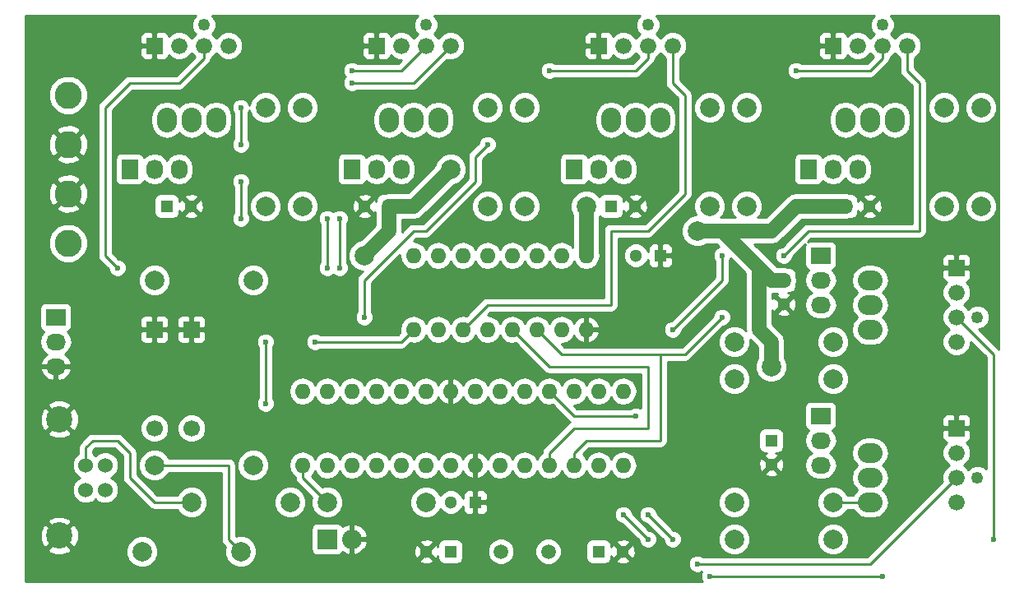
<source format=gbr>
G04 #@! TF.FileFunction,Copper,L2,Bot,Signal*
%FSLAX46Y46*%
G04 Gerber Fmt 4.6, Leading zero omitted, Abs format (unit mm)*
G04 Created by KiCad (PCBNEW 4.0.1-stable) date Sun 27 Dec 2015 09:02:29 PM CET*
%MOMM*%
G01*
G04 APERTURE LIST*
%ADD10C,0.100000*%
%ADD11R,1.727200X2.032000*%
%ADD12O,1.727200X2.032000*%
%ADD13R,1.300000X1.300000*%
%ADD14C,1.300000*%
%ADD15R,1.676400X1.676400*%
%ADD16C,1.676400*%
%ADD17C,1.250000*%
%ADD18R,2.032000X2.032000*%
%ADD19O,2.032000X2.032000*%
%ADD20R,2.032000X1.727200*%
%ADD21O,2.032000X1.727200*%
%ADD22C,2.794000*%
%ADD23O,2.032000X2.540000*%
%ADD24O,2.540000X2.032000*%
%ADD25C,1.998980*%
%ADD26O,1.600000X1.600000*%
%ADD27C,1.524000*%
%ADD28C,2.700020*%
%ADD29C,1.501140*%
%ADD30C,1.699260*%
%ADD31R,1.699260X1.699260*%
%ADD32C,2.000000*%
%ADD33C,0.600000*%
%ADD34C,1.500000*%
%ADD35C,0.250000*%
%ADD36C,0.254000*%
G04 APERTURE END LIST*
D10*
D11*
X69850000Y-88900000D03*
D12*
X72390000Y-88900000D03*
X74930000Y-88900000D03*
D13*
X105410000Y-123190000D03*
D14*
X102910000Y-123190000D03*
D13*
X124460000Y-97790000D03*
D14*
X121960000Y-97790000D03*
D13*
X73660000Y-92710000D03*
D14*
X76160000Y-92710000D03*
D13*
X96520000Y-92710000D03*
D14*
X94020000Y-92710000D03*
D13*
X119380000Y-92710000D03*
D14*
X121880000Y-92710000D03*
D13*
X143510000Y-92710000D03*
D14*
X146010000Y-92710000D03*
D13*
X137160000Y-100330000D03*
D14*
X137160000Y-102830000D03*
D13*
X135890000Y-116840000D03*
D14*
X135890000Y-119340000D03*
D13*
X102870000Y-128270000D03*
D14*
X100370000Y-128270000D03*
D13*
X118110000Y-128270000D03*
D14*
X120610000Y-128270000D03*
D15*
X72390000Y-76200000D03*
D16*
X74930000Y-76200000D03*
X77470000Y-76200000D03*
X80010000Y-76200000D03*
D17*
X77470000Y-74040000D03*
D15*
X95250000Y-76200000D03*
D16*
X97790000Y-76200000D03*
X100330000Y-76200000D03*
X102870000Y-76200000D03*
D17*
X100330000Y-74040000D03*
D15*
X118110000Y-76200000D03*
D16*
X120650000Y-76200000D03*
X123190000Y-76200000D03*
X125730000Y-76200000D03*
D17*
X123190000Y-74040000D03*
D15*
X142240000Y-76200000D03*
D16*
X144780000Y-76200000D03*
X147320000Y-76200000D03*
X149860000Y-76200000D03*
D17*
X147320000Y-74040000D03*
D15*
X154940000Y-99060000D03*
D16*
X154940000Y-101600000D03*
X154940000Y-104140000D03*
X154940000Y-106680000D03*
D17*
X157100000Y-104140000D03*
D15*
X154940000Y-115570000D03*
D16*
X154940000Y-118110000D03*
X154940000Y-120650000D03*
X154940000Y-123190000D03*
D17*
X157100000Y-120650000D03*
D18*
X90170000Y-127000000D03*
D19*
X92710000Y-127000000D03*
D11*
X92710000Y-88900000D03*
D12*
X95250000Y-88900000D03*
X97790000Y-88900000D03*
D11*
X115570000Y-88900000D03*
D12*
X118110000Y-88900000D03*
X120650000Y-88900000D03*
D11*
X139700000Y-88900000D03*
D12*
X142240000Y-88900000D03*
X144780000Y-88900000D03*
D20*
X140970000Y-97790000D03*
D21*
X140970000Y-100330000D03*
X140970000Y-102870000D03*
D20*
X140970000Y-114300000D03*
D21*
X140970000Y-116840000D03*
X140970000Y-119380000D03*
D22*
X63500000Y-86360000D03*
X63500000Y-81280000D03*
X63500000Y-91440000D03*
X63500000Y-96520000D03*
D23*
X76200000Y-83820000D03*
X78740000Y-83820000D03*
X73660000Y-83820000D03*
X99060000Y-83820000D03*
X101600000Y-83820000D03*
X96520000Y-83820000D03*
X121920000Y-83820000D03*
X124460000Y-83820000D03*
X119380000Y-83820000D03*
X146050000Y-83820000D03*
X148590000Y-83820000D03*
X143510000Y-83820000D03*
D24*
X146050000Y-102870000D03*
X146050000Y-105410000D03*
X146050000Y-100330000D03*
X146050000Y-120650000D03*
X146050000Y-123190000D03*
X146050000Y-118110000D03*
D25*
X81280000Y-128270000D03*
X71120000Y-128270000D03*
X82550000Y-119380000D03*
X72390000Y-119380000D03*
X86360000Y-123190000D03*
X76200000Y-123190000D03*
X83820000Y-82550000D03*
X83820000Y-92710000D03*
X87630000Y-82550000D03*
X87630000Y-92710000D03*
X106680000Y-82550000D03*
X106680000Y-92710000D03*
X110490000Y-82550000D03*
X110490000Y-92710000D03*
X129540000Y-82550000D03*
X129540000Y-92710000D03*
X133350000Y-82550000D03*
X133350000Y-92710000D03*
X153670000Y-82550000D03*
X153670000Y-92710000D03*
X157480000Y-82550000D03*
X157480000Y-92710000D03*
X142240000Y-106680000D03*
X132080000Y-106680000D03*
X142240000Y-110490000D03*
X132080000Y-110490000D03*
X142240000Y-123190000D03*
X132080000Y-123190000D03*
X142240000Y-127000000D03*
X132080000Y-127000000D03*
X100330000Y-123190000D03*
X90170000Y-123190000D03*
D26*
X99060000Y-105410000D03*
X101600000Y-105410000D03*
X104140000Y-105410000D03*
X106680000Y-105410000D03*
X109220000Y-105410000D03*
X111760000Y-105410000D03*
X114300000Y-105410000D03*
X116840000Y-105410000D03*
X116840000Y-97790000D03*
X114300000Y-97790000D03*
X111760000Y-97790000D03*
X109220000Y-97790000D03*
X106680000Y-97790000D03*
X104140000Y-97790000D03*
X101600000Y-97790000D03*
X99060000Y-97790000D03*
D27*
X67310000Y-119380000D03*
X67310000Y-121920000D03*
X65311020Y-121920000D03*
X65311020Y-119380000D03*
D28*
X62611000Y-114650520D03*
X62611000Y-126649480D03*
D29*
X108049060Y-128270000D03*
X112930940Y-128270000D03*
D26*
X87630000Y-119380000D03*
X90170000Y-119380000D03*
X92710000Y-119380000D03*
X95250000Y-119380000D03*
X97790000Y-119380000D03*
X100330000Y-119380000D03*
X102870000Y-119380000D03*
X105410000Y-119380000D03*
X107950000Y-119380000D03*
X110490000Y-119380000D03*
X113030000Y-119380000D03*
X115570000Y-119380000D03*
X118110000Y-119380000D03*
X120650000Y-119380000D03*
X120650000Y-111760000D03*
X118110000Y-111760000D03*
X115570000Y-111760000D03*
X113030000Y-111760000D03*
X110490000Y-111760000D03*
X107950000Y-111760000D03*
X105410000Y-111760000D03*
X102870000Y-111760000D03*
X100330000Y-111760000D03*
X97790000Y-111760000D03*
X95250000Y-111760000D03*
X92710000Y-111760000D03*
X90170000Y-111760000D03*
X87630000Y-111760000D03*
D30*
X72392540Y-115570520D03*
D31*
X72392540Y-105410520D03*
D30*
X76202540Y-115570520D03*
D31*
X76202540Y-105410520D03*
D20*
X62230000Y-104140000D03*
D21*
X62230000Y-106680000D03*
X62230000Y-109220000D03*
D25*
X82550000Y-100330000D03*
X72390000Y-100330000D03*
D32*
X93980000Y-97790000D03*
X135890000Y-109220000D03*
X116840000Y-92710000D03*
X128270000Y-95250000D03*
X102870000Y-88900000D03*
D33*
X68580000Y-99060000D03*
X81280000Y-93980000D03*
X81280000Y-90170000D03*
X81280000Y-86360000D03*
X81280000Y-82550000D03*
X87630000Y-100330000D03*
X83820000Y-96520000D03*
X88900000Y-106680000D03*
X83820000Y-106680000D03*
X83820000Y-113030000D03*
X90170000Y-99060000D03*
X90170000Y-93980000D03*
X92710000Y-78740000D03*
X92710000Y-80010000D03*
X91440000Y-99060000D03*
X91440000Y-93980000D03*
X93980000Y-104140000D03*
X106680000Y-86360000D03*
X113030000Y-78740000D03*
X130810000Y-97790000D03*
X125730000Y-105410000D03*
X121920000Y-114300000D03*
X138430000Y-78740000D03*
X130810000Y-104140000D03*
X137160000Y-97790000D03*
X158750000Y-127000000D03*
X147320000Y-130810000D03*
X129540000Y-130810000D03*
X123190000Y-127000000D03*
X120650000Y-124460000D03*
X128270000Y-129540000D03*
X125730000Y-127000000D03*
X123190000Y-124460000D03*
D34*
X93980000Y-97790000D02*
X96520000Y-95250000D01*
X96520000Y-92710000D02*
X96520000Y-95250000D01*
X135890000Y-109220000D02*
X135890000Y-106680000D01*
X134620000Y-99060000D02*
X134620000Y-105410000D01*
X135890000Y-106680000D02*
X134620000Y-105410000D01*
X116840000Y-97790000D02*
X116840000Y-92710000D01*
X137160000Y-100330000D02*
X135890000Y-100330000D01*
X135890000Y-100330000D02*
X134620000Y-99060000D01*
X134620000Y-99060000D02*
X130810000Y-95250000D01*
X138430000Y-92710000D02*
X143510000Y-92710000D01*
X135890000Y-95250000D02*
X138430000Y-92710000D01*
X128270000Y-95250000D02*
X130810000Y-95250000D01*
X130810000Y-95250000D02*
X135890000Y-95250000D01*
X96520000Y-92710000D02*
X99060000Y-92710000D01*
X99060000Y-92710000D02*
X102870000Y-88900000D01*
D35*
X72390000Y-119380000D02*
X80010000Y-119380000D01*
X80010000Y-127000000D02*
X81280000Y-128270000D01*
X80010000Y-119380000D02*
X80010000Y-127000000D01*
X65311020Y-119380000D02*
X65311020Y-117568980D01*
X72390000Y-123190000D02*
X76200000Y-123190000D01*
X69850000Y-120650000D02*
X72390000Y-123190000D01*
X69850000Y-118110000D02*
X69850000Y-120650000D01*
X68580000Y-116840000D02*
X69850000Y-118110000D01*
X66040000Y-116840000D02*
X68580000Y-116840000D01*
X65311020Y-117568980D02*
X66040000Y-116840000D01*
X77470000Y-76200000D02*
X77470000Y-77470000D01*
X67310000Y-97790000D02*
X68580000Y-99060000D01*
X67310000Y-82550000D02*
X67310000Y-97790000D01*
X69850000Y-80010000D02*
X67310000Y-82550000D01*
X74930000Y-80010000D02*
X69850000Y-80010000D01*
X77470000Y-77470000D02*
X74930000Y-80010000D01*
X81280000Y-82550000D02*
X81280000Y-86360000D01*
X81280000Y-90170000D02*
X81280000Y-93980000D01*
X83820000Y-96520000D02*
X87630000Y-100330000D01*
X97790000Y-106680000D02*
X99060000Y-105410000D01*
X88900000Y-106680000D02*
X97790000Y-106680000D01*
X83820000Y-113030000D02*
X83820000Y-106680000D01*
X100330000Y-76200000D02*
X97790000Y-78740000D01*
X90170000Y-93980000D02*
X90170000Y-99060000D01*
X96520000Y-78740000D02*
X92710000Y-78740000D01*
X97790000Y-78740000D02*
X96520000Y-78740000D01*
X99060000Y-80010000D02*
X92710000Y-80010000D01*
X102870000Y-76200000D02*
X99060000Y-80010000D01*
X91440000Y-93980000D02*
X91440000Y-99060000D01*
X123190000Y-76200000D02*
X123190000Y-77470000D01*
X93980000Y-100330000D02*
X93980000Y-104140000D01*
X99060000Y-95250000D02*
X93980000Y-100330000D01*
X100330000Y-95250000D02*
X99060000Y-95250000D01*
X105410000Y-90170000D02*
X100330000Y-95250000D01*
X105410000Y-87630000D02*
X105410000Y-90170000D01*
X106680000Y-86360000D02*
X105410000Y-87630000D01*
X121920000Y-78740000D02*
X113030000Y-78740000D01*
X123190000Y-77470000D02*
X121920000Y-78740000D01*
X125730000Y-76200000D02*
X125730000Y-80010000D01*
X106680000Y-102870000D02*
X104140000Y-105410000D01*
X119380000Y-102870000D02*
X106680000Y-102870000D01*
X119380000Y-95250000D02*
X119380000Y-102870000D01*
X123190000Y-95250000D02*
X119380000Y-95250000D01*
X127000000Y-91440000D02*
X123190000Y-95250000D01*
X127000000Y-81280000D02*
X127000000Y-91440000D01*
X125730000Y-80010000D02*
X127000000Y-81280000D01*
X113030000Y-111760000D02*
X115570000Y-114300000D01*
X130810000Y-100330000D02*
X130810000Y-97790000D01*
X125730000Y-105410000D02*
X130810000Y-100330000D01*
X115570000Y-114300000D02*
X121920000Y-114300000D01*
X147320000Y-77470000D02*
X147320000Y-76200000D01*
X146050000Y-78740000D02*
X147320000Y-77470000D01*
X138430000Y-78740000D02*
X146050000Y-78740000D01*
X149860000Y-76200000D02*
X149860000Y-78740000D01*
X127000000Y-107950000D02*
X124460000Y-107950000D01*
X130810000Y-104140000D02*
X127000000Y-107950000D01*
X139700000Y-95250000D02*
X137160000Y-97790000D01*
X151130000Y-95250000D02*
X139700000Y-95250000D01*
X151130000Y-80010000D02*
X151130000Y-95250000D01*
X149860000Y-78740000D02*
X151130000Y-80010000D01*
X115570000Y-119380000D02*
X115570000Y-118110000D01*
X114300000Y-107950000D02*
X111760000Y-105410000D01*
X124460000Y-107950000D02*
X114300000Y-107950000D01*
X124460000Y-116840000D02*
X124460000Y-107950000D01*
X116840000Y-116840000D02*
X124460000Y-116840000D01*
X115570000Y-118110000D02*
X116840000Y-116840000D01*
X158750000Y-107950000D02*
X154940000Y-104140000D01*
X158750000Y-127000000D02*
X158750000Y-107950000D01*
X129540000Y-130810000D02*
X147320000Y-130810000D01*
X120650000Y-124460000D02*
X123190000Y-127000000D01*
X113030000Y-119380000D02*
X113030000Y-118110000D01*
X113030000Y-109220000D02*
X109220000Y-105410000D01*
X123190000Y-109220000D02*
X113030000Y-109220000D01*
X123190000Y-115570000D02*
X123190000Y-109220000D01*
X115570000Y-115570000D02*
X123190000Y-115570000D01*
X113030000Y-118110000D02*
X115570000Y-115570000D01*
X146050000Y-129540000D02*
X154940000Y-120650000D01*
X128270000Y-129540000D02*
X146050000Y-129540000D01*
X123190000Y-124460000D02*
X125730000Y-127000000D01*
X90170000Y-123190000D02*
X87630000Y-120650000D01*
X87630000Y-120650000D02*
X87630000Y-119380000D01*
X142240000Y-123190000D02*
X146050000Y-123190000D01*
D36*
G36*
X76402447Y-73325335D02*
X76210219Y-73788271D01*
X76209782Y-74289530D01*
X76401201Y-74752800D01*
X76617466Y-74969443D01*
X76221810Y-75364409D01*
X76200225Y-75416392D01*
X76179647Y-75366589D01*
X75765591Y-74951810D01*
X75224323Y-74727056D01*
X74638248Y-74726545D01*
X74096589Y-74950353D01*
X73847916Y-75198592D01*
X73766527Y-75002101D01*
X73587898Y-74823473D01*
X73354509Y-74726800D01*
X72675750Y-74726800D01*
X72517000Y-74885550D01*
X72517000Y-76073000D01*
X72537000Y-76073000D01*
X72537000Y-76327000D01*
X72517000Y-76327000D01*
X72517000Y-77514450D01*
X72675750Y-77673200D01*
X73354509Y-77673200D01*
X73587898Y-77576527D01*
X73766527Y-77397899D01*
X73847958Y-77201308D01*
X74094409Y-77448190D01*
X74635677Y-77672944D01*
X75221752Y-77673455D01*
X75763411Y-77449647D01*
X76178190Y-77035591D01*
X76199775Y-76983608D01*
X76220353Y-77033411D01*
X76525803Y-77339395D01*
X74615198Y-79250000D01*
X69850000Y-79250000D01*
X69607414Y-79298254D01*
X69559160Y-79307852D01*
X69312599Y-79472599D01*
X66772599Y-82012599D01*
X66607852Y-82259161D01*
X66550000Y-82550000D01*
X66550000Y-97790000D01*
X66607852Y-98080839D01*
X66772599Y-98327401D01*
X67644878Y-99199680D01*
X67644838Y-99245167D01*
X67786883Y-99588943D01*
X68049673Y-99852192D01*
X68393201Y-99994838D01*
X68765167Y-99995162D01*
X69108943Y-99853117D01*
X69372192Y-99590327D01*
X69514838Y-99246799D01*
X69515162Y-98874833D01*
X69373117Y-98531057D01*
X69110327Y-98267808D01*
X68766799Y-98125162D01*
X68719923Y-98125121D01*
X68070000Y-97475198D01*
X68070000Y-92060000D01*
X72362560Y-92060000D01*
X72362560Y-93360000D01*
X72406838Y-93595317D01*
X72545910Y-93811441D01*
X72758110Y-93956431D01*
X73010000Y-94007440D01*
X74310000Y-94007440D01*
X74545317Y-93963162D01*
X74761441Y-93824090D01*
X74906431Y-93611890D01*
X74907012Y-93609016D01*
X75440590Y-93609016D01*
X75496271Y-93839611D01*
X75979078Y-94007622D01*
X76489428Y-93978083D01*
X76823729Y-93839611D01*
X76879410Y-93609016D01*
X76160000Y-92889605D01*
X75440590Y-93609016D01*
X74907012Y-93609016D01*
X74957440Y-93360000D01*
X74957440Y-93197615D01*
X75030389Y-93373729D01*
X75260984Y-93429410D01*
X75980395Y-92710000D01*
X76339605Y-92710000D01*
X77059016Y-93429410D01*
X77289611Y-93373729D01*
X77457622Y-92890922D01*
X77428083Y-92380572D01*
X77289611Y-92046271D01*
X77059016Y-91990590D01*
X76339605Y-92710000D01*
X75980395Y-92710000D01*
X75260984Y-91990590D01*
X75030389Y-92046271D01*
X74957440Y-92255902D01*
X74957440Y-92060000D01*
X74913162Y-91824683D01*
X74904347Y-91810984D01*
X75440590Y-91810984D01*
X76160000Y-92530395D01*
X76879410Y-91810984D01*
X76823729Y-91580389D01*
X76340922Y-91412378D01*
X75830572Y-91441917D01*
X75496271Y-91580389D01*
X75440590Y-91810984D01*
X74904347Y-91810984D01*
X74774090Y-91608559D01*
X74561890Y-91463569D01*
X74310000Y-91412560D01*
X73010000Y-91412560D01*
X72774683Y-91456838D01*
X72558559Y-91595910D01*
X72413569Y-91808110D01*
X72362560Y-92060000D01*
X68070000Y-92060000D01*
X68070000Y-87884000D01*
X68338960Y-87884000D01*
X68338960Y-89916000D01*
X68383238Y-90151317D01*
X68522310Y-90367441D01*
X68734510Y-90512431D01*
X68986400Y-90563440D01*
X70713600Y-90563440D01*
X70948917Y-90519162D01*
X71165041Y-90380090D01*
X71310031Y-90167890D01*
X71318400Y-90126561D01*
X71330330Y-90144415D01*
X71816511Y-90469271D01*
X72390000Y-90583345D01*
X72963489Y-90469271D01*
X73449670Y-90144415D01*
X73660000Y-89829634D01*
X73870330Y-90144415D01*
X74356511Y-90469271D01*
X74930000Y-90583345D01*
X75503489Y-90469271D01*
X75674257Y-90355167D01*
X80344838Y-90355167D01*
X80486883Y-90698943D01*
X80520000Y-90732118D01*
X80520000Y-93417537D01*
X80487808Y-93449673D01*
X80345162Y-93793201D01*
X80344838Y-94165167D01*
X80486883Y-94508943D01*
X80749673Y-94772192D01*
X81093201Y-94914838D01*
X81465167Y-94915162D01*
X81808943Y-94773117D01*
X82072192Y-94510327D01*
X82214838Y-94166799D01*
X82215162Y-93794833D01*
X82073117Y-93451057D01*
X82040000Y-93417882D01*
X82040000Y-93033694D01*
X82185226Y-93033694D01*
X82433538Y-93634655D01*
X82892927Y-94094846D01*
X83493453Y-94344206D01*
X84143694Y-94344774D01*
X84744655Y-94096462D01*
X85204846Y-93637073D01*
X85454206Y-93036547D01*
X85454208Y-93033694D01*
X85995226Y-93033694D01*
X86243538Y-93634655D01*
X86702927Y-94094846D01*
X87303453Y-94344206D01*
X87953694Y-94344774D01*
X88388376Y-94165167D01*
X89234838Y-94165167D01*
X89376883Y-94508943D01*
X89410000Y-94542118D01*
X89410000Y-98497537D01*
X89377808Y-98529673D01*
X89235162Y-98873201D01*
X89234838Y-99245167D01*
X89376883Y-99588943D01*
X89639673Y-99852192D01*
X89983201Y-99994838D01*
X90355167Y-99995162D01*
X90698943Y-99853117D01*
X90804954Y-99747290D01*
X90909673Y-99852192D01*
X91253201Y-99994838D01*
X91625167Y-99995162D01*
X91968943Y-99853117D01*
X92232192Y-99590327D01*
X92374838Y-99246799D01*
X92375162Y-98874833D01*
X92233117Y-98531057D01*
X92200000Y-98497882D01*
X92200000Y-98113795D01*
X92344716Y-98113795D01*
X92593106Y-98714943D01*
X93052637Y-99175278D01*
X93653352Y-99424716D01*
X93810345Y-99424853D01*
X93442599Y-99792599D01*
X93277852Y-100039161D01*
X93220000Y-100330000D01*
X93220000Y-103577537D01*
X93187808Y-103609673D01*
X93045162Y-103953201D01*
X93044838Y-104325167D01*
X93186883Y-104668943D01*
X93449673Y-104932192D01*
X93793201Y-105074838D01*
X94165167Y-105075162D01*
X94508943Y-104933117D01*
X94772192Y-104670327D01*
X94914838Y-104326799D01*
X94915162Y-103954833D01*
X94773117Y-103611057D01*
X94740000Y-103577882D01*
X94740000Y-100644802D01*
X97625518Y-97759284D01*
X97625000Y-97761887D01*
X97625000Y-97818113D01*
X97734233Y-98367264D01*
X98045302Y-98832811D01*
X98510849Y-99143880D01*
X99060000Y-99253113D01*
X99609151Y-99143880D01*
X100074698Y-98832811D01*
X100330000Y-98450725D01*
X100585302Y-98832811D01*
X101050849Y-99143880D01*
X101600000Y-99253113D01*
X102149151Y-99143880D01*
X102614698Y-98832811D01*
X102870000Y-98450725D01*
X103125302Y-98832811D01*
X103590849Y-99143880D01*
X104140000Y-99253113D01*
X104689151Y-99143880D01*
X105154698Y-98832811D01*
X105410000Y-98450725D01*
X105665302Y-98832811D01*
X106130849Y-99143880D01*
X106680000Y-99253113D01*
X107229151Y-99143880D01*
X107694698Y-98832811D01*
X107950000Y-98450725D01*
X108205302Y-98832811D01*
X108670849Y-99143880D01*
X109220000Y-99253113D01*
X109769151Y-99143880D01*
X110234698Y-98832811D01*
X110490000Y-98450725D01*
X110745302Y-98832811D01*
X111210849Y-99143880D01*
X111760000Y-99253113D01*
X112309151Y-99143880D01*
X112774698Y-98832811D01*
X113030000Y-98450725D01*
X113285302Y-98832811D01*
X113750849Y-99143880D01*
X114300000Y-99253113D01*
X114849151Y-99143880D01*
X115314698Y-98832811D01*
X115570000Y-98450725D01*
X115825302Y-98832811D01*
X116290849Y-99143880D01*
X116840000Y-99253113D01*
X117389151Y-99143880D01*
X117854698Y-98832811D01*
X118165767Y-98367264D01*
X118275000Y-97818113D01*
X118275000Y-97761887D01*
X118225000Y-97510520D01*
X118225000Y-93747865D01*
X118265910Y-93811441D01*
X118478110Y-93956431D01*
X118730000Y-94007440D01*
X120030000Y-94007440D01*
X120265317Y-93963162D01*
X120481441Y-93824090D01*
X120626431Y-93611890D01*
X120627012Y-93609016D01*
X121160590Y-93609016D01*
X121216271Y-93839611D01*
X121699078Y-94007622D01*
X122209428Y-93978083D01*
X122543729Y-93839611D01*
X122599410Y-93609016D01*
X121880000Y-92889605D01*
X121160590Y-93609016D01*
X120627012Y-93609016D01*
X120677440Y-93360000D01*
X120677440Y-93197615D01*
X120750389Y-93373729D01*
X120980984Y-93429410D01*
X121700395Y-92710000D01*
X122059605Y-92710000D01*
X122779016Y-93429410D01*
X123009611Y-93373729D01*
X123177622Y-92890922D01*
X123148083Y-92380572D01*
X123009611Y-92046271D01*
X122779016Y-91990590D01*
X122059605Y-92710000D01*
X121700395Y-92710000D01*
X120980984Y-91990590D01*
X120750389Y-92046271D01*
X120677440Y-92255902D01*
X120677440Y-92060000D01*
X120633162Y-91824683D01*
X120624347Y-91810984D01*
X121160590Y-91810984D01*
X121880000Y-92530395D01*
X122599410Y-91810984D01*
X122543729Y-91580389D01*
X122060922Y-91412378D01*
X121550572Y-91441917D01*
X121216271Y-91580389D01*
X121160590Y-91810984D01*
X120624347Y-91810984D01*
X120494090Y-91608559D01*
X120281890Y-91463569D01*
X120030000Y-91412560D01*
X118730000Y-91412560D01*
X118494683Y-91456838D01*
X118278559Y-91595910D01*
X118180842Y-91738924D01*
X117767363Y-91324722D01*
X117166648Y-91075284D01*
X116516205Y-91074716D01*
X115915057Y-91323106D01*
X115454722Y-91782637D01*
X115205284Y-92383352D01*
X115204716Y-93033795D01*
X115453106Y-93634943D01*
X115455000Y-93636840D01*
X115455000Y-96957165D01*
X115314698Y-96747189D01*
X114849151Y-96436120D01*
X114300000Y-96326887D01*
X113750849Y-96436120D01*
X113285302Y-96747189D01*
X113030000Y-97129275D01*
X112774698Y-96747189D01*
X112309151Y-96436120D01*
X111760000Y-96326887D01*
X111210849Y-96436120D01*
X110745302Y-96747189D01*
X110490000Y-97129275D01*
X110234698Y-96747189D01*
X109769151Y-96436120D01*
X109220000Y-96326887D01*
X108670849Y-96436120D01*
X108205302Y-96747189D01*
X107950000Y-97129275D01*
X107694698Y-96747189D01*
X107229151Y-96436120D01*
X106680000Y-96326887D01*
X106130849Y-96436120D01*
X105665302Y-96747189D01*
X105410000Y-97129275D01*
X105154698Y-96747189D01*
X104689151Y-96436120D01*
X104140000Y-96326887D01*
X103590849Y-96436120D01*
X103125302Y-96747189D01*
X102870000Y-97129275D01*
X102614698Y-96747189D01*
X102149151Y-96436120D01*
X101600000Y-96326887D01*
X101050849Y-96436120D01*
X100585302Y-96747189D01*
X100330000Y-97129275D01*
X100074698Y-96747189D01*
X99609151Y-96436120D01*
X99060000Y-96326887D01*
X99057397Y-96327405D01*
X99374802Y-96010000D01*
X100330000Y-96010000D01*
X100620839Y-95952148D01*
X100867401Y-95787401D01*
X103621108Y-93033694D01*
X105045226Y-93033694D01*
X105293538Y-93634655D01*
X105752927Y-94094846D01*
X106353453Y-94344206D01*
X107003694Y-94344774D01*
X107604655Y-94096462D01*
X108064846Y-93637073D01*
X108314206Y-93036547D01*
X108314208Y-93033694D01*
X108855226Y-93033694D01*
X109103538Y-93634655D01*
X109562927Y-94094846D01*
X110163453Y-94344206D01*
X110813694Y-94344774D01*
X111414655Y-94096462D01*
X111874846Y-93637073D01*
X112124206Y-93036547D01*
X112124774Y-92386306D01*
X111876462Y-91785345D01*
X111417073Y-91325154D01*
X110816547Y-91075794D01*
X110166306Y-91075226D01*
X109565345Y-91323538D01*
X109105154Y-91782927D01*
X108855794Y-92383453D01*
X108855226Y-93033694D01*
X108314208Y-93033694D01*
X108314774Y-92386306D01*
X108066462Y-91785345D01*
X107607073Y-91325154D01*
X107006547Y-91075794D01*
X106356306Y-91075226D01*
X105755345Y-91323538D01*
X105295154Y-91782927D01*
X105045794Y-92383453D01*
X105045226Y-93033694D01*
X103621108Y-93033694D01*
X105947401Y-90707401D01*
X106112148Y-90460839D01*
X106170000Y-90170000D01*
X106170000Y-87944802D01*
X106230802Y-87884000D01*
X114058960Y-87884000D01*
X114058960Y-89916000D01*
X114103238Y-90151317D01*
X114242310Y-90367441D01*
X114454510Y-90512431D01*
X114706400Y-90563440D01*
X116433600Y-90563440D01*
X116668917Y-90519162D01*
X116885041Y-90380090D01*
X117030031Y-90167890D01*
X117038400Y-90126561D01*
X117050330Y-90144415D01*
X117536511Y-90469271D01*
X118110000Y-90583345D01*
X118683489Y-90469271D01*
X119169670Y-90144415D01*
X119380000Y-89829634D01*
X119590330Y-90144415D01*
X120076511Y-90469271D01*
X120650000Y-90583345D01*
X121223489Y-90469271D01*
X121709670Y-90144415D01*
X122034526Y-89658234D01*
X122148600Y-89084745D01*
X122148600Y-88715255D01*
X122034526Y-88141766D01*
X121709670Y-87655585D01*
X121223489Y-87330729D01*
X120650000Y-87216655D01*
X120076511Y-87330729D01*
X119590330Y-87655585D01*
X119380000Y-87970366D01*
X119169670Y-87655585D01*
X118683489Y-87330729D01*
X118110000Y-87216655D01*
X117536511Y-87330729D01*
X117050330Y-87655585D01*
X117040757Y-87669913D01*
X117036762Y-87648683D01*
X116897690Y-87432559D01*
X116685490Y-87287569D01*
X116433600Y-87236560D01*
X114706400Y-87236560D01*
X114471083Y-87280838D01*
X114254959Y-87419910D01*
X114109969Y-87632110D01*
X114058960Y-87884000D01*
X106230802Y-87884000D01*
X106819680Y-87295122D01*
X106865167Y-87295162D01*
X107208943Y-87153117D01*
X107472192Y-86890327D01*
X107614838Y-86546799D01*
X107615162Y-86174833D01*
X107473117Y-85831057D01*
X107210327Y-85567808D01*
X106866799Y-85425162D01*
X106494833Y-85424838D01*
X106151057Y-85566883D01*
X105887808Y-85829673D01*
X105745162Y-86173201D01*
X105745121Y-86220077D01*
X104872599Y-87092599D01*
X104707852Y-87339161D01*
X104650000Y-87630000D01*
X104650000Y-89855198D01*
X100015198Y-94490000D01*
X99060000Y-94490000D01*
X98769161Y-94547852D01*
X98522599Y-94712599D01*
X97885087Y-95350111D01*
X97905000Y-95250000D01*
X97905000Y-94095000D01*
X99060000Y-94095000D01*
X99590017Y-93989573D01*
X100039343Y-93689343D01*
X103193402Y-90535284D01*
X103193795Y-90535284D01*
X103794943Y-90286894D01*
X104255278Y-89827363D01*
X104504716Y-89226648D01*
X104505284Y-88576205D01*
X104256894Y-87975057D01*
X103797363Y-87514722D01*
X103196648Y-87265284D01*
X102546205Y-87264716D01*
X101945057Y-87513106D01*
X101484722Y-87972637D01*
X101235284Y-88573352D01*
X101235282Y-88576032D01*
X98486314Y-91325000D01*
X96520000Y-91325000D01*
X96079806Y-91412560D01*
X95870000Y-91412560D01*
X95634683Y-91456838D01*
X95418559Y-91595910D01*
X95273569Y-91808110D01*
X95222560Y-92060000D01*
X95222560Y-92222385D01*
X95149611Y-92046271D01*
X94919016Y-91990590D01*
X94199605Y-92710000D01*
X94919016Y-93429410D01*
X95135000Y-93377257D01*
X95135000Y-94676314D01*
X93656598Y-96154716D01*
X93055057Y-96403106D01*
X92594722Y-96862637D01*
X92345284Y-97463352D01*
X92344716Y-98113795D01*
X92200000Y-98113795D01*
X92200000Y-94542463D01*
X92232192Y-94510327D01*
X92374838Y-94166799D01*
X92375162Y-93794833D01*
X92298385Y-93609016D01*
X93300590Y-93609016D01*
X93356271Y-93839611D01*
X93839078Y-94007622D01*
X94349428Y-93978083D01*
X94683729Y-93839611D01*
X94739410Y-93609016D01*
X94020000Y-92889605D01*
X93300590Y-93609016D01*
X92298385Y-93609016D01*
X92233117Y-93451057D01*
X91970327Y-93187808D01*
X91626799Y-93045162D01*
X91254833Y-93044838D01*
X90911057Y-93186883D01*
X90805046Y-93292710D01*
X90700327Y-93187808D01*
X90356799Y-93045162D01*
X89984833Y-93044838D01*
X89641057Y-93186883D01*
X89377808Y-93449673D01*
X89235162Y-93793201D01*
X89234838Y-94165167D01*
X88388376Y-94165167D01*
X88554655Y-94096462D01*
X89014846Y-93637073D01*
X89264206Y-93036547D01*
X89264649Y-92529078D01*
X92722378Y-92529078D01*
X92751917Y-93039428D01*
X92890389Y-93373729D01*
X93120984Y-93429410D01*
X93840395Y-92710000D01*
X93120984Y-91990590D01*
X92890389Y-92046271D01*
X92722378Y-92529078D01*
X89264649Y-92529078D01*
X89264774Y-92386306D01*
X89027056Y-91810984D01*
X93300590Y-91810984D01*
X94020000Y-92530395D01*
X94739410Y-91810984D01*
X94683729Y-91580389D01*
X94200922Y-91412378D01*
X93690572Y-91441917D01*
X93356271Y-91580389D01*
X93300590Y-91810984D01*
X89027056Y-91810984D01*
X89016462Y-91785345D01*
X88557073Y-91325154D01*
X87956547Y-91075794D01*
X87306306Y-91075226D01*
X86705345Y-91323538D01*
X86245154Y-91782927D01*
X85995794Y-92383453D01*
X85995226Y-93033694D01*
X85454208Y-93033694D01*
X85454774Y-92386306D01*
X85206462Y-91785345D01*
X84747073Y-91325154D01*
X84146547Y-91075794D01*
X83496306Y-91075226D01*
X82895345Y-91323538D01*
X82435154Y-91782927D01*
X82185794Y-92383453D01*
X82185226Y-93033694D01*
X82040000Y-93033694D01*
X82040000Y-90732463D01*
X82072192Y-90700327D01*
X82214838Y-90356799D01*
X82215162Y-89984833D01*
X82073117Y-89641057D01*
X81810327Y-89377808D01*
X81466799Y-89235162D01*
X81094833Y-89234838D01*
X80751057Y-89376883D01*
X80487808Y-89639673D01*
X80345162Y-89983201D01*
X80344838Y-90355167D01*
X75674257Y-90355167D01*
X75989670Y-90144415D01*
X76314526Y-89658234D01*
X76428600Y-89084745D01*
X76428600Y-88715255D01*
X76314526Y-88141766D01*
X76142293Y-87884000D01*
X91198960Y-87884000D01*
X91198960Y-89916000D01*
X91243238Y-90151317D01*
X91382310Y-90367441D01*
X91594510Y-90512431D01*
X91846400Y-90563440D01*
X93573600Y-90563440D01*
X93808917Y-90519162D01*
X94025041Y-90380090D01*
X94170031Y-90167890D01*
X94178400Y-90126561D01*
X94190330Y-90144415D01*
X94676511Y-90469271D01*
X95250000Y-90583345D01*
X95823489Y-90469271D01*
X96309670Y-90144415D01*
X96520000Y-89829634D01*
X96730330Y-90144415D01*
X97216511Y-90469271D01*
X97790000Y-90583345D01*
X98363489Y-90469271D01*
X98849670Y-90144415D01*
X99174526Y-89658234D01*
X99288600Y-89084745D01*
X99288600Y-88715255D01*
X99174526Y-88141766D01*
X98849670Y-87655585D01*
X98363489Y-87330729D01*
X97790000Y-87216655D01*
X97216511Y-87330729D01*
X96730330Y-87655585D01*
X96520000Y-87970366D01*
X96309670Y-87655585D01*
X95823489Y-87330729D01*
X95250000Y-87216655D01*
X94676511Y-87330729D01*
X94190330Y-87655585D01*
X94180757Y-87669913D01*
X94176762Y-87648683D01*
X94037690Y-87432559D01*
X93825490Y-87287569D01*
X93573600Y-87236560D01*
X91846400Y-87236560D01*
X91611083Y-87280838D01*
X91394959Y-87419910D01*
X91249969Y-87632110D01*
X91198960Y-87884000D01*
X76142293Y-87884000D01*
X75989670Y-87655585D01*
X75503489Y-87330729D01*
X74930000Y-87216655D01*
X74356511Y-87330729D01*
X73870330Y-87655585D01*
X73660000Y-87970366D01*
X73449670Y-87655585D01*
X72963489Y-87330729D01*
X72390000Y-87216655D01*
X71816511Y-87330729D01*
X71330330Y-87655585D01*
X71320757Y-87669913D01*
X71316762Y-87648683D01*
X71177690Y-87432559D01*
X70965490Y-87287569D01*
X70713600Y-87236560D01*
X68986400Y-87236560D01*
X68751083Y-87280838D01*
X68534959Y-87419910D01*
X68389969Y-87632110D01*
X68338960Y-87884000D01*
X68070000Y-87884000D01*
X68070000Y-83528679D01*
X72009000Y-83528679D01*
X72009000Y-84111321D01*
X72134675Y-84743131D01*
X72492567Y-85278754D01*
X73028190Y-85636646D01*
X73660000Y-85762321D01*
X74291810Y-85636646D01*
X74827433Y-85278754D01*
X74930000Y-85125252D01*
X75032567Y-85278754D01*
X75568190Y-85636646D01*
X76200000Y-85762321D01*
X76831810Y-85636646D01*
X77367433Y-85278754D01*
X77470000Y-85125252D01*
X77572567Y-85278754D01*
X78108190Y-85636646D01*
X78740000Y-85762321D01*
X79371810Y-85636646D01*
X79907433Y-85278754D01*
X80265325Y-84743131D01*
X80391000Y-84111321D01*
X80391000Y-83528679D01*
X80265325Y-82896869D01*
X80157280Y-82735167D01*
X80344838Y-82735167D01*
X80486883Y-83078943D01*
X80520000Y-83112118D01*
X80520000Y-85797537D01*
X80487808Y-85829673D01*
X80345162Y-86173201D01*
X80344838Y-86545167D01*
X80486883Y-86888943D01*
X80749673Y-87152192D01*
X81093201Y-87294838D01*
X81465167Y-87295162D01*
X81808943Y-87153117D01*
X82072192Y-86890327D01*
X82214838Y-86546799D01*
X82215162Y-86174833D01*
X82073117Y-85831057D01*
X82040000Y-85797882D01*
X82040000Y-83112463D01*
X82072192Y-83080327D01*
X82185283Y-82807974D01*
X82185226Y-82873694D01*
X82433538Y-83474655D01*
X82892927Y-83934846D01*
X83493453Y-84184206D01*
X84143694Y-84184774D01*
X84744655Y-83936462D01*
X85204846Y-83477073D01*
X85454206Y-82876547D01*
X85454208Y-82873694D01*
X85995226Y-82873694D01*
X86243538Y-83474655D01*
X86702927Y-83934846D01*
X87303453Y-84184206D01*
X87953694Y-84184774D01*
X88554655Y-83936462D01*
X88963149Y-83528679D01*
X94869000Y-83528679D01*
X94869000Y-84111321D01*
X94994675Y-84743131D01*
X95352567Y-85278754D01*
X95888190Y-85636646D01*
X96520000Y-85762321D01*
X97151810Y-85636646D01*
X97687433Y-85278754D01*
X97790000Y-85125252D01*
X97892567Y-85278754D01*
X98428190Y-85636646D01*
X99060000Y-85762321D01*
X99691810Y-85636646D01*
X100227433Y-85278754D01*
X100330000Y-85125252D01*
X100432567Y-85278754D01*
X100968190Y-85636646D01*
X101600000Y-85762321D01*
X102231810Y-85636646D01*
X102767433Y-85278754D01*
X103125325Y-84743131D01*
X103251000Y-84111321D01*
X103251000Y-83528679D01*
X103125325Y-82896869D01*
X103109840Y-82873694D01*
X105045226Y-82873694D01*
X105293538Y-83474655D01*
X105752927Y-83934846D01*
X106353453Y-84184206D01*
X107003694Y-84184774D01*
X107604655Y-83936462D01*
X108064846Y-83477073D01*
X108314206Y-82876547D01*
X108314208Y-82873694D01*
X108855226Y-82873694D01*
X109103538Y-83474655D01*
X109562927Y-83934846D01*
X110163453Y-84184206D01*
X110813694Y-84184774D01*
X111414655Y-83936462D01*
X111823149Y-83528679D01*
X117729000Y-83528679D01*
X117729000Y-84111321D01*
X117854675Y-84743131D01*
X118212567Y-85278754D01*
X118748190Y-85636646D01*
X119380000Y-85762321D01*
X120011810Y-85636646D01*
X120547433Y-85278754D01*
X120650000Y-85125252D01*
X120752567Y-85278754D01*
X121288190Y-85636646D01*
X121920000Y-85762321D01*
X122551810Y-85636646D01*
X123087433Y-85278754D01*
X123190000Y-85125252D01*
X123292567Y-85278754D01*
X123828190Y-85636646D01*
X124460000Y-85762321D01*
X125091810Y-85636646D01*
X125627433Y-85278754D01*
X125985325Y-84743131D01*
X126111000Y-84111321D01*
X126111000Y-83528679D01*
X125985325Y-82896869D01*
X125627433Y-82361246D01*
X125091810Y-82003354D01*
X124460000Y-81877679D01*
X123828190Y-82003354D01*
X123292567Y-82361246D01*
X123190000Y-82514748D01*
X123087433Y-82361246D01*
X122551810Y-82003354D01*
X121920000Y-81877679D01*
X121288190Y-82003354D01*
X120752567Y-82361246D01*
X120650000Y-82514748D01*
X120547433Y-82361246D01*
X120011810Y-82003354D01*
X119380000Y-81877679D01*
X118748190Y-82003354D01*
X118212567Y-82361246D01*
X117854675Y-82896869D01*
X117729000Y-83528679D01*
X111823149Y-83528679D01*
X111874846Y-83477073D01*
X112124206Y-82876547D01*
X112124774Y-82226306D01*
X111876462Y-81625345D01*
X111417073Y-81165154D01*
X110816547Y-80915794D01*
X110166306Y-80915226D01*
X109565345Y-81163538D01*
X109105154Y-81622927D01*
X108855794Y-82223453D01*
X108855226Y-82873694D01*
X108314208Y-82873694D01*
X108314774Y-82226306D01*
X108066462Y-81625345D01*
X107607073Y-81165154D01*
X107006547Y-80915794D01*
X106356306Y-80915226D01*
X105755345Y-81163538D01*
X105295154Y-81622927D01*
X105045794Y-82223453D01*
X105045226Y-82873694D01*
X103109840Y-82873694D01*
X102767433Y-82361246D01*
X102231810Y-82003354D01*
X101600000Y-81877679D01*
X100968190Y-82003354D01*
X100432567Y-82361246D01*
X100330000Y-82514748D01*
X100227433Y-82361246D01*
X99691810Y-82003354D01*
X99060000Y-81877679D01*
X98428190Y-82003354D01*
X97892567Y-82361246D01*
X97790000Y-82514748D01*
X97687433Y-82361246D01*
X97151810Y-82003354D01*
X96520000Y-81877679D01*
X95888190Y-82003354D01*
X95352567Y-82361246D01*
X94994675Y-82896869D01*
X94869000Y-83528679D01*
X88963149Y-83528679D01*
X89014846Y-83477073D01*
X89264206Y-82876547D01*
X89264774Y-82226306D01*
X89016462Y-81625345D01*
X88557073Y-81165154D01*
X87956547Y-80915794D01*
X87306306Y-80915226D01*
X86705345Y-81163538D01*
X86245154Y-81622927D01*
X85995794Y-82223453D01*
X85995226Y-82873694D01*
X85454208Y-82873694D01*
X85454774Y-82226306D01*
X85206462Y-81625345D01*
X84747073Y-81165154D01*
X84146547Y-80915794D01*
X83496306Y-80915226D01*
X82895345Y-81163538D01*
X82435154Y-81622927D01*
X82185794Y-82223453D01*
X82185733Y-82293609D01*
X82073117Y-82021057D01*
X81810327Y-81757808D01*
X81466799Y-81615162D01*
X81094833Y-81614838D01*
X80751057Y-81756883D01*
X80487808Y-82019673D01*
X80345162Y-82363201D01*
X80344838Y-82735167D01*
X80157280Y-82735167D01*
X79907433Y-82361246D01*
X79371810Y-82003354D01*
X78740000Y-81877679D01*
X78108190Y-82003354D01*
X77572567Y-82361246D01*
X77470000Y-82514748D01*
X77367433Y-82361246D01*
X76831810Y-82003354D01*
X76200000Y-81877679D01*
X75568190Y-82003354D01*
X75032567Y-82361246D01*
X74930000Y-82514748D01*
X74827433Y-82361246D01*
X74291810Y-82003354D01*
X73660000Y-81877679D01*
X73028190Y-82003354D01*
X72492567Y-82361246D01*
X72134675Y-82896869D01*
X72009000Y-83528679D01*
X68070000Y-83528679D01*
X68070000Y-82864802D01*
X70164802Y-80770000D01*
X74930000Y-80770000D01*
X75220839Y-80712148D01*
X75467401Y-80547401D01*
X78007401Y-78007401D01*
X78172148Y-77760840D01*
X78189530Y-77673455D01*
X78227837Y-77480873D01*
X78303411Y-77449647D01*
X78718190Y-77035591D01*
X78739775Y-76983608D01*
X78760353Y-77033411D01*
X79174409Y-77448190D01*
X79715677Y-77672944D01*
X80301752Y-77673455D01*
X80843411Y-77449647D01*
X81258190Y-77035591D01*
X81482944Y-76494323D01*
X81482951Y-76485750D01*
X93776800Y-76485750D01*
X93776800Y-77164510D01*
X93873473Y-77397899D01*
X94052102Y-77576527D01*
X94285491Y-77673200D01*
X94964250Y-77673200D01*
X95123000Y-77514450D01*
X95123000Y-76327000D01*
X93935550Y-76327000D01*
X93776800Y-76485750D01*
X81482951Y-76485750D01*
X81483455Y-75908248D01*
X81259647Y-75366589D01*
X81128777Y-75235490D01*
X93776800Y-75235490D01*
X93776800Y-75914250D01*
X93935550Y-76073000D01*
X95123000Y-76073000D01*
X95123000Y-74885550D01*
X94964250Y-74726800D01*
X94285491Y-74726800D01*
X94052102Y-74823473D01*
X93873473Y-75002101D01*
X93776800Y-75235490D01*
X81128777Y-75235490D01*
X80845591Y-74951810D01*
X80304323Y-74727056D01*
X79718248Y-74726545D01*
X79176589Y-74950353D01*
X78761810Y-75364409D01*
X78740225Y-75416392D01*
X78719647Y-75366589D01*
X78322797Y-74969046D01*
X78537553Y-74754665D01*
X78729781Y-74291729D01*
X78730218Y-73790470D01*
X78538799Y-73327200D01*
X78311995Y-73100000D01*
X99488176Y-73100000D01*
X99262447Y-73325335D01*
X99070219Y-73788271D01*
X99069782Y-74289530D01*
X99261201Y-74752800D01*
X99477466Y-74969443D01*
X99081810Y-75364409D01*
X99060225Y-75416392D01*
X99039647Y-75366589D01*
X98625591Y-74951810D01*
X98084323Y-74727056D01*
X97498248Y-74726545D01*
X96956589Y-74950353D01*
X96707916Y-75198592D01*
X96626527Y-75002101D01*
X96447898Y-74823473D01*
X96214509Y-74726800D01*
X95535750Y-74726800D01*
X95377000Y-74885550D01*
X95377000Y-76073000D01*
X95397000Y-76073000D01*
X95397000Y-76327000D01*
X95377000Y-76327000D01*
X95377000Y-77514450D01*
X95535750Y-77673200D01*
X96214509Y-77673200D01*
X96447898Y-77576527D01*
X96626527Y-77397899D01*
X96707958Y-77201308D01*
X96954409Y-77448190D01*
X97495677Y-77672944D01*
X97782004Y-77673194D01*
X97475198Y-77980000D01*
X93272463Y-77980000D01*
X93240327Y-77947808D01*
X92896799Y-77805162D01*
X92524833Y-77804838D01*
X92181057Y-77946883D01*
X91917808Y-78209673D01*
X91775162Y-78553201D01*
X91774838Y-78925167D01*
X91916883Y-79268943D01*
X92022710Y-79374954D01*
X91917808Y-79479673D01*
X91775162Y-79823201D01*
X91774838Y-80195167D01*
X91916883Y-80538943D01*
X92179673Y-80802192D01*
X92523201Y-80944838D01*
X92895167Y-80945162D01*
X93238943Y-80803117D01*
X93272118Y-80770000D01*
X99060000Y-80770000D01*
X99350839Y-80712148D01*
X99597401Y-80547401D01*
X102502319Y-77642483D01*
X102575677Y-77672944D01*
X103161752Y-77673455D01*
X103703411Y-77449647D01*
X104118190Y-77035591D01*
X104342944Y-76494323D01*
X104342951Y-76485750D01*
X116636800Y-76485750D01*
X116636800Y-77164510D01*
X116733473Y-77397899D01*
X116912102Y-77576527D01*
X117145491Y-77673200D01*
X117824250Y-77673200D01*
X117983000Y-77514450D01*
X117983000Y-76327000D01*
X116795550Y-76327000D01*
X116636800Y-76485750D01*
X104342951Y-76485750D01*
X104343455Y-75908248D01*
X104119647Y-75366589D01*
X103988777Y-75235490D01*
X116636800Y-75235490D01*
X116636800Y-75914250D01*
X116795550Y-76073000D01*
X117983000Y-76073000D01*
X117983000Y-74885550D01*
X117824250Y-74726800D01*
X117145491Y-74726800D01*
X116912102Y-74823473D01*
X116733473Y-75002101D01*
X116636800Y-75235490D01*
X103988777Y-75235490D01*
X103705591Y-74951810D01*
X103164323Y-74727056D01*
X102578248Y-74726545D01*
X102036589Y-74950353D01*
X101621810Y-75364409D01*
X101600225Y-75416392D01*
X101579647Y-75366589D01*
X101182797Y-74969046D01*
X101397553Y-74754665D01*
X101589781Y-74291729D01*
X101590218Y-73790470D01*
X101398799Y-73327200D01*
X101171995Y-73100000D01*
X122348176Y-73100000D01*
X122122447Y-73325335D01*
X121930219Y-73788271D01*
X121929782Y-74289530D01*
X122121201Y-74752800D01*
X122337466Y-74969443D01*
X121941810Y-75364409D01*
X121920225Y-75416392D01*
X121899647Y-75366589D01*
X121485591Y-74951810D01*
X120944323Y-74727056D01*
X120358248Y-74726545D01*
X119816589Y-74950353D01*
X119567916Y-75198592D01*
X119486527Y-75002101D01*
X119307898Y-74823473D01*
X119074509Y-74726800D01*
X118395750Y-74726800D01*
X118237000Y-74885550D01*
X118237000Y-76073000D01*
X118257000Y-76073000D01*
X118257000Y-76327000D01*
X118237000Y-76327000D01*
X118237000Y-77514450D01*
X118395750Y-77673200D01*
X119074509Y-77673200D01*
X119307898Y-77576527D01*
X119486527Y-77397899D01*
X119567958Y-77201308D01*
X119814409Y-77448190D01*
X120355677Y-77672944D01*
X120941752Y-77673455D01*
X121483411Y-77449647D01*
X121898190Y-77035591D01*
X121919775Y-76983608D01*
X121940353Y-77033411D01*
X122245803Y-77339395D01*
X121605198Y-77980000D01*
X113592463Y-77980000D01*
X113560327Y-77947808D01*
X113216799Y-77805162D01*
X112844833Y-77804838D01*
X112501057Y-77946883D01*
X112237808Y-78209673D01*
X112095162Y-78553201D01*
X112094838Y-78925167D01*
X112236883Y-79268943D01*
X112499673Y-79532192D01*
X112843201Y-79674838D01*
X113215167Y-79675162D01*
X113558943Y-79533117D01*
X113592118Y-79500000D01*
X121920000Y-79500000D01*
X122210839Y-79442148D01*
X122457401Y-79277401D01*
X123727401Y-78007401D01*
X123892148Y-77760840D01*
X123947837Y-77480873D01*
X124023411Y-77449647D01*
X124438190Y-77035591D01*
X124459775Y-76983608D01*
X124480353Y-77033411D01*
X124894409Y-77448190D01*
X124970000Y-77479578D01*
X124970000Y-80010000D01*
X125027852Y-80300839D01*
X125192599Y-80547401D01*
X126240000Y-81594802D01*
X126240000Y-91125198D01*
X122875198Y-94490000D01*
X119380000Y-94490000D01*
X119089161Y-94547852D01*
X118842599Y-94712599D01*
X118677852Y-94959161D01*
X118620000Y-95250000D01*
X118620000Y-102110000D01*
X106680000Y-102110000D01*
X106437414Y-102158254D01*
X106389160Y-102167852D01*
X106142599Y-102332599D01*
X104463886Y-104011312D01*
X104140000Y-103946887D01*
X103590849Y-104056120D01*
X103125302Y-104367189D01*
X102870000Y-104749275D01*
X102614698Y-104367189D01*
X102149151Y-104056120D01*
X101600000Y-103946887D01*
X101050849Y-104056120D01*
X100585302Y-104367189D01*
X100330000Y-104749275D01*
X100074698Y-104367189D01*
X99609151Y-104056120D01*
X99060000Y-103946887D01*
X98510849Y-104056120D01*
X98045302Y-104367189D01*
X97734233Y-104832736D01*
X97625000Y-105381887D01*
X97625000Y-105438113D01*
X97680096Y-105715102D01*
X97475198Y-105920000D01*
X89462463Y-105920000D01*
X89430327Y-105887808D01*
X89086799Y-105745162D01*
X88714833Y-105744838D01*
X88371057Y-105886883D01*
X88107808Y-106149673D01*
X87965162Y-106493201D01*
X87964838Y-106865167D01*
X88106883Y-107208943D01*
X88369673Y-107472192D01*
X88713201Y-107614838D01*
X89085167Y-107615162D01*
X89428943Y-107473117D01*
X89462118Y-107440000D01*
X97790000Y-107440000D01*
X98080839Y-107382148D01*
X98327401Y-107217401D01*
X98736114Y-106808688D01*
X99060000Y-106873113D01*
X99609151Y-106763880D01*
X100074698Y-106452811D01*
X100330000Y-106070725D01*
X100585302Y-106452811D01*
X101050849Y-106763880D01*
X101600000Y-106873113D01*
X102149151Y-106763880D01*
X102614698Y-106452811D01*
X102870000Y-106070725D01*
X103125302Y-106452811D01*
X103590849Y-106763880D01*
X104140000Y-106873113D01*
X104689151Y-106763880D01*
X105154698Y-106452811D01*
X105410000Y-106070725D01*
X105665302Y-106452811D01*
X106130849Y-106763880D01*
X106680000Y-106873113D01*
X107229151Y-106763880D01*
X107694698Y-106452811D01*
X107950000Y-106070725D01*
X108205302Y-106452811D01*
X108670849Y-106763880D01*
X109220000Y-106873113D01*
X109543886Y-106808688D01*
X112492599Y-109757401D01*
X112739161Y-109922148D01*
X113030000Y-109980000D01*
X122430000Y-109980000D01*
X122430000Y-113499367D01*
X122106799Y-113365162D01*
X121734833Y-113364838D01*
X121391057Y-113506883D01*
X121357882Y-113540000D01*
X115884802Y-113540000D01*
X115567397Y-113222595D01*
X115570000Y-113223113D01*
X116119151Y-113113880D01*
X116584698Y-112802811D01*
X116840000Y-112420725D01*
X117095302Y-112802811D01*
X117560849Y-113113880D01*
X118110000Y-113223113D01*
X118659151Y-113113880D01*
X119124698Y-112802811D01*
X119380000Y-112420725D01*
X119635302Y-112802811D01*
X120100849Y-113113880D01*
X120650000Y-113223113D01*
X121199151Y-113113880D01*
X121664698Y-112802811D01*
X121975767Y-112337264D01*
X122085000Y-111788113D01*
X122085000Y-111731887D01*
X121975767Y-111182736D01*
X121664698Y-110717189D01*
X121199151Y-110406120D01*
X120650000Y-110296887D01*
X120100849Y-110406120D01*
X119635302Y-110717189D01*
X119380000Y-111099275D01*
X119124698Y-110717189D01*
X118659151Y-110406120D01*
X118110000Y-110296887D01*
X117560849Y-110406120D01*
X117095302Y-110717189D01*
X116840000Y-111099275D01*
X116584698Y-110717189D01*
X116119151Y-110406120D01*
X115570000Y-110296887D01*
X115020849Y-110406120D01*
X114555302Y-110717189D01*
X114300000Y-111099275D01*
X114044698Y-110717189D01*
X113579151Y-110406120D01*
X113030000Y-110296887D01*
X112480849Y-110406120D01*
X112015302Y-110717189D01*
X111760000Y-111099275D01*
X111504698Y-110717189D01*
X111039151Y-110406120D01*
X110490000Y-110296887D01*
X109940849Y-110406120D01*
X109475302Y-110717189D01*
X109220000Y-111099275D01*
X108964698Y-110717189D01*
X108499151Y-110406120D01*
X107950000Y-110296887D01*
X107400849Y-110406120D01*
X106935302Y-110717189D01*
X106680000Y-111099275D01*
X106424698Y-110717189D01*
X105959151Y-110406120D01*
X105410000Y-110296887D01*
X104860849Y-110406120D01*
X104395302Y-110717189D01*
X104125014Y-111121703D01*
X104022389Y-110904866D01*
X103607423Y-110528959D01*
X103219039Y-110368096D01*
X102997000Y-110490085D01*
X102997000Y-111633000D01*
X103017000Y-111633000D01*
X103017000Y-111887000D01*
X102997000Y-111887000D01*
X102997000Y-113029915D01*
X103219039Y-113151904D01*
X103607423Y-112991041D01*
X104022389Y-112615134D01*
X104125014Y-112398297D01*
X104395302Y-112802811D01*
X104860849Y-113113880D01*
X105410000Y-113223113D01*
X105959151Y-113113880D01*
X106424698Y-112802811D01*
X106680000Y-112420725D01*
X106935302Y-112802811D01*
X107400849Y-113113880D01*
X107950000Y-113223113D01*
X108499151Y-113113880D01*
X108964698Y-112802811D01*
X109220000Y-112420725D01*
X109475302Y-112802811D01*
X109940849Y-113113880D01*
X110490000Y-113223113D01*
X111039151Y-113113880D01*
X111504698Y-112802811D01*
X111760000Y-112420725D01*
X112015302Y-112802811D01*
X112480849Y-113113880D01*
X113030000Y-113223113D01*
X113353886Y-113158688D01*
X115032599Y-114837401D01*
X115178666Y-114935000D01*
X115032599Y-115032599D01*
X112492599Y-117572599D01*
X112327852Y-117819161D01*
X112270000Y-118110000D01*
X112270000Y-118167005D01*
X112015302Y-118337189D01*
X111760000Y-118719275D01*
X111504698Y-118337189D01*
X111039151Y-118026120D01*
X110490000Y-117916887D01*
X109940849Y-118026120D01*
X109475302Y-118337189D01*
X109220000Y-118719275D01*
X108964698Y-118337189D01*
X108499151Y-118026120D01*
X107950000Y-117916887D01*
X107400849Y-118026120D01*
X106935302Y-118337189D01*
X106665014Y-118741703D01*
X106562389Y-118524866D01*
X106147423Y-118148959D01*
X105759039Y-117988096D01*
X105537000Y-118110085D01*
X105537000Y-119253000D01*
X105557000Y-119253000D01*
X105557000Y-119507000D01*
X105537000Y-119507000D01*
X105537000Y-120649915D01*
X105759039Y-120771904D01*
X106147423Y-120611041D01*
X106562389Y-120235134D01*
X106665014Y-120018297D01*
X106935302Y-120422811D01*
X107400849Y-120733880D01*
X107950000Y-120843113D01*
X108499151Y-120733880D01*
X108964698Y-120422811D01*
X109220000Y-120040725D01*
X109475302Y-120422811D01*
X109940849Y-120733880D01*
X110490000Y-120843113D01*
X111039151Y-120733880D01*
X111504698Y-120422811D01*
X111760000Y-120040725D01*
X112015302Y-120422811D01*
X112480849Y-120733880D01*
X113030000Y-120843113D01*
X113579151Y-120733880D01*
X114044698Y-120422811D01*
X114300000Y-120040725D01*
X114555302Y-120422811D01*
X115020849Y-120733880D01*
X115570000Y-120843113D01*
X116119151Y-120733880D01*
X116584698Y-120422811D01*
X116840000Y-120040725D01*
X117095302Y-120422811D01*
X117560849Y-120733880D01*
X118110000Y-120843113D01*
X118659151Y-120733880D01*
X119124698Y-120422811D01*
X119380000Y-120040725D01*
X119635302Y-120422811D01*
X120100849Y-120733880D01*
X120650000Y-120843113D01*
X121199151Y-120733880D01*
X121664698Y-120422811D01*
X121787506Y-120239016D01*
X135170590Y-120239016D01*
X135226271Y-120469611D01*
X135709078Y-120637622D01*
X136219428Y-120608083D01*
X136553729Y-120469611D01*
X136609410Y-120239016D01*
X135890000Y-119519605D01*
X135170590Y-120239016D01*
X121787506Y-120239016D01*
X121975767Y-119957264D01*
X122085000Y-119408113D01*
X122085000Y-119351887D01*
X122046648Y-119159078D01*
X134592378Y-119159078D01*
X134621917Y-119669428D01*
X134760389Y-120003729D01*
X134990984Y-120059410D01*
X135710395Y-119340000D01*
X136069605Y-119340000D01*
X136789016Y-120059410D01*
X137019611Y-120003729D01*
X137187622Y-119520922D01*
X137158083Y-119010572D01*
X137019611Y-118676271D01*
X136789016Y-118620590D01*
X136069605Y-119340000D01*
X135710395Y-119340000D01*
X134990984Y-118620590D01*
X134760389Y-118676271D01*
X134592378Y-119159078D01*
X122046648Y-119159078D01*
X121975767Y-118802736D01*
X121664698Y-118337189D01*
X121199151Y-118026120D01*
X120650000Y-117916887D01*
X120100849Y-118026120D01*
X119635302Y-118337189D01*
X119380000Y-118719275D01*
X119124698Y-118337189D01*
X118659151Y-118026120D01*
X118110000Y-117916887D01*
X117560849Y-118026120D01*
X117095302Y-118337189D01*
X116840000Y-118719275D01*
X116584698Y-118337189D01*
X116484538Y-118270264D01*
X117154802Y-117600000D01*
X124460000Y-117600000D01*
X124750839Y-117542148D01*
X124997401Y-117377401D01*
X125162148Y-117130839D01*
X125220000Y-116840000D01*
X125220000Y-116190000D01*
X134592560Y-116190000D01*
X134592560Y-117490000D01*
X134636838Y-117725317D01*
X134775910Y-117941441D01*
X134988110Y-118086431D01*
X135240000Y-118137440D01*
X135402385Y-118137440D01*
X135226271Y-118210389D01*
X135170590Y-118440984D01*
X135890000Y-119160395D01*
X136609410Y-118440984D01*
X136553729Y-118210389D01*
X136344098Y-118137440D01*
X136540000Y-118137440D01*
X136775317Y-118093162D01*
X136991441Y-117954090D01*
X137136431Y-117741890D01*
X137187440Y-117490000D01*
X137187440Y-116840000D01*
X139286655Y-116840000D01*
X139400729Y-117413489D01*
X139725585Y-117899670D01*
X140040366Y-118110000D01*
X139725585Y-118320330D01*
X139400729Y-118806511D01*
X139286655Y-119380000D01*
X139400729Y-119953489D01*
X139725585Y-120439670D01*
X140211766Y-120764526D01*
X140785255Y-120878600D01*
X141154745Y-120878600D01*
X141728234Y-120764526D01*
X142214415Y-120439670D01*
X142539271Y-119953489D01*
X142653345Y-119380000D01*
X142539271Y-118806511D01*
X142214415Y-118320330D01*
X141899634Y-118110000D01*
X142214415Y-117899670D01*
X142539271Y-117413489D01*
X142653345Y-116840000D01*
X142539271Y-116266511D01*
X142214415Y-115780330D01*
X142200087Y-115770757D01*
X142221317Y-115766762D01*
X142437441Y-115627690D01*
X142582431Y-115415490D01*
X142633440Y-115163600D01*
X142633440Y-114605491D01*
X153466800Y-114605491D01*
X153466800Y-115284250D01*
X153625550Y-115443000D01*
X154813000Y-115443000D01*
X154813000Y-114255550D01*
X155067000Y-114255550D01*
X155067000Y-115443000D01*
X156254450Y-115443000D01*
X156413200Y-115284250D01*
X156413200Y-114605491D01*
X156316527Y-114372102D01*
X156137899Y-114193473D01*
X155904510Y-114096800D01*
X155225750Y-114096800D01*
X155067000Y-114255550D01*
X154813000Y-114255550D01*
X154654250Y-114096800D01*
X153975490Y-114096800D01*
X153742101Y-114193473D01*
X153563473Y-114372102D01*
X153466800Y-114605491D01*
X142633440Y-114605491D01*
X142633440Y-113436400D01*
X142589162Y-113201083D01*
X142450090Y-112984959D01*
X142237890Y-112839969D01*
X141986000Y-112788960D01*
X139954000Y-112788960D01*
X139718683Y-112833238D01*
X139502559Y-112972310D01*
X139357569Y-113184510D01*
X139306560Y-113436400D01*
X139306560Y-115163600D01*
X139350838Y-115398917D01*
X139489910Y-115615041D01*
X139702110Y-115760031D01*
X139743439Y-115768400D01*
X139725585Y-115780330D01*
X139400729Y-116266511D01*
X139286655Y-116840000D01*
X137187440Y-116840000D01*
X137187440Y-116190000D01*
X137143162Y-115954683D01*
X137004090Y-115738559D01*
X136791890Y-115593569D01*
X136540000Y-115542560D01*
X135240000Y-115542560D01*
X135004683Y-115586838D01*
X134788559Y-115725910D01*
X134643569Y-115938110D01*
X134592560Y-116190000D01*
X125220000Y-116190000D01*
X125220000Y-110813694D01*
X130445226Y-110813694D01*
X130693538Y-111414655D01*
X131152927Y-111874846D01*
X131753453Y-112124206D01*
X132403694Y-112124774D01*
X133004655Y-111876462D01*
X133464846Y-111417073D01*
X133714206Y-110816547D01*
X133714774Y-110166306D01*
X133466462Y-109565345D01*
X133007073Y-109105154D01*
X132406547Y-108855794D01*
X131756306Y-108855226D01*
X131155345Y-109103538D01*
X130695154Y-109562927D01*
X130445794Y-110163453D01*
X130445226Y-110813694D01*
X125220000Y-110813694D01*
X125220000Y-108710000D01*
X127000000Y-108710000D01*
X127290839Y-108652148D01*
X127537401Y-108487401D01*
X130949680Y-105075122D01*
X130995167Y-105075162D01*
X131338943Y-104933117D01*
X131602192Y-104670327D01*
X131744838Y-104326799D01*
X131745162Y-103954833D01*
X131603117Y-103611057D01*
X131340327Y-103347808D01*
X130996799Y-103205162D01*
X130624833Y-103204838D01*
X130281057Y-103346883D01*
X130017808Y-103609673D01*
X129875162Y-103953201D01*
X129875121Y-104000077D01*
X126685198Y-107190000D01*
X114614802Y-107190000D01*
X114297397Y-106872595D01*
X114300000Y-106873113D01*
X114849151Y-106763880D01*
X115314698Y-106452811D01*
X115584986Y-106048297D01*
X115687611Y-106265134D01*
X116102577Y-106641041D01*
X116490961Y-106801904D01*
X116713000Y-106679915D01*
X116713000Y-105537000D01*
X116967000Y-105537000D01*
X116967000Y-106679915D01*
X117189039Y-106801904D01*
X117577423Y-106641041D01*
X117992389Y-106265134D01*
X118231914Y-105759041D01*
X118142402Y-105595167D01*
X124794838Y-105595167D01*
X124936883Y-105938943D01*
X125199673Y-106202192D01*
X125543201Y-106344838D01*
X125915167Y-106345162D01*
X126258943Y-106203117D01*
X126522192Y-105940327D01*
X126664838Y-105596799D01*
X126664879Y-105549923D01*
X131347401Y-100867401D01*
X131512148Y-100620839D01*
X131570000Y-100330000D01*
X131570000Y-98352463D01*
X131602192Y-98320327D01*
X131695920Y-98094606D01*
X133235000Y-99633686D01*
X133235000Y-105410000D01*
X133263189Y-105551718D01*
X133007073Y-105295154D01*
X132406547Y-105045794D01*
X131756306Y-105045226D01*
X131155345Y-105293538D01*
X130695154Y-105752927D01*
X130445794Y-106353453D01*
X130445226Y-107003694D01*
X130693538Y-107604655D01*
X131152927Y-108064846D01*
X131753453Y-108314206D01*
X132403694Y-108314774D01*
X133004655Y-108066462D01*
X133464846Y-107607073D01*
X133714206Y-107006547D01*
X133714680Y-106463366D01*
X134505000Y-107253686D01*
X134505000Y-108292359D01*
X134504722Y-108292637D01*
X134255284Y-108893352D01*
X134254716Y-109543795D01*
X134503106Y-110144943D01*
X134962637Y-110605278D01*
X135563352Y-110854716D01*
X136213795Y-110855284D01*
X136314450Y-110813694D01*
X140605226Y-110813694D01*
X140853538Y-111414655D01*
X141312927Y-111874846D01*
X141913453Y-112124206D01*
X142563694Y-112124774D01*
X143164655Y-111876462D01*
X143624846Y-111417073D01*
X143874206Y-110816547D01*
X143874774Y-110166306D01*
X143626462Y-109565345D01*
X143167073Y-109105154D01*
X142566547Y-108855794D01*
X141916306Y-108855226D01*
X141315345Y-109103538D01*
X140855154Y-109562927D01*
X140605794Y-110163453D01*
X140605226Y-110813694D01*
X136314450Y-110813694D01*
X136814943Y-110606894D01*
X137275278Y-110147363D01*
X137524716Y-109546648D01*
X137525284Y-108896205D01*
X137276894Y-108295057D01*
X137275000Y-108293160D01*
X137275000Y-107003694D01*
X140605226Y-107003694D01*
X140853538Y-107604655D01*
X141312927Y-108064846D01*
X141913453Y-108314206D01*
X142563694Y-108314774D01*
X143164655Y-108066462D01*
X143624846Y-107607073D01*
X143874206Y-107006547D01*
X143874774Y-106356306D01*
X143626462Y-105755345D01*
X143167073Y-105295154D01*
X142566547Y-105045794D01*
X141916306Y-105045226D01*
X141315345Y-105293538D01*
X140855154Y-105752927D01*
X140605794Y-106353453D01*
X140605226Y-107003694D01*
X137275000Y-107003694D01*
X137275000Y-106680000D01*
X137169573Y-106149983D01*
X136869343Y-105700657D01*
X136005000Y-104836314D01*
X136005000Y-103729016D01*
X136440590Y-103729016D01*
X136496271Y-103959611D01*
X136979078Y-104127622D01*
X137489428Y-104098083D01*
X137823729Y-103959611D01*
X137879410Y-103729016D01*
X137160000Y-103009605D01*
X136440590Y-103729016D01*
X136005000Y-103729016D01*
X136005000Y-103432435D01*
X136030389Y-103493729D01*
X136260984Y-103549410D01*
X136980395Y-102830000D01*
X137339605Y-102830000D01*
X138059016Y-103549410D01*
X138289611Y-103493729D01*
X138457622Y-103010922D01*
X138428083Y-102500572D01*
X138289611Y-102166271D01*
X138059016Y-102110590D01*
X137339605Y-102830000D01*
X136980395Y-102830000D01*
X136260984Y-102110590D01*
X136030389Y-102166271D01*
X136005000Y-102239230D01*
X136005000Y-101715000D01*
X136492743Y-101715000D01*
X136440590Y-101930984D01*
X137160000Y-102650395D01*
X137879410Y-101930984D01*
X137823729Y-101700389D01*
X137614098Y-101627440D01*
X137810000Y-101627440D01*
X138045317Y-101583162D01*
X138261441Y-101444090D01*
X138406431Y-101231890D01*
X138457440Y-100980000D01*
X138457440Y-100770194D01*
X138545000Y-100330000D01*
X138457440Y-99889806D01*
X138457440Y-99680000D01*
X138413162Y-99444683D01*
X138274090Y-99228559D01*
X138061890Y-99083569D01*
X137810000Y-99032560D01*
X137600194Y-99032560D01*
X137160000Y-98945000D01*
X136463686Y-98945000D01*
X134153686Y-96635000D01*
X135890000Y-96635000D01*
X136420017Y-96529573D01*
X136869343Y-96229343D01*
X139003686Y-94095000D01*
X143510000Y-94095000D01*
X143950194Y-94007440D01*
X144160000Y-94007440D01*
X144395317Y-93963162D01*
X144611441Y-93824090D01*
X144756431Y-93611890D01*
X144757012Y-93609016D01*
X145290590Y-93609016D01*
X145346271Y-93839611D01*
X145829078Y-94007622D01*
X146339428Y-93978083D01*
X146673729Y-93839611D01*
X146729410Y-93609016D01*
X146010000Y-92889605D01*
X145290590Y-93609016D01*
X144757012Y-93609016D01*
X144807440Y-93360000D01*
X144807440Y-93197615D01*
X144880389Y-93373729D01*
X145110984Y-93429410D01*
X145830395Y-92710000D01*
X146189605Y-92710000D01*
X146909016Y-93429410D01*
X147139611Y-93373729D01*
X147307622Y-92890922D01*
X147278083Y-92380572D01*
X147139611Y-92046271D01*
X146909016Y-91990590D01*
X146189605Y-92710000D01*
X145830395Y-92710000D01*
X145110984Y-91990590D01*
X144880389Y-92046271D01*
X144807440Y-92255902D01*
X144807440Y-92060000D01*
X144763162Y-91824683D01*
X144754347Y-91810984D01*
X145290590Y-91810984D01*
X146010000Y-92530395D01*
X146729410Y-91810984D01*
X146673729Y-91580389D01*
X146190922Y-91412378D01*
X145680572Y-91441917D01*
X145346271Y-91580389D01*
X145290590Y-91810984D01*
X144754347Y-91810984D01*
X144624090Y-91608559D01*
X144411890Y-91463569D01*
X144160000Y-91412560D01*
X143950194Y-91412560D01*
X143510000Y-91325000D01*
X138430000Y-91325000D01*
X137899983Y-91430427D01*
X137633390Y-91608559D01*
X137450657Y-91730657D01*
X135316314Y-93865000D01*
X134506521Y-93865000D01*
X134734846Y-93637073D01*
X134984206Y-93036547D01*
X134984774Y-92386306D01*
X134736462Y-91785345D01*
X134277073Y-91325154D01*
X133676547Y-91075794D01*
X133026306Y-91075226D01*
X132425345Y-91323538D01*
X131965154Y-91782927D01*
X131715794Y-92383453D01*
X131715226Y-93033694D01*
X131963538Y-93634655D01*
X132193482Y-93865000D01*
X130696521Y-93865000D01*
X130924846Y-93637073D01*
X131174206Y-93036547D01*
X131174774Y-92386306D01*
X130926462Y-91785345D01*
X130467073Y-91325154D01*
X129866547Y-91075794D01*
X129216306Y-91075226D01*
X128615345Y-91323538D01*
X128155154Y-91782927D01*
X127905794Y-92383453D01*
X127905226Y-93033694D01*
X128145371Y-93614890D01*
X127946205Y-93614716D01*
X127345057Y-93863106D01*
X126884722Y-94322637D01*
X126635284Y-94923352D01*
X126634716Y-95573795D01*
X126883106Y-96174943D01*
X127342637Y-96635278D01*
X127943352Y-96884716D01*
X128593795Y-96885284D01*
X129194943Y-96636894D01*
X129196840Y-96635000D01*
X130236314Y-96635000D01*
X130505471Y-96904157D01*
X130281057Y-96996883D01*
X130017808Y-97259673D01*
X129875162Y-97603201D01*
X129874838Y-97975167D01*
X130016883Y-98318943D01*
X130050000Y-98352118D01*
X130050000Y-100015198D01*
X125590320Y-104474878D01*
X125544833Y-104474838D01*
X125201057Y-104616883D01*
X124937808Y-104879673D01*
X124795162Y-105223201D01*
X124794838Y-105595167D01*
X118142402Y-105595167D01*
X118110629Y-105537000D01*
X116967000Y-105537000D01*
X116713000Y-105537000D01*
X116693000Y-105537000D01*
X116693000Y-105283000D01*
X116713000Y-105283000D01*
X116713000Y-104140085D01*
X116967000Y-104140085D01*
X116967000Y-105283000D01*
X118110629Y-105283000D01*
X118231914Y-105060959D01*
X117992389Y-104554866D01*
X117577423Y-104178959D01*
X117189039Y-104018096D01*
X116967000Y-104140085D01*
X116713000Y-104140085D01*
X116490961Y-104018096D01*
X116102577Y-104178959D01*
X115687611Y-104554866D01*
X115584986Y-104771703D01*
X115314698Y-104367189D01*
X114849151Y-104056120D01*
X114300000Y-103946887D01*
X113750849Y-104056120D01*
X113285302Y-104367189D01*
X113030000Y-104749275D01*
X112774698Y-104367189D01*
X112309151Y-104056120D01*
X111760000Y-103946887D01*
X111210849Y-104056120D01*
X110745302Y-104367189D01*
X110490000Y-104749275D01*
X110234698Y-104367189D01*
X109769151Y-104056120D01*
X109220000Y-103946887D01*
X108670849Y-104056120D01*
X108205302Y-104367189D01*
X107950000Y-104749275D01*
X107694698Y-104367189D01*
X107229151Y-104056120D01*
X106680000Y-103946887D01*
X106677397Y-103947405D01*
X106994802Y-103630000D01*
X119380000Y-103630000D01*
X119670839Y-103572148D01*
X119917401Y-103407401D01*
X120082148Y-103160839D01*
X120140000Y-102870000D01*
X120140000Y-98044481D01*
X120674777Y-98044481D01*
X120869995Y-98516943D01*
X121231155Y-98878735D01*
X121703276Y-99074777D01*
X122214481Y-99075223D01*
X122686943Y-98880005D01*
X123048735Y-98518845D01*
X123175000Y-98214765D01*
X123175000Y-98566310D01*
X123271673Y-98799699D01*
X123450302Y-98978327D01*
X123683691Y-99075000D01*
X124174250Y-99075000D01*
X124333000Y-98916250D01*
X124333000Y-97917000D01*
X124587000Y-97917000D01*
X124587000Y-98916250D01*
X124745750Y-99075000D01*
X125236309Y-99075000D01*
X125469698Y-98978327D01*
X125648327Y-98799699D01*
X125745000Y-98566310D01*
X125745000Y-98075750D01*
X125586250Y-97917000D01*
X124587000Y-97917000D01*
X124333000Y-97917000D01*
X124313000Y-97917000D01*
X124313000Y-97663000D01*
X124333000Y-97663000D01*
X124333000Y-96663750D01*
X124587000Y-96663750D01*
X124587000Y-97663000D01*
X125586250Y-97663000D01*
X125745000Y-97504250D01*
X125745000Y-97013690D01*
X125648327Y-96780301D01*
X125469698Y-96601673D01*
X125236309Y-96505000D01*
X124745750Y-96505000D01*
X124587000Y-96663750D01*
X124333000Y-96663750D01*
X124174250Y-96505000D01*
X123683691Y-96505000D01*
X123450302Y-96601673D01*
X123271673Y-96780301D01*
X123175000Y-97013690D01*
X123175000Y-97365567D01*
X123050005Y-97063057D01*
X122688845Y-96701265D01*
X122216724Y-96505223D01*
X121705519Y-96504777D01*
X121233057Y-96699995D01*
X120871265Y-97061155D01*
X120675223Y-97533276D01*
X120674777Y-98044481D01*
X120140000Y-98044481D01*
X120140000Y-96010000D01*
X123190000Y-96010000D01*
X123480839Y-95952148D01*
X123727401Y-95787401D01*
X127537401Y-91977401D01*
X127702148Y-91730839D01*
X127760000Y-91440000D01*
X127760000Y-87884000D01*
X138188960Y-87884000D01*
X138188960Y-89916000D01*
X138233238Y-90151317D01*
X138372310Y-90367441D01*
X138584510Y-90512431D01*
X138836400Y-90563440D01*
X140563600Y-90563440D01*
X140798917Y-90519162D01*
X141015041Y-90380090D01*
X141160031Y-90167890D01*
X141168400Y-90126561D01*
X141180330Y-90144415D01*
X141666511Y-90469271D01*
X142240000Y-90583345D01*
X142813489Y-90469271D01*
X143299670Y-90144415D01*
X143510000Y-89829634D01*
X143720330Y-90144415D01*
X144206511Y-90469271D01*
X144780000Y-90583345D01*
X145353489Y-90469271D01*
X145839670Y-90144415D01*
X146164526Y-89658234D01*
X146278600Y-89084745D01*
X146278600Y-88715255D01*
X146164526Y-88141766D01*
X145839670Y-87655585D01*
X145353489Y-87330729D01*
X144780000Y-87216655D01*
X144206511Y-87330729D01*
X143720330Y-87655585D01*
X143510000Y-87970366D01*
X143299670Y-87655585D01*
X142813489Y-87330729D01*
X142240000Y-87216655D01*
X141666511Y-87330729D01*
X141180330Y-87655585D01*
X141170757Y-87669913D01*
X141166762Y-87648683D01*
X141027690Y-87432559D01*
X140815490Y-87287569D01*
X140563600Y-87236560D01*
X138836400Y-87236560D01*
X138601083Y-87280838D01*
X138384959Y-87419910D01*
X138239969Y-87632110D01*
X138188960Y-87884000D01*
X127760000Y-87884000D01*
X127760000Y-82873694D01*
X127905226Y-82873694D01*
X128153538Y-83474655D01*
X128612927Y-83934846D01*
X129213453Y-84184206D01*
X129863694Y-84184774D01*
X130464655Y-83936462D01*
X130924846Y-83477073D01*
X131174206Y-82876547D01*
X131174208Y-82873694D01*
X131715226Y-82873694D01*
X131963538Y-83474655D01*
X132422927Y-83934846D01*
X133023453Y-84184206D01*
X133673694Y-84184774D01*
X134274655Y-83936462D01*
X134683149Y-83528679D01*
X141859000Y-83528679D01*
X141859000Y-84111321D01*
X141984675Y-84743131D01*
X142342567Y-85278754D01*
X142878190Y-85636646D01*
X143510000Y-85762321D01*
X144141810Y-85636646D01*
X144677433Y-85278754D01*
X144780000Y-85125252D01*
X144882567Y-85278754D01*
X145418190Y-85636646D01*
X146050000Y-85762321D01*
X146681810Y-85636646D01*
X147217433Y-85278754D01*
X147320000Y-85125252D01*
X147422567Y-85278754D01*
X147958190Y-85636646D01*
X148590000Y-85762321D01*
X149221810Y-85636646D01*
X149757433Y-85278754D01*
X150115325Y-84743131D01*
X150241000Y-84111321D01*
X150241000Y-83528679D01*
X150115325Y-82896869D01*
X149757433Y-82361246D01*
X149221810Y-82003354D01*
X148590000Y-81877679D01*
X147958190Y-82003354D01*
X147422567Y-82361246D01*
X147320000Y-82514748D01*
X147217433Y-82361246D01*
X146681810Y-82003354D01*
X146050000Y-81877679D01*
X145418190Y-82003354D01*
X144882567Y-82361246D01*
X144780000Y-82514748D01*
X144677433Y-82361246D01*
X144141810Y-82003354D01*
X143510000Y-81877679D01*
X142878190Y-82003354D01*
X142342567Y-82361246D01*
X141984675Y-82896869D01*
X141859000Y-83528679D01*
X134683149Y-83528679D01*
X134734846Y-83477073D01*
X134984206Y-82876547D01*
X134984774Y-82226306D01*
X134736462Y-81625345D01*
X134277073Y-81165154D01*
X133676547Y-80915794D01*
X133026306Y-80915226D01*
X132425345Y-81163538D01*
X131965154Y-81622927D01*
X131715794Y-82223453D01*
X131715226Y-82873694D01*
X131174208Y-82873694D01*
X131174774Y-82226306D01*
X130926462Y-81625345D01*
X130467073Y-81165154D01*
X129866547Y-80915794D01*
X129216306Y-80915226D01*
X128615345Y-81163538D01*
X128155154Y-81622927D01*
X127905794Y-82223453D01*
X127905226Y-82873694D01*
X127760000Y-82873694D01*
X127760000Y-81280000D01*
X127702148Y-80989161D01*
X127702148Y-80989160D01*
X127537401Y-80742599D01*
X126490000Y-79695198D01*
X126490000Y-77479980D01*
X126563411Y-77449647D01*
X126978190Y-77035591D01*
X127202944Y-76494323D01*
X127202951Y-76485750D01*
X140766800Y-76485750D01*
X140766800Y-77164510D01*
X140863473Y-77397899D01*
X141042102Y-77576527D01*
X141275491Y-77673200D01*
X141954250Y-77673200D01*
X142113000Y-77514450D01*
X142113000Y-76327000D01*
X140925550Y-76327000D01*
X140766800Y-76485750D01*
X127202951Y-76485750D01*
X127203455Y-75908248D01*
X126979647Y-75366589D01*
X126848777Y-75235490D01*
X140766800Y-75235490D01*
X140766800Y-75914250D01*
X140925550Y-76073000D01*
X142113000Y-76073000D01*
X142113000Y-74885550D01*
X141954250Y-74726800D01*
X141275491Y-74726800D01*
X141042102Y-74823473D01*
X140863473Y-75002101D01*
X140766800Y-75235490D01*
X126848777Y-75235490D01*
X126565591Y-74951810D01*
X126024323Y-74727056D01*
X125438248Y-74726545D01*
X124896589Y-74950353D01*
X124481810Y-75364409D01*
X124460225Y-75416392D01*
X124439647Y-75366589D01*
X124042797Y-74969046D01*
X124257553Y-74754665D01*
X124449781Y-74291729D01*
X124450218Y-73790470D01*
X124258799Y-73327200D01*
X124031995Y-73100000D01*
X146478176Y-73100000D01*
X146252447Y-73325335D01*
X146060219Y-73788271D01*
X146059782Y-74289530D01*
X146251201Y-74752800D01*
X146467466Y-74969443D01*
X146071810Y-75364409D01*
X146050225Y-75416392D01*
X146029647Y-75366589D01*
X145615591Y-74951810D01*
X145074323Y-74727056D01*
X144488248Y-74726545D01*
X143946589Y-74950353D01*
X143697916Y-75198592D01*
X143616527Y-75002101D01*
X143437898Y-74823473D01*
X143204509Y-74726800D01*
X142525750Y-74726800D01*
X142367000Y-74885550D01*
X142367000Y-76073000D01*
X142387000Y-76073000D01*
X142387000Y-76327000D01*
X142367000Y-76327000D01*
X142367000Y-77514450D01*
X142525750Y-77673200D01*
X143204509Y-77673200D01*
X143437898Y-77576527D01*
X143616527Y-77397899D01*
X143697958Y-77201308D01*
X143944409Y-77448190D01*
X144485677Y-77672944D01*
X145071752Y-77673455D01*
X145613411Y-77449647D01*
X146028190Y-77035591D01*
X146049775Y-76983608D01*
X146070353Y-77033411D01*
X146375803Y-77339395D01*
X145735198Y-77980000D01*
X138992463Y-77980000D01*
X138960327Y-77947808D01*
X138616799Y-77805162D01*
X138244833Y-77804838D01*
X137901057Y-77946883D01*
X137637808Y-78209673D01*
X137495162Y-78553201D01*
X137494838Y-78925167D01*
X137636883Y-79268943D01*
X137899673Y-79532192D01*
X138243201Y-79674838D01*
X138615167Y-79675162D01*
X138958943Y-79533117D01*
X138992118Y-79500000D01*
X146050000Y-79500000D01*
X146340839Y-79442148D01*
X146587401Y-79277401D01*
X147857401Y-78007401D01*
X148022148Y-77760840D01*
X148077837Y-77480873D01*
X148153411Y-77449647D01*
X148568190Y-77035591D01*
X148589775Y-76983608D01*
X148610353Y-77033411D01*
X149024409Y-77448190D01*
X149100000Y-77479578D01*
X149100000Y-78740000D01*
X149157852Y-79030839D01*
X149322599Y-79277401D01*
X150370000Y-80324802D01*
X150370000Y-94490000D01*
X139700000Y-94490000D01*
X139457414Y-94538254D01*
X139409160Y-94547852D01*
X139162599Y-94712599D01*
X137020320Y-96854878D01*
X136974833Y-96854838D01*
X136631057Y-96996883D01*
X136367808Y-97259673D01*
X136225162Y-97603201D01*
X136224838Y-97975167D01*
X136366883Y-98318943D01*
X136629673Y-98582192D01*
X136973201Y-98724838D01*
X137345167Y-98725162D01*
X137688943Y-98583117D01*
X137952192Y-98320327D01*
X138094838Y-97976799D01*
X138094879Y-97929923D01*
X139373267Y-96651535D01*
X139357569Y-96674510D01*
X139306560Y-96926400D01*
X139306560Y-98653600D01*
X139350838Y-98888917D01*
X139489910Y-99105041D01*
X139702110Y-99250031D01*
X139743439Y-99258400D01*
X139725585Y-99270330D01*
X139400729Y-99756511D01*
X139286655Y-100330000D01*
X139400729Y-100903489D01*
X139725585Y-101389670D01*
X140040366Y-101600000D01*
X139725585Y-101810330D01*
X139400729Y-102296511D01*
X139286655Y-102870000D01*
X139400729Y-103443489D01*
X139725585Y-103929670D01*
X140211766Y-104254526D01*
X140785255Y-104368600D01*
X141154745Y-104368600D01*
X141728234Y-104254526D01*
X142214415Y-103929670D01*
X142539271Y-103443489D01*
X142653345Y-102870000D01*
X142539271Y-102296511D01*
X142214415Y-101810330D01*
X141899634Y-101600000D01*
X142214415Y-101389670D01*
X142539271Y-100903489D01*
X142653345Y-100330000D01*
X144107679Y-100330000D01*
X144233354Y-100961810D01*
X144591246Y-101497433D01*
X144744748Y-101600000D01*
X144591246Y-101702567D01*
X144233354Y-102238190D01*
X144107679Y-102870000D01*
X144233354Y-103501810D01*
X144591246Y-104037433D01*
X144744748Y-104140000D01*
X144591246Y-104242567D01*
X144233354Y-104778190D01*
X144107679Y-105410000D01*
X144233354Y-106041810D01*
X144591246Y-106577433D01*
X145126869Y-106935325D01*
X145758679Y-107061000D01*
X146341321Y-107061000D01*
X146973131Y-106935325D01*
X147508754Y-106577433D01*
X147866646Y-106041810D01*
X147992321Y-105410000D01*
X147866646Y-104778190D01*
X147508754Y-104242567D01*
X147355252Y-104140000D01*
X147508754Y-104037433D01*
X147866646Y-103501810D01*
X147992321Y-102870000D01*
X147866646Y-102238190D01*
X147508754Y-101702567D01*
X147355252Y-101600000D01*
X147508754Y-101497433D01*
X147866646Y-100961810D01*
X147992321Y-100330000D01*
X147866646Y-99698190D01*
X147508754Y-99162567D01*
X146973131Y-98804675D01*
X146341321Y-98679000D01*
X145758679Y-98679000D01*
X145126869Y-98804675D01*
X144591246Y-99162567D01*
X144233354Y-99698190D01*
X144107679Y-100330000D01*
X142653345Y-100330000D01*
X142539271Y-99756511D01*
X142214415Y-99270330D01*
X142200087Y-99260757D01*
X142221317Y-99256762D01*
X142437441Y-99117690D01*
X142582431Y-98905490D01*
X142633440Y-98653600D01*
X142633440Y-98095491D01*
X153466800Y-98095491D01*
X153466800Y-98774250D01*
X153625550Y-98933000D01*
X154813000Y-98933000D01*
X154813000Y-97745550D01*
X155067000Y-97745550D01*
X155067000Y-98933000D01*
X156254450Y-98933000D01*
X156413200Y-98774250D01*
X156413200Y-98095491D01*
X156316527Y-97862102D01*
X156137899Y-97683473D01*
X155904510Y-97586800D01*
X155225750Y-97586800D01*
X155067000Y-97745550D01*
X154813000Y-97745550D01*
X154654250Y-97586800D01*
X153975490Y-97586800D01*
X153742101Y-97683473D01*
X153563473Y-97862102D01*
X153466800Y-98095491D01*
X142633440Y-98095491D01*
X142633440Y-96926400D01*
X142589162Y-96691083D01*
X142450090Y-96474959D01*
X142237890Y-96329969D01*
X141986000Y-96278960D01*
X139954000Y-96278960D01*
X139718683Y-96323238D01*
X139670666Y-96354136D01*
X140014802Y-96010000D01*
X151130000Y-96010000D01*
X151420839Y-95952148D01*
X151667401Y-95787401D01*
X151832148Y-95540839D01*
X151890000Y-95250000D01*
X151890000Y-93033694D01*
X152035226Y-93033694D01*
X152283538Y-93634655D01*
X152742927Y-94094846D01*
X153343453Y-94344206D01*
X153993694Y-94344774D01*
X154594655Y-94096462D01*
X155054846Y-93637073D01*
X155304206Y-93036547D01*
X155304208Y-93033694D01*
X155845226Y-93033694D01*
X156093538Y-93634655D01*
X156552927Y-94094846D01*
X157153453Y-94344206D01*
X157803694Y-94344774D01*
X158404655Y-94096462D01*
X158864846Y-93637073D01*
X159114206Y-93036547D01*
X159114774Y-92386306D01*
X158866462Y-91785345D01*
X158407073Y-91325154D01*
X157806547Y-91075794D01*
X157156306Y-91075226D01*
X156555345Y-91323538D01*
X156095154Y-91782927D01*
X155845794Y-92383453D01*
X155845226Y-93033694D01*
X155304208Y-93033694D01*
X155304774Y-92386306D01*
X155056462Y-91785345D01*
X154597073Y-91325154D01*
X153996547Y-91075794D01*
X153346306Y-91075226D01*
X152745345Y-91323538D01*
X152285154Y-91782927D01*
X152035794Y-92383453D01*
X152035226Y-93033694D01*
X151890000Y-93033694D01*
X151890000Y-82873694D01*
X152035226Y-82873694D01*
X152283538Y-83474655D01*
X152742927Y-83934846D01*
X153343453Y-84184206D01*
X153993694Y-84184774D01*
X154594655Y-83936462D01*
X155054846Y-83477073D01*
X155304206Y-82876547D01*
X155304208Y-82873694D01*
X155845226Y-82873694D01*
X156093538Y-83474655D01*
X156552927Y-83934846D01*
X157153453Y-84184206D01*
X157803694Y-84184774D01*
X158404655Y-83936462D01*
X158864846Y-83477073D01*
X159114206Y-82876547D01*
X159114774Y-82226306D01*
X158866462Y-81625345D01*
X158407073Y-81165154D01*
X157806547Y-80915794D01*
X157156306Y-80915226D01*
X156555345Y-81163538D01*
X156095154Y-81622927D01*
X155845794Y-82223453D01*
X155845226Y-82873694D01*
X155304208Y-82873694D01*
X155304774Y-82226306D01*
X155056462Y-81625345D01*
X154597073Y-81165154D01*
X153996547Y-80915794D01*
X153346306Y-80915226D01*
X152745345Y-81163538D01*
X152285154Y-81622927D01*
X152035794Y-82223453D01*
X152035226Y-82873694D01*
X151890000Y-82873694D01*
X151890000Y-80010000D01*
X151832148Y-79719161D01*
X151832148Y-79719160D01*
X151667401Y-79472599D01*
X150620000Y-78425198D01*
X150620000Y-77479980D01*
X150693411Y-77449647D01*
X151108190Y-77035591D01*
X151332944Y-76494323D01*
X151333455Y-75908248D01*
X151109647Y-75366589D01*
X150695591Y-74951810D01*
X150154323Y-74727056D01*
X149568248Y-74726545D01*
X149026589Y-74950353D01*
X148611810Y-75364409D01*
X148590225Y-75416392D01*
X148569647Y-75366589D01*
X148172797Y-74969046D01*
X148387553Y-74754665D01*
X148579781Y-74291729D01*
X148580218Y-73790470D01*
X148388799Y-73327200D01*
X148161995Y-73100000D01*
X159310000Y-73100000D01*
X159310000Y-107446421D01*
X159287401Y-107412599D01*
X157274955Y-105400153D01*
X157349530Y-105400218D01*
X157812800Y-105208799D01*
X158167553Y-104854665D01*
X158359781Y-104391729D01*
X158360218Y-103890470D01*
X158168799Y-103427200D01*
X157814665Y-103072447D01*
X157351729Y-102880219D01*
X156850470Y-102879782D01*
X156387200Y-103071201D01*
X156170557Y-103287466D01*
X155775591Y-102891810D01*
X155723608Y-102870225D01*
X155773411Y-102849647D01*
X156188190Y-102435591D01*
X156412944Y-101894323D01*
X156413455Y-101308248D01*
X156189647Y-100766589D01*
X155941408Y-100517916D01*
X156137899Y-100436527D01*
X156316527Y-100257898D01*
X156413200Y-100024509D01*
X156413200Y-99345750D01*
X156254450Y-99187000D01*
X155067000Y-99187000D01*
X155067000Y-99207000D01*
X154813000Y-99207000D01*
X154813000Y-99187000D01*
X153625550Y-99187000D01*
X153466800Y-99345750D01*
X153466800Y-100024509D01*
X153563473Y-100257898D01*
X153742101Y-100436527D01*
X153938692Y-100517958D01*
X153691810Y-100764409D01*
X153467056Y-101305677D01*
X153466545Y-101891752D01*
X153690353Y-102433411D01*
X154104409Y-102848190D01*
X154156392Y-102869775D01*
X154106589Y-102890353D01*
X153691810Y-103304409D01*
X153467056Y-103845677D01*
X153466545Y-104431752D01*
X153690353Y-104973411D01*
X154104409Y-105388190D01*
X154156392Y-105409775D01*
X154106589Y-105430353D01*
X153691810Y-105844409D01*
X153467056Y-106385677D01*
X153466545Y-106971752D01*
X153690353Y-107513411D01*
X154104409Y-107928190D01*
X154645677Y-108152944D01*
X155231752Y-108153455D01*
X155773411Y-107929647D01*
X156188190Y-107515591D01*
X156412944Y-106974323D01*
X156413194Y-106687996D01*
X157990000Y-108264802D01*
X157990000Y-119758088D01*
X157814665Y-119582447D01*
X157351729Y-119390219D01*
X156850470Y-119389782D01*
X156387200Y-119581201D01*
X156170557Y-119797466D01*
X155775591Y-119401810D01*
X155723608Y-119380225D01*
X155773411Y-119359647D01*
X156188190Y-118945591D01*
X156412944Y-118404323D01*
X156413455Y-117818248D01*
X156189647Y-117276589D01*
X155941408Y-117027916D01*
X156137899Y-116946527D01*
X156316527Y-116767898D01*
X156413200Y-116534509D01*
X156413200Y-115855750D01*
X156254450Y-115697000D01*
X155067000Y-115697000D01*
X155067000Y-115717000D01*
X154813000Y-115717000D01*
X154813000Y-115697000D01*
X153625550Y-115697000D01*
X153466800Y-115855750D01*
X153466800Y-116534509D01*
X153563473Y-116767898D01*
X153742101Y-116946527D01*
X153938692Y-117027958D01*
X153691810Y-117274409D01*
X153467056Y-117815677D01*
X153466545Y-118401752D01*
X153690353Y-118943411D01*
X154104409Y-119358190D01*
X154156392Y-119379775D01*
X154106589Y-119400353D01*
X153691810Y-119814409D01*
X153467056Y-120355677D01*
X153466545Y-120941752D01*
X153497801Y-121017397D01*
X145735198Y-128780000D01*
X128832463Y-128780000D01*
X128800327Y-128747808D01*
X128456799Y-128605162D01*
X128084833Y-128604838D01*
X127741057Y-128746883D01*
X127477808Y-129009673D01*
X127335162Y-129353201D01*
X127334838Y-129725167D01*
X127476883Y-130068943D01*
X127739673Y-130332192D01*
X128083201Y-130474838D01*
X128455167Y-130475162D01*
X128710430Y-130369690D01*
X128605162Y-130623201D01*
X128604838Y-130995167D01*
X128746883Y-131338943D01*
X128777886Y-131370000D01*
X59130000Y-131370000D01*
X59130000Y-128055081D01*
X61385004Y-128055081D01*
X61526472Y-128358270D01*
X62262952Y-128643227D01*
X63052420Y-128624654D01*
X63127164Y-128593694D01*
X69485226Y-128593694D01*
X69733538Y-129194655D01*
X70192927Y-129654846D01*
X70793453Y-129904206D01*
X71443694Y-129904774D01*
X72044655Y-129656462D01*
X72504846Y-129197073D01*
X72754206Y-128596547D01*
X72754774Y-127946306D01*
X72506462Y-127345345D01*
X72047073Y-126885154D01*
X71446547Y-126635794D01*
X70796306Y-126635226D01*
X70195345Y-126883538D01*
X69735154Y-127342927D01*
X69485794Y-127943453D01*
X69485226Y-128593694D01*
X63127164Y-128593694D01*
X63695528Y-128358270D01*
X63836996Y-128055081D01*
X62611000Y-126829085D01*
X61385004Y-128055081D01*
X59130000Y-128055081D01*
X59130000Y-126301432D01*
X60617253Y-126301432D01*
X60635826Y-127090900D01*
X60902210Y-127734008D01*
X61205399Y-127875476D01*
X62431395Y-126649480D01*
X62790605Y-126649480D01*
X64016601Y-127875476D01*
X64319790Y-127734008D01*
X64604747Y-126997528D01*
X64586174Y-126208060D01*
X64319790Y-125564952D01*
X64016601Y-125423484D01*
X62790605Y-126649480D01*
X62431395Y-126649480D01*
X61205399Y-125423484D01*
X60902210Y-125564952D01*
X60617253Y-126301432D01*
X59130000Y-126301432D01*
X59130000Y-125243879D01*
X61385004Y-125243879D01*
X62611000Y-126469875D01*
X63836996Y-125243879D01*
X63695528Y-124940690D01*
X62959048Y-124655733D01*
X62169580Y-124674306D01*
X61526472Y-124940690D01*
X61385004Y-125243879D01*
X59130000Y-125243879D01*
X59130000Y-119656661D01*
X63913778Y-119656661D01*
X64126010Y-120170303D01*
X64518650Y-120563629D01*
X64726532Y-120649949D01*
X64520717Y-120734990D01*
X64127391Y-121127630D01*
X63914263Y-121640900D01*
X63913778Y-122196661D01*
X64126010Y-122710303D01*
X64518650Y-123103629D01*
X65031920Y-123316757D01*
X65587681Y-123317242D01*
X66101323Y-123105010D01*
X66310530Y-122896168D01*
X66517630Y-123103629D01*
X67030900Y-123316757D01*
X67586661Y-123317242D01*
X68100303Y-123105010D01*
X68493629Y-122712370D01*
X68706757Y-122199100D01*
X68707242Y-121643339D01*
X68495010Y-121129697D01*
X68102370Y-120736371D01*
X67894488Y-120650051D01*
X68100303Y-120565010D01*
X68493629Y-120172370D01*
X68706757Y-119659100D01*
X68707242Y-119103339D01*
X68495010Y-118589697D01*
X68102370Y-118196371D01*
X67589100Y-117983243D01*
X67033339Y-117982758D01*
X66519697Y-118194990D01*
X66310490Y-118403832D01*
X66103390Y-118196371D01*
X66071020Y-118182930D01*
X66071020Y-117883782D01*
X66354802Y-117600000D01*
X68265198Y-117600000D01*
X69090000Y-118424802D01*
X69090000Y-120650000D01*
X69147852Y-120940839D01*
X69312599Y-121187401D01*
X71852599Y-123727401D01*
X72099160Y-123892148D01*
X72147414Y-123901746D01*
X72390000Y-123950000D01*
X74745504Y-123950000D01*
X74813538Y-124114655D01*
X75272927Y-124574846D01*
X75873453Y-124824206D01*
X76523694Y-124824774D01*
X77124655Y-124576462D01*
X77584846Y-124117073D01*
X77834206Y-123516547D01*
X77834774Y-122866306D01*
X77586462Y-122265345D01*
X77127073Y-121805154D01*
X76526547Y-121555794D01*
X75876306Y-121555226D01*
X75275345Y-121803538D01*
X74815154Y-122262927D01*
X74745779Y-122430000D01*
X72704802Y-122430000D01*
X70610000Y-120335198D01*
X70610000Y-119703694D01*
X70755226Y-119703694D01*
X71003538Y-120304655D01*
X71462927Y-120764846D01*
X72063453Y-121014206D01*
X72713694Y-121014774D01*
X73314655Y-120766462D01*
X73774846Y-120307073D01*
X73844221Y-120140000D01*
X79250000Y-120140000D01*
X79250000Y-127000000D01*
X79307852Y-127290839D01*
X79472599Y-127537401D01*
X79714115Y-127778917D01*
X79645794Y-127943453D01*
X79645226Y-128593694D01*
X79893538Y-129194655D01*
X80352927Y-129654846D01*
X80953453Y-129904206D01*
X81603694Y-129904774D01*
X82204655Y-129656462D01*
X82664846Y-129197073D01*
X82676496Y-129169016D01*
X99650590Y-129169016D01*
X99706271Y-129399611D01*
X100189078Y-129567622D01*
X100699428Y-129538083D01*
X101033729Y-129399611D01*
X101089410Y-129169016D01*
X100370000Y-128449605D01*
X99650590Y-129169016D01*
X82676496Y-129169016D01*
X82914206Y-128596547D01*
X82914774Y-127946306D01*
X82666462Y-127345345D01*
X82207073Y-126885154D01*
X81606547Y-126635794D01*
X80956306Y-126635226D01*
X80789111Y-126704309D01*
X80770000Y-126685198D01*
X80770000Y-125984000D01*
X88506560Y-125984000D01*
X88506560Y-128016000D01*
X88550838Y-128251317D01*
X88689910Y-128467441D01*
X88902110Y-128612431D01*
X89154000Y-128663440D01*
X91186000Y-128663440D01*
X91421317Y-128619162D01*
X91637441Y-128480090D01*
X91748840Y-128317052D01*
X91845182Y-128406385D01*
X92327056Y-128605975D01*
X92583000Y-128486836D01*
X92583000Y-127127000D01*
X92837000Y-127127000D01*
X92837000Y-128486836D01*
X93092944Y-128605975D01*
X93574818Y-128406385D01*
X93917019Y-128089078D01*
X99072378Y-128089078D01*
X99101917Y-128599428D01*
X99240389Y-128933729D01*
X99470984Y-128989410D01*
X100190395Y-128270000D01*
X100549605Y-128270000D01*
X101269016Y-128989410D01*
X101499611Y-128933729D01*
X101572560Y-128724098D01*
X101572560Y-128920000D01*
X101616838Y-129155317D01*
X101755910Y-129371441D01*
X101968110Y-129516431D01*
X102220000Y-129567440D01*
X103520000Y-129567440D01*
X103755317Y-129523162D01*
X103971441Y-129384090D01*
X104116431Y-129171890D01*
X104167440Y-128920000D01*
X104167440Y-128544398D01*
X106663250Y-128544398D01*
X106873746Y-129053837D01*
X107263173Y-129443944D01*
X107772244Y-129655329D01*
X108323458Y-129655810D01*
X108832897Y-129445314D01*
X109223004Y-129055887D01*
X109434389Y-128546816D01*
X109434391Y-128544398D01*
X111545130Y-128544398D01*
X111755626Y-129053837D01*
X112145053Y-129443944D01*
X112654124Y-129655329D01*
X113205338Y-129655810D01*
X113714777Y-129445314D01*
X114104884Y-129055887D01*
X114316269Y-128546816D01*
X114316750Y-127995602D01*
X114161555Y-127620000D01*
X116812560Y-127620000D01*
X116812560Y-128920000D01*
X116856838Y-129155317D01*
X116995910Y-129371441D01*
X117208110Y-129516431D01*
X117460000Y-129567440D01*
X118760000Y-129567440D01*
X118995317Y-129523162D01*
X119211441Y-129384090D01*
X119356431Y-129171890D01*
X119357012Y-129169016D01*
X119890590Y-129169016D01*
X119946271Y-129399611D01*
X120429078Y-129567622D01*
X120939428Y-129538083D01*
X121273729Y-129399611D01*
X121329410Y-129169016D01*
X120610000Y-128449605D01*
X119890590Y-129169016D01*
X119357012Y-129169016D01*
X119407440Y-128920000D01*
X119407440Y-128757615D01*
X119480389Y-128933729D01*
X119710984Y-128989410D01*
X120430395Y-128270000D01*
X120789605Y-128270000D01*
X121509016Y-128989410D01*
X121739611Y-128933729D01*
X121907622Y-128450922D01*
X121878083Y-127940572D01*
X121739611Y-127606271D01*
X121509016Y-127550590D01*
X120789605Y-128270000D01*
X120430395Y-128270000D01*
X119710984Y-127550590D01*
X119480389Y-127606271D01*
X119407440Y-127815902D01*
X119407440Y-127620000D01*
X119363162Y-127384683D01*
X119354347Y-127370984D01*
X119890590Y-127370984D01*
X120610000Y-128090395D01*
X121329410Y-127370984D01*
X121273729Y-127140389D01*
X120790922Y-126972378D01*
X120280572Y-127001917D01*
X119946271Y-127140389D01*
X119890590Y-127370984D01*
X119354347Y-127370984D01*
X119224090Y-127168559D01*
X119011890Y-127023569D01*
X118760000Y-126972560D01*
X117460000Y-126972560D01*
X117224683Y-127016838D01*
X117008559Y-127155910D01*
X116863569Y-127368110D01*
X116812560Y-127620000D01*
X114161555Y-127620000D01*
X114106254Y-127486163D01*
X113716827Y-127096056D01*
X113207756Y-126884671D01*
X112656542Y-126884190D01*
X112147103Y-127094686D01*
X111756996Y-127484113D01*
X111545611Y-127993184D01*
X111545130Y-128544398D01*
X109434391Y-128544398D01*
X109434870Y-127995602D01*
X109224374Y-127486163D01*
X108834947Y-127096056D01*
X108325876Y-126884671D01*
X107774662Y-126884190D01*
X107265223Y-127094686D01*
X106875116Y-127484113D01*
X106663731Y-127993184D01*
X106663250Y-128544398D01*
X104167440Y-128544398D01*
X104167440Y-127620000D01*
X104123162Y-127384683D01*
X103984090Y-127168559D01*
X103771890Y-127023569D01*
X103520000Y-126972560D01*
X102220000Y-126972560D01*
X101984683Y-127016838D01*
X101768559Y-127155910D01*
X101623569Y-127368110D01*
X101572560Y-127620000D01*
X101572560Y-127782385D01*
X101499611Y-127606271D01*
X101269016Y-127550590D01*
X100549605Y-128270000D01*
X100190395Y-128270000D01*
X99470984Y-127550590D01*
X99240389Y-127606271D01*
X99072378Y-128089078D01*
X93917019Y-128089078D01*
X94047188Y-127968379D01*
X94315983Y-127382946D01*
X94310440Y-127370984D01*
X99650590Y-127370984D01*
X100370000Y-128090395D01*
X101089410Y-127370984D01*
X101033729Y-127140389D01*
X100550922Y-126972378D01*
X100040572Y-127001917D01*
X99706271Y-127140389D01*
X99650590Y-127370984D01*
X94310440Y-127370984D01*
X94197367Y-127127000D01*
X92837000Y-127127000D01*
X92583000Y-127127000D01*
X92563000Y-127127000D01*
X92563000Y-126873000D01*
X92583000Y-126873000D01*
X92583000Y-125513164D01*
X92837000Y-125513164D01*
X92837000Y-126873000D01*
X94197367Y-126873000D01*
X94315983Y-126617054D01*
X94047188Y-126031621D01*
X93574818Y-125593615D01*
X93092944Y-125394025D01*
X92837000Y-125513164D01*
X92583000Y-125513164D01*
X92327056Y-125394025D01*
X91845182Y-125593615D01*
X91747602Y-125684097D01*
X91650090Y-125532559D01*
X91437890Y-125387569D01*
X91186000Y-125336560D01*
X89154000Y-125336560D01*
X88918683Y-125380838D01*
X88702559Y-125519910D01*
X88557569Y-125732110D01*
X88506560Y-125984000D01*
X80770000Y-125984000D01*
X80770000Y-123513694D01*
X84725226Y-123513694D01*
X84973538Y-124114655D01*
X85432927Y-124574846D01*
X86033453Y-124824206D01*
X86683694Y-124824774D01*
X87284655Y-124576462D01*
X87744846Y-124117073D01*
X87994206Y-123516547D01*
X87994774Y-122866306D01*
X87746462Y-122265345D01*
X87287073Y-121805154D01*
X86686547Y-121555794D01*
X86036306Y-121555226D01*
X85435345Y-121803538D01*
X84975154Y-122262927D01*
X84725794Y-122863453D01*
X84725226Y-123513694D01*
X80770000Y-123513694D01*
X80770000Y-119703694D01*
X80915226Y-119703694D01*
X81163538Y-120304655D01*
X81622927Y-120764846D01*
X82223453Y-121014206D01*
X82873694Y-121014774D01*
X83474655Y-120766462D01*
X83934846Y-120307073D01*
X84184206Y-119706547D01*
X84184515Y-119351887D01*
X86195000Y-119351887D01*
X86195000Y-119408113D01*
X86304233Y-119957264D01*
X86615302Y-120422811D01*
X86870000Y-120592995D01*
X86870000Y-120650000D01*
X86927852Y-120940839D01*
X87092599Y-121187401D01*
X88604115Y-122698917D01*
X88535794Y-122863453D01*
X88535226Y-123513694D01*
X88783538Y-124114655D01*
X89242927Y-124574846D01*
X89843453Y-124824206D01*
X90493694Y-124824774D01*
X91094655Y-124576462D01*
X91554846Y-124117073D01*
X91804206Y-123516547D01*
X91804208Y-123513694D01*
X98695226Y-123513694D01*
X98943538Y-124114655D01*
X99402927Y-124574846D01*
X100003453Y-124824206D01*
X100653694Y-124824774D01*
X101088376Y-124645167D01*
X119714838Y-124645167D01*
X119856883Y-124988943D01*
X120119673Y-125252192D01*
X120463201Y-125394838D01*
X120510077Y-125394879D01*
X122254878Y-127139680D01*
X122254838Y-127185167D01*
X122396883Y-127528943D01*
X122659673Y-127792192D01*
X123003201Y-127934838D01*
X123375167Y-127935162D01*
X123718943Y-127793117D01*
X123982192Y-127530327D01*
X124124838Y-127186799D01*
X124125162Y-126814833D01*
X123983117Y-126471057D01*
X123720327Y-126207808D01*
X123376799Y-126065162D01*
X123329923Y-126065121D01*
X121909969Y-124645167D01*
X122254838Y-124645167D01*
X122396883Y-124988943D01*
X122659673Y-125252192D01*
X123003201Y-125394838D01*
X123050077Y-125394879D01*
X124794878Y-127139680D01*
X124794838Y-127185167D01*
X124936883Y-127528943D01*
X125199673Y-127792192D01*
X125543201Y-127934838D01*
X125915167Y-127935162D01*
X126258943Y-127793117D01*
X126522192Y-127530327D01*
X126607993Y-127323694D01*
X130445226Y-127323694D01*
X130693538Y-127924655D01*
X131152927Y-128384846D01*
X131753453Y-128634206D01*
X132403694Y-128634774D01*
X133004655Y-128386462D01*
X133464846Y-127927073D01*
X133714206Y-127326547D01*
X133714208Y-127323694D01*
X140605226Y-127323694D01*
X140853538Y-127924655D01*
X141312927Y-128384846D01*
X141913453Y-128634206D01*
X142563694Y-128634774D01*
X143164655Y-128386462D01*
X143624846Y-127927073D01*
X143874206Y-127326547D01*
X143874774Y-126676306D01*
X143626462Y-126075345D01*
X143167073Y-125615154D01*
X142566547Y-125365794D01*
X141916306Y-125365226D01*
X141315345Y-125613538D01*
X140855154Y-126072927D01*
X140605794Y-126673453D01*
X140605226Y-127323694D01*
X133714208Y-127323694D01*
X133714774Y-126676306D01*
X133466462Y-126075345D01*
X133007073Y-125615154D01*
X132406547Y-125365794D01*
X131756306Y-125365226D01*
X131155345Y-125613538D01*
X130695154Y-126072927D01*
X130445794Y-126673453D01*
X130445226Y-127323694D01*
X126607993Y-127323694D01*
X126664838Y-127186799D01*
X126665162Y-126814833D01*
X126523117Y-126471057D01*
X126260327Y-126207808D01*
X125916799Y-126065162D01*
X125869923Y-126065121D01*
X124125122Y-124320320D01*
X124125162Y-124274833D01*
X123983117Y-123931057D01*
X123720327Y-123667808D01*
X123376799Y-123525162D01*
X123004833Y-123524838D01*
X122661057Y-123666883D01*
X122397808Y-123929673D01*
X122255162Y-124273201D01*
X122254838Y-124645167D01*
X121909969Y-124645167D01*
X121585122Y-124320320D01*
X121585162Y-124274833D01*
X121443117Y-123931057D01*
X121180327Y-123667808D01*
X120836799Y-123525162D01*
X120464833Y-123524838D01*
X120121057Y-123666883D01*
X119857808Y-123929673D01*
X119715162Y-124273201D01*
X119714838Y-124645167D01*
X101088376Y-124645167D01*
X101254655Y-124576462D01*
X101714846Y-124117073D01*
X101808998Y-123890329D01*
X101819995Y-123916943D01*
X102181155Y-124278735D01*
X102653276Y-124474777D01*
X103164481Y-124475223D01*
X103636943Y-124280005D01*
X103998735Y-123918845D01*
X104125000Y-123614765D01*
X104125000Y-123966310D01*
X104221673Y-124199699D01*
X104400302Y-124378327D01*
X104633691Y-124475000D01*
X105124250Y-124475000D01*
X105283000Y-124316250D01*
X105283000Y-123317000D01*
X105537000Y-123317000D01*
X105537000Y-124316250D01*
X105695750Y-124475000D01*
X106186309Y-124475000D01*
X106419698Y-124378327D01*
X106598327Y-124199699D01*
X106695000Y-123966310D01*
X106695000Y-123513694D01*
X130445226Y-123513694D01*
X130693538Y-124114655D01*
X131152927Y-124574846D01*
X131753453Y-124824206D01*
X132403694Y-124824774D01*
X133004655Y-124576462D01*
X133464846Y-124117073D01*
X133714206Y-123516547D01*
X133714208Y-123513694D01*
X140605226Y-123513694D01*
X140853538Y-124114655D01*
X141312927Y-124574846D01*
X141913453Y-124824206D01*
X142563694Y-124824774D01*
X143164655Y-124576462D01*
X143624846Y-124117073D01*
X143694221Y-123950000D01*
X144319008Y-123950000D01*
X144591246Y-124357433D01*
X145126869Y-124715325D01*
X145758679Y-124841000D01*
X146341321Y-124841000D01*
X146973131Y-124715325D01*
X147508754Y-124357433D01*
X147866646Y-123821810D01*
X147992321Y-123190000D01*
X147866646Y-122558190D01*
X147508754Y-122022567D01*
X147355252Y-121920000D01*
X147508754Y-121817433D01*
X147866646Y-121281810D01*
X147992321Y-120650000D01*
X147866646Y-120018190D01*
X147508754Y-119482567D01*
X147355252Y-119380000D01*
X147508754Y-119277433D01*
X147866646Y-118741810D01*
X147992321Y-118110000D01*
X147866646Y-117478190D01*
X147508754Y-116942567D01*
X146973131Y-116584675D01*
X146341321Y-116459000D01*
X145758679Y-116459000D01*
X145126869Y-116584675D01*
X144591246Y-116942567D01*
X144233354Y-117478190D01*
X144107679Y-118110000D01*
X144233354Y-118741810D01*
X144591246Y-119277433D01*
X144744748Y-119380000D01*
X144591246Y-119482567D01*
X144233354Y-120018190D01*
X144107679Y-120650000D01*
X144233354Y-121281810D01*
X144591246Y-121817433D01*
X144744748Y-121920000D01*
X144591246Y-122022567D01*
X144319008Y-122430000D01*
X143694496Y-122430000D01*
X143626462Y-122265345D01*
X143167073Y-121805154D01*
X142566547Y-121555794D01*
X141916306Y-121555226D01*
X141315345Y-121803538D01*
X140855154Y-122262927D01*
X140605794Y-122863453D01*
X140605226Y-123513694D01*
X133714208Y-123513694D01*
X133714774Y-122866306D01*
X133466462Y-122265345D01*
X133007073Y-121805154D01*
X132406547Y-121555794D01*
X131756306Y-121555226D01*
X131155345Y-121803538D01*
X130695154Y-122262927D01*
X130445794Y-122863453D01*
X130445226Y-123513694D01*
X106695000Y-123513694D01*
X106695000Y-123475750D01*
X106536250Y-123317000D01*
X105537000Y-123317000D01*
X105283000Y-123317000D01*
X105263000Y-123317000D01*
X105263000Y-123063000D01*
X105283000Y-123063000D01*
X105283000Y-122063750D01*
X105537000Y-122063750D01*
X105537000Y-123063000D01*
X106536250Y-123063000D01*
X106695000Y-122904250D01*
X106695000Y-122413690D01*
X106598327Y-122180301D01*
X106419698Y-122001673D01*
X106186309Y-121905000D01*
X105695750Y-121905000D01*
X105537000Y-122063750D01*
X105283000Y-122063750D01*
X105124250Y-121905000D01*
X104633691Y-121905000D01*
X104400302Y-122001673D01*
X104221673Y-122180301D01*
X104125000Y-122413690D01*
X104125000Y-122765567D01*
X104000005Y-122463057D01*
X103638845Y-122101265D01*
X103166724Y-121905223D01*
X102655519Y-121904777D01*
X102183057Y-122099995D01*
X101821265Y-122461155D01*
X101809288Y-122490000D01*
X101716462Y-122265345D01*
X101257073Y-121805154D01*
X100656547Y-121555794D01*
X100006306Y-121555226D01*
X99405345Y-121803538D01*
X98945154Y-122262927D01*
X98695794Y-122863453D01*
X98695226Y-123513694D01*
X91804208Y-123513694D01*
X91804774Y-122866306D01*
X91556462Y-122265345D01*
X91097073Y-121805154D01*
X90496547Y-121555794D01*
X89846306Y-121555226D01*
X89679111Y-121624309D01*
X88544538Y-120489736D01*
X88644698Y-120422811D01*
X88900000Y-120040725D01*
X89155302Y-120422811D01*
X89620849Y-120733880D01*
X90170000Y-120843113D01*
X90719151Y-120733880D01*
X91184698Y-120422811D01*
X91440000Y-120040725D01*
X91695302Y-120422811D01*
X92160849Y-120733880D01*
X92710000Y-120843113D01*
X93259151Y-120733880D01*
X93724698Y-120422811D01*
X93980000Y-120040725D01*
X94235302Y-120422811D01*
X94700849Y-120733880D01*
X95250000Y-120843113D01*
X95799151Y-120733880D01*
X96264698Y-120422811D01*
X96520000Y-120040725D01*
X96775302Y-120422811D01*
X97240849Y-120733880D01*
X97790000Y-120843113D01*
X98339151Y-120733880D01*
X98804698Y-120422811D01*
X99060000Y-120040725D01*
X99315302Y-120422811D01*
X99780849Y-120733880D01*
X100330000Y-120843113D01*
X100879151Y-120733880D01*
X101344698Y-120422811D01*
X101600000Y-120040725D01*
X101855302Y-120422811D01*
X102320849Y-120733880D01*
X102870000Y-120843113D01*
X103419151Y-120733880D01*
X103884698Y-120422811D01*
X104154986Y-120018297D01*
X104257611Y-120235134D01*
X104672577Y-120611041D01*
X105060961Y-120771904D01*
X105283000Y-120649915D01*
X105283000Y-119507000D01*
X105263000Y-119507000D01*
X105263000Y-119253000D01*
X105283000Y-119253000D01*
X105283000Y-118110085D01*
X105060961Y-117988096D01*
X104672577Y-118148959D01*
X104257611Y-118524866D01*
X104154986Y-118741703D01*
X103884698Y-118337189D01*
X103419151Y-118026120D01*
X102870000Y-117916887D01*
X102320849Y-118026120D01*
X101855302Y-118337189D01*
X101600000Y-118719275D01*
X101344698Y-118337189D01*
X100879151Y-118026120D01*
X100330000Y-117916887D01*
X99780849Y-118026120D01*
X99315302Y-118337189D01*
X99060000Y-118719275D01*
X98804698Y-118337189D01*
X98339151Y-118026120D01*
X97790000Y-117916887D01*
X97240849Y-118026120D01*
X96775302Y-118337189D01*
X96520000Y-118719275D01*
X96264698Y-118337189D01*
X95799151Y-118026120D01*
X95250000Y-117916887D01*
X94700849Y-118026120D01*
X94235302Y-118337189D01*
X93980000Y-118719275D01*
X93724698Y-118337189D01*
X93259151Y-118026120D01*
X92710000Y-117916887D01*
X92160849Y-118026120D01*
X91695302Y-118337189D01*
X91440000Y-118719275D01*
X91184698Y-118337189D01*
X90719151Y-118026120D01*
X90170000Y-117916887D01*
X89620849Y-118026120D01*
X89155302Y-118337189D01*
X88900000Y-118719275D01*
X88644698Y-118337189D01*
X88179151Y-118026120D01*
X87630000Y-117916887D01*
X87080849Y-118026120D01*
X86615302Y-118337189D01*
X86304233Y-118802736D01*
X86195000Y-119351887D01*
X84184515Y-119351887D01*
X84184774Y-119056306D01*
X83936462Y-118455345D01*
X83477073Y-117995154D01*
X82876547Y-117745794D01*
X82226306Y-117745226D01*
X81625345Y-117993538D01*
X81165154Y-118452927D01*
X80915794Y-119053453D01*
X80915226Y-119703694D01*
X80770000Y-119703694D01*
X80770000Y-119380000D01*
X80712148Y-119089161D01*
X80547401Y-118842599D01*
X80300839Y-118677852D01*
X80010000Y-118620000D01*
X73844496Y-118620000D01*
X73776462Y-118455345D01*
X73317073Y-117995154D01*
X72716547Y-117745794D01*
X72066306Y-117745226D01*
X71465345Y-117993538D01*
X71005154Y-118452927D01*
X70755794Y-119053453D01*
X70755226Y-119703694D01*
X70610000Y-119703694D01*
X70610000Y-118110000D01*
X70571587Y-117916887D01*
X70552148Y-117819160D01*
X70387401Y-117572599D01*
X69117401Y-116302599D01*
X68870839Y-116137852D01*
X68580000Y-116080000D01*
X66040000Y-116080000D01*
X65797414Y-116128254D01*
X65749160Y-116137852D01*
X65502599Y-116302599D01*
X64773619Y-117031579D01*
X64608872Y-117278141D01*
X64551020Y-117568980D01*
X64551020Y-118182469D01*
X64520717Y-118194990D01*
X64127391Y-118587630D01*
X63914263Y-119100900D01*
X63913778Y-119656661D01*
X59130000Y-119656661D01*
X59130000Y-116056121D01*
X61385004Y-116056121D01*
X61526472Y-116359310D01*
X62262952Y-116644267D01*
X63052420Y-116625694D01*
X63695528Y-116359310D01*
X63836996Y-116056121D01*
X62611000Y-114830125D01*
X61385004Y-116056121D01*
X59130000Y-116056121D01*
X59130000Y-114302472D01*
X60617253Y-114302472D01*
X60635826Y-115091940D01*
X60902210Y-115735048D01*
X61205399Y-115876516D01*
X62431395Y-114650520D01*
X62790605Y-114650520D01*
X64016601Y-115876516D01*
X64042276Y-115864536D01*
X70907652Y-115864536D01*
X71133198Y-116410397D01*
X71550466Y-116828394D01*
X72095933Y-117054892D01*
X72686556Y-117055408D01*
X73232417Y-116829862D01*
X73650414Y-116412594D01*
X73876912Y-115867127D01*
X73876914Y-115864536D01*
X74717652Y-115864536D01*
X74943198Y-116410397D01*
X75360466Y-116828394D01*
X75905933Y-117054892D01*
X76496556Y-117055408D01*
X77042417Y-116829862D01*
X77460414Y-116412594D01*
X77686912Y-115867127D01*
X77687428Y-115276504D01*
X77461882Y-114730643D01*
X77044614Y-114312646D01*
X76499147Y-114086148D01*
X75908524Y-114085632D01*
X75362663Y-114311178D01*
X74944666Y-114728446D01*
X74718168Y-115273913D01*
X74717652Y-115864536D01*
X73876914Y-115864536D01*
X73877428Y-115276504D01*
X73651882Y-114730643D01*
X73234614Y-114312646D01*
X72689147Y-114086148D01*
X72098524Y-114085632D01*
X71552663Y-114311178D01*
X71134666Y-114728446D01*
X70908168Y-115273913D01*
X70907652Y-115864536D01*
X64042276Y-115864536D01*
X64319790Y-115735048D01*
X64604747Y-114998568D01*
X64586174Y-114209100D01*
X64319790Y-113565992D01*
X64016601Y-113424524D01*
X62790605Y-114650520D01*
X62431395Y-114650520D01*
X61205399Y-113424524D01*
X60902210Y-113565992D01*
X60617253Y-114302472D01*
X59130000Y-114302472D01*
X59130000Y-113244919D01*
X61385004Y-113244919D01*
X62611000Y-114470915D01*
X63836996Y-113244919D01*
X63695528Y-112941730D01*
X62959048Y-112656773D01*
X62169580Y-112675346D01*
X61526472Y-112941730D01*
X61385004Y-113244919D01*
X59130000Y-113244919D01*
X59130000Y-109579026D01*
X60622642Y-109579026D01*
X60625291Y-109594791D01*
X60879268Y-110122036D01*
X61315680Y-110511954D01*
X61868087Y-110705184D01*
X62103000Y-110560924D01*
X62103000Y-109347000D01*
X62357000Y-109347000D01*
X62357000Y-110560924D01*
X62591913Y-110705184D01*
X63144320Y-110511954D01*
X63580732Y-110122036D01*
X63834709Y-109594791D01*
X63837358Y-109579026D01*
X63716217Y-109347000D01*
X62357000Y-109347000D01*
X62103000Y-109347000D01*
X60743783Y-109347000D01*
X60622642Y-109579026D01*
X59130000Y-109579026D01*
X59130000Y-106680000D01*
X60546655Y-106680000D01*
X60660729Y-107253489D01*
X60985585Y-107739670D01*
X61295069Y-107946461D01*
X60879268Y-108317964D01*
X60625291Y-108845209D01*
X60622642Y-108860974D01*
X60743783Y-109093000D01*
X62103000Y-109093000D01*
X62103000Y-109073000D01*
X62357000Y-109073000D01*
X62357000Y-109093000D01*
X63716217Y-109093000D01*
X63837358Y-108860974D01*
X63834709Y-108845209D01*
X63580732Y-108317964D01*
X63164931Y-107946461D01*
X63474415Y-107739670D01*
X63799271Y-107253489D01*
X63913345Y-106680000D01*
X63799271Y-106106511D01*
X63525157Y-105696270D01*
X70907910Y-105696270D01*
X70907910Y-106386459D01*
X71004583Y-106619848D01*
X71183211Y-106798477D01*
X71416600Y-106895150D01*
X72106790Y-106895150D01*
X72265540Y-106736400D01*
X72265540Y-105537520D01*
X72519540Y-105537520D01*
X72519540Y-106736400D01*
X72678290Y-106895150D01*
X73368480Y-106895150D01*
X73601869Y-106798477D01*
X73780497Y-106619848D01*
X73877170Y-106386459D01*
X73877170Y-105696270D01*
X74717910Y-105696270D01*
X74717910Y-106386459D01*
X74814583Y-106619848D01*
X74993211Y-106798477D01*
X75226600Y-106895150D01*
X75916790Y-106895150D01*
X76075540Y-106736400D01*
X76075540Y-105537520D01*
X76329540Y-105537520D01*
X76329540Y-106736400D01*
X76488290Y-106895150D01*
X77178480Y-106895150D01*
X77250865Y-106865167D01*
X82884838Y-106865167D01*
X83026883Y-107208943D01*
X83060000Y-107242118D01*
X83060000Y-112467537D01*
X83027808Y-112499673D01*
X82885162Y-112843201D01*
X82884838Y-113215167D01*
X83026883Y-113558943D01*
X83289673Y-113822192D01*
X83633201Y-113964838D01*
X84005167Y-113965162D01*
X84348943Y-113823117D01*
X84612192Y-113560327D01*
X84754838Y-113216799D01*
X84755162Y-112844833D01*
X84613117Y-112501057D01*
X84580000Y-112467882D01*
X84580000Y-111731887D01*
X86195000Y-111731887D01*
X86195000Y-111788113D01*
X86304233Y-112337264D01*
X86615302Y-112802811D01*
X87080849Y-113113880D01*
X87630000Y-113223113D01*
X88179151Y-113113880D01*
X88644698Y-112802811D01*
X88900000Y-112420725D01*
X89155302Y-112802811D01*
X89620849Y-113113880D01*
X90170000Y-113223113D01*
X90719151Y-113113880D01*
X91184698Y-112802811D01*
X91440000Y-112420725D01*
X91695302Y-112802811D01*
X92160849Y-113113880D01*
X92710000Y-113223113D01*
X93259151Y-113113880D01*
X93724698Y-112802811D01*
X93980000Y-112420725D01*
X94235302Y-112802811D01*
X94700849Y-113113880D01*
X95250000Y-113223113D01*
X95799151Y-113113880D01*
X96264698Y-112802811D01*
X96520000Y-112420725D01*
X96775302Y-112802811D01*
X97240849Y-113113880D01*
X97790000Y-113223113D01*
X98339151Y-113113880D01*
X98804698Y-112802811D01*
X99060000Y-112420725D01*
X99315302Y-112802811D01*
X99780849Y-113113880D01*
X100330000Y-113223113D01*
X100879151Y-113113880D01*
X101344698Y-112802811D01*
X101614986Y-112398297D01*
X101717611Y-112615134D01*
X102132577Y-112991041D01*
X102520961Y-113151904D01*
X102743000Y-113029915D01*
X102743000Y-111887000D01*
X102723000Y-111887000D01*
X102723000Y-111633000D01*
X102743000Y-111633000D01*
X102743000Y-110490085D01*
X102520961Y-110368096D01*
X102132577Y-110528959D01*
X101717611Y-110904866D01*
X101614986Y-111121703D01*
X101344698Y-110717189D01*
X100879151Y-110406120D01*
X100330000Y-110296887D01*
X99780849Y-110406120D01*
X99315302Y-110717189D01*
X99060000Y-111099275D01*
X98804698Y-110717189D01*
X98339151Y-110406120D01*
X97790000Y-110296887D01*
X97240849Y-110406120D01*
X96775302Y-110717189D01*
X96520000Y-111099275D01*
X96264698Y-110717189D01*
X95799151Y-110406120D01*
X95250000Y-110296887D01*
X94700849Y-110406120D01*
X94235302Y-110717189D01*
X93980000Y-111099275D01*
X93724698Y-110717189D01*
X93259151Y-110406120D01*
X92710000Y-110296887D01*
X92160849Y-110406120D01*
X91695302Y-110717189D01*
X91440000Y-111099275D01*
X91184698Y-110717189D01*
X90719151Y-110406120D01*
X90170000Y-110296887D01*
X89620849Y-110406120D01*
X89155302Y-110717189D01*
X88900000Y-111099275D01*
X88644698Y-110717189D01*
X88179151Y-110406120D01*
X87630000Y-110296887D01*
X87080849Y-110406120D01*
X86615302Y-110717189D01*
X86304233Y-111182736D01*
X86195000Y-111731887D01*
X84580000Y-111731887D01*
X84580000Y-107242463D01*
X84612192Y-107210327D01*
X84754838Y-106866799D01*
X84755162Y-106494833D01*
X84613117Y-106151057D01*
X84350327Y-105887808D01*
X84006799Y-105745162D01*
X83634833Y-105744838D01*
X83291057Y-105886883D01*
X83027808Y-106149673D01*
X82885162Y-106493201D01*
X82884838Y-106865167D01*
X77250865Y-106865167D01*
X77411869Y-106798477D01*
X77590497Y-106619848D01*
X77687170Y-106386459D01*
X77687170Y-105696270D01*
X77528420Y-105537520D01*
X76329540Y-105537520D01*
X76075540Y-105537520D01*
X74876660Y-105537520D01*
X74717910Y-105696270D01*
X73877170Y-105696270D01*
X73718420Y-105537520D01*
X72519540Y-105537520D01*
X72265540Y-105537520D01*
X71066660Y-105537520D01*
X70907910Y-105696270D01*
X63525157Y-105696270D01*
X63474415Y-105620330D01*
X63460087Y-105610757D01*
X63481317Y-105606762D01*
X63697441Y-105467690D01*
X63842431Y-105255490D01*
X63893440Y-105003600D01*
X63893440Y-104434581D01*
X70907910Y-104434581D01*
X70907910Y-105124770D01*
X71066660Y-105283520D01*
X72265540Y-105283520D01*
X72265540Y-104084640D01*
X72519540Y-104084640D01*
X72519540Y-105283520D01*
X73718420Y-105283520D01*
X73877170Y-105124770D01*
X73877170Y-104434581D01*
X74717910Y-104434581D01*
X74717910Y-105124770D01*
X74876660Y-105283520D01*
X76075540Y-105283520D01*
X76075540Y-104084640D01*
X76329540Y-104084640D01*
X76329540Y-105283520D01*
X77528420Y-105283520D01*
X77687170Y-105124770D01*
X77687170Y-104434581D01*
X77590497Y-104201192D01*
X77411869Y-104022563D01*
X77178480Y-103925890D01*
X76488290Y-103925890D01*
X76329540Y-104084640D01*
X76075540Y-104084640D01*
X75916790Y-103925890D01*
X75226600Y-103925890D01*
X74993211Y-104022563D01*
X74814583Y-104201192D01*
X74717910Y-104434581D01*
X73877170Y-104434581D01*
X73780497Y-104201192D01*
X73601869Y-104022563D01*
X73368480Y-103925890D01*
X72678290Y-103925890D01*
X72519540Y-104084640D01*
X72265540Y-104084640D01*
X72106790Y-103925890D01*
X71416600Y-103925890D01*
X71183211Y-104022563D01*
X71004583Y-104201192D01*
X70907910Y-104434581D01*
X63893440Y-104434581D01*
X63893440Y-103276400D01*
X63849162Y-103041083D01*
X63710090Y-102824959D01*
X63497890Y-102679969D01*
X63246000Y-102628960D01*
X61214000Y-102628960D01*
X60978683Y-102673238D01*
X60762559Y-102812310D01*
X60617569Y-103024510D01*
X60566560Y-103276400D01*
X60566560Y-105003600D01*
X60610838Y-105238917D01*
X60749910Y-105455041D01*
X60962110Y-105600031D01*
X61003439Y-105608400D01*
X60985585Y-105620330D01*
X60660729Y-106106511D01*
X60546655Y-106680000D01*
X59130000Y-106680000D01*
X59130000Y-100653694D01*
X70755226Y-100653694D01*
X71003538Y-101254655D01*
X71462927Y-101714846D01*
X72063453Y-101964206D01*
X72713694Y-101964774D01*
X73314655Y-101716462D01*
X73774846Y-101257073D01*
X74024206Y-100656547D01*
X74024208Y-100653694D01*
X80915226Y-100653694D01*
X81163538Y-101254655D01*
X81622927Y-101714846D01*
X82223453Y-101964206D01*
X82873694Y-101964774D01*
X83474655Y-101716462D01*
X83934846Y-101257073D01*
X84184206Y-100656547D01*
X84184774Y-100006306D01*
X83936462Y-99405345D01*
X83477073Y-98945154D01*
X82876547Y-98695794D01*
X82226306Y-98695226D01*
X81625345Y-98943538D01*
X81165154Y-99402927D01*
X80915794Y-100003453D01*
X80915226Y-100653694D01*
X74024208Y-100653694D01*
X74024774Y-100006306D01*
X73776462Y-99405345D01*
X73317073Y-98945154D01*
X72716547Y-98695794D01*
X72066306Y-98695226D01*
X71465345Y-98943538D01*
X71005154Y-99402927D01*
X70755794Y-100003453D01*
X70755226Y-100653694D01*
X59130000Y-100653694D01*
X59130000Y-96922416D01*
X61467648Y-96922416D01*
X61776350Y-97669532D01*
X62347462Y-98241641D01*
X63094037Y-98551646D01*
X63902416Y-98552352D01*
X64649532Y-98243650D01*
X65221641Y-97672538D01*
X65531646Y-96925963D01*
X65532352Y-96117584D01*
X65223650Y-95370468D01*
X64652538Y-94798359D01*
X63905963Y-94488354D01*
X63097584Y-94487648D01*
X62350468Y-94796350D01*
X61778359Y-95367462D01*
X61468354Y-96114037D01*
X61467648Y-96922416D01*
X59130000Y-96922416D01*
X59130000Y-92879556D01*
X62240050Y-92879556D01*
X62387256Y-93187625D01*
X63140746Y-93480423D01*
X63948929Y-93462586D01*
X64612744Y-93187625D01*
X64759950Y-92879556D01*
X63500000Y-91619605D01*
X62240050Y-92879556D01*
X59130000Y-92879556D01*
X59130000Y-91080746D01*
X61459577Y-91080746D01*
X61477414Y-91888929D01*
X61752375Y-92552744D01*
X62060444Y-92699950D01*
X63320395Y-91440000D01*
X63679605Y-91440000D01*
X64939556Y-92699950D01*
X65247625Y-92552744D01*
X65540423Y-91799254D01*
X65522586Y-90991071D01*
X65247625Y-90327256D01*
X64939556Y-90180050D01*
X63679605Y-91440000D01*
X63320395Y-91440000D01*
X62060444Y-90180050D01*
X61752375Y-90327256D01*
X61459577Y-91080746D01*
X59130000Y-91080746D01*
X59130000Y-90000444D01*
X62240050Y-90000444D01*
X63500000Y-91260395D01*
X64759950Y-90000444D01*
X64612744Y-89692375D01*
X63859254Y-89399577D01*
X63051071Y-89417414D01*
X62387256Y-89692375D01*
X62240050Y-90000444D01*
X59130000Y-90000444D01*
X59130000Y-87799556D01*
X62240050Y-87799556D01*
X62387256Y-88107625D01*
X63140746Y-88400423D01*
X63948929Y-88382586D01*
X64612744Y-88107625D01*
X64759950Y-87799556D01*
X63500000Y-86539605D01*
X62240050Y-87799556D01*
X59130000Y-87799556D01*
X59130000Y-86000746D01*
X61459577Y-86000746D01*
X61477414Y-86808929D01*
X61752375Y-87472744D01*
X62060444Y-87619950D01*
X63320395Y-86360000D01*
X63679605Y-86360000D01*
X64939556Y-87619950D01*
X65247625Y-87472744D01*
X65540423Y-86719254D01*
X65522586Y-85911071D01*
X65247625Y-85247256D01*
X64939556Y-85100050D01*
X63679605Y-86360000D01*
X63320395Y-86360000D01*
X62060444Y-85100050D01*
X61752375Y-85247256D01*
X61459577Y-86000746D01*
X59130000Y-86000746D01*
X59130000Y-84920444D01*
X62240050Y-84920444D01*
X63500000Y-86180395D01*
X64759950Y-84920444D01*
X64612744Y-84612375D01*
X63859254Y-84319577D01*
X63051071Y-84337414D01*
X62387256Y-84612375D01*
X62240050Y-84920444D01*
X59130000Y-84920444D01*
X59130000Y-81682416D01*
X61467648Y-81682416D01*
X61776350Y-82429532D01*
X62347462Y-83001641D01*
X63094037Y-83311646D01*
X63902416Y-83312352D01*
X64649532Y-83003650D01*
X65221641Y-82432538D01*
X65531646Y-81685963D01*
X65532352Y-80877584D01*
X65223650Y-80130468D01*
X64652538Y-79558359D01*
X63905963Y-79248354D01*
X63097584Y-79247648D01*
X62350468Y-79556350D01*
X61778359Y-80127462D01*
X61468354Y-80874037D01*
X61467648Y-81682416D01*
X59130000Y-81682416D01*
X59130000Y-76485750D01*
X70916800Y-76485750D01*
X70916800Y-77164510D01*
X71013473Y-77397899D01*
X71192102Y-77576527D01*
X71425491Y-77673200D01*
X72104250Y-77673200D01*
X72263000Y-77514450D01*
X72263000Y-76327000D01*
X71075550Y-76327000D01*
X70916800Y-76485750D01*
X59130000Y-76485750D01*
X59130000Y-75235490D01*
X70916800Y-75235490D01*
X70916800Y-75914250D01*
X71075550Y-76073000D01*
X72263000Y-76073000D01*
X72263000Y-74885550D01*
X72104250Y-74726800D01*
X71425491Y-74726800D01*
X71192102Y-74823473D01*
X71013473Y-75002101D01*
X70916800Y-75235490D01*
X59130000Y-75235490D01*
X59130000Y-73100000D01*
X76628176Y-73100000D01*
X76402447Y-73325335D01*
X76402447Y-73325335D01*
G37*
X76402447Y-73325335D02*
X76210219Y-73788271D01*
X76209782Y-74289530D01*
X76401201Y-74752800D01*
X76617466Y-74969443D01*
X76221810Y-75364409D01*
X76200225Y-75416392D01*
X76179647Y-75366589D01*
X75765591Y-74951810D01*
X75224323Y-74727056D01*
X74638248Y-74726545D01*
X74096589Y-74950353D01*
X73847916Y-75198592D01*
X73766527Y-75002101D01*
X73587898Y-74823473D01*
X73354509Y-74726800D01*
X72675750Y-74726800D01*
X72517000Y-74885550D01*
X72517000Y-76073000D01*
X72537000Y-76073000D01*
X72537000Y-76327000D01*
X72517000Y-76327000D01*
X72517000Y-77514450D01*
X72675750Y-77673200D01*
X73354509Y-77673200D01*
X73587898Y-77576527D01*
X73766527Y-77397899D01*
X73847958Y-77201308D01*
X74094409Y-77448190D01*
X74635677Y-77672944D01*
X75221752Y-77673455D01*
X75763411Y-77449647D01*
X76178190Y-77035591D01*
X76199775Y-76983608D01*
X76220353Y-77033411D01*
X76525803Y-77339395D01*
X74615198Y-79250000D01*
X69850000Y-79250000D01*
X69607414Y-79298254D01*
X69559160Y-79307852D01*
X69312599Y-79472599D01*
X66772599Y-82012599D01*
X66607852Y-82259161D01*
X66550000Y-82550000D01*
X66550000Y-97790000D01*
X66607852Y-98080839D01*
X66772599Y-98327401D01*
X67644878Y-99199680D01*
X67644838Y-99245167D01*
X67786883Y-99588943D01*
X68049673Y-99852192D01*
X68393201Y-99994838D01*
X68765167Y-99995162D01*
X69108943Y-99853117D01*
X69372192Y-99590327D01*
X69514838Y-99246799D01*
X69515162Y-98874833D01*
X69373117Y-98531057D01*
X69110327Y-98267808D01*
X68766799Y-98125162D01*
X68719923Y-98125121D01*
X68070000Y-97475198D01*
X68070000Y-92060000D01*
X72362560Y-92060000D01*
X72362560Y-93360000D01*
X72406838Y-93595317D01*
X72545910Y-93811441D01*
X72758110Y-93956431D01*
X73010000Y-94007440D01*
X74310000Y-94007440D01*
X74545317Y-93963162D01*
X74761441Y-93824090D01*
X74906431Y-93611890D01*
X74907012Y-93609016D01*
X75440590Y-93609016D01*
X75496271Y-93839611D01*
X75979078Y-94007622D01*
X76489428Y-93978083D01*
X76823729Y-93839611D01*
X76879410Y-93609016D01*
X76160000Y-92889605D01*
X75440590Y-93609016D01*
X74907012Y-93609016D01*
X74957440Y-93360000D01*
X74957440Y-93197615D01*
X75030389Y-93373729D01*
X75260984Y-93429410D01*
X75980395Y-92710000D01*
X76339605Y-92710000D01*
X77059016Y-93429410D01*
X77289611Y-93373729D01*
X77457622Y-92890922D01*
X77428083Y-92380572D01*
X77289611Y-92046271D01*
X77059016Y-91990590D01*
X76339605Y-92710000D01*
X75980395Y-92710000D01*
X75260984Y-91990590D01*
X75030389Y-92046271D01*
X74957440Y-92255902D01*
X74957440Y-92060000D01*
X74913162Y-91824683D01*
X74904347Y-91810984D01*
X75440590Y-91810984D01*
X76160000Y-92530395D01*
X76879410Y-91810984D01*
X76823729Y-91580389D01*
X76340922Y-91412378D01*
X75830572Y-91441917D01*
X75496271Y-91580389D01*
X75440590Y-91810984D01*
X74904347Y-91810984D01*
X74774090Y-91608559D01*
X74561890Y-91463569D01*
X74310000Y-91412560D01*
X73010000Y-91412560D01*
X72774683Y-91456838D01*
X72558559Y-91595910D01*
X72413569Y-91808110D01*
X72362560Y-92060000D01*
X68070000Y-92060000D01*
X68070000Y-87884000D01*
X68338960Y-87884000D01*
X68338960Y-89916000D01*
X68383238Y-90151317D01*
X68522310Y-90367441D01*
X68734510Y-90512431D01*
X68986400Y-90563440D01*
X70713600Y-90563440D01*
X70948917Y-90519162D01*
X71165041Y-90380090D01*
X71310031Y-90167890D01*
X71318400Y-90126561D01*
X71330330Y-90144415D01*
X71816511Y-90469271D01*
X72390000Y-90583345D01*
X72963489Y-90469271D01*
X73449670Y-90144415D01*
X73660000Y-89829634D01*
X73870330Y-90144415D01*
X74356511Y-90469271D01*
X74930000Y-90583345D01*
X75503489Y-90469271D01*
X75674257Y-90355167D01*
X80344838Y-90355167D01*
X80486883Y-90698943D01*
X80520000Y-90732118D01*
X80520000Y-93417537D01*
X80487808Y-93449673D01*
X80345162Y-93793201D01*
X80344838Y-94165167D01*
X80486883Y-94508943D01*
X80749673Y-94772192D01*
X81093201Y-94914838D01*
X81465167Y-94915162D01*
X81808943Y-94773117D01*
X82072192Y-94510327D01*
X82214838Y-94166799D01*
X82215162Y-93794833D01*
X82073117Y-93451057D01*
X82040000Y-93417882D01*
X82040000Y-93033694D01*
X82185226Y-93033694D01*
X82433538Y-93634655D01*
X82892927Y-94094846D01*
X83493453Y-94344206D01*
X84143694Y-94344774D01*
X84744655Y-94096462D01*
X85204846Y-93637073D01*
X85454206Y-93036547D01*
X85454208Y-93033694D01*
X85995226Y-93033694D01*
X86243538Y-93634655D01*
X86702927Y-94094846D01*
X87303453Y-94344206D01*
X87953694Y-94344774D01*
X88388376Y-94165167D01*
X89234838Y-94165167D01*
X89376883Y-94508943D01*
X89410000Y-94542118D01*
X89410000Y-98497537D01*
X89377808Y-98529673D01*
X89235162Y-98873201D01*
X89234838Y-99245167D01*
X89376883Y-99588943D01*
X89639673Y-99852192D01*
X89983201Y-99994838D01*
X90355167Y-99995162D01*
X90698943Y-99853117D01*
X90804954Y-99747290D01*
X90909673Y-99852192D01*
X91253201Y-99994838D01*
X91625167Y-99995162D01*
X91968943Y-99853117D01*
X92232192Y-99590327D01*
X92374838Y-99246799D01*
X92375162Y-98874833D01*
X92233117Y-98531057D01*
X92200000Y-98497882D01*
X92200000Y-98113795D01*
X92344716Y-98113795D01*
X92593106Y-98714943D01*
X93052637Y-99175278D01*
X93653352Y-99424716D01*
X93810345Y-99424853D01*
X93442599Y-99792599D01*
X93277852Y-100039161D01*
X93220000Y-100330000D01*
X93220000Y-103577537D01*
X93187808Y-103609673D01*
X93045162Y-103953201D01*
X93044838Y-104325167D01*
X93186883Y-104668943D01*
X93449673Y-104932192D01*
X93793201Y-105074838D01*
X94165167Y-105075162D01*
X94508943Y-104933117D01*
X94772192Y-104670327D01*
X94914838Y-104326799D01*
X94915162Y-103954833D01*
X94773117Y-103611057D01*
X94740000Y-103577882D01*
X94740000Y-100644802D01*
X97625518Y-97759284D01*
X97625000Y-97761887D01*
X97625000Y-97818113D01*
X97734233Y-98367264D01*
X98045302Y-98832811D01*
X98510849Y-99143880D01*
X99060000Y-99253113D01*
X99609151Y-99143880D01*
X100074698Y-98832811D01*
X100330000Y-98450725D01*
X100585302Y-98832811D01*
X101050849Y-99143880D01*
X101600000Y-99253113D01*
X102149151Y-99143880D01*
X102614698Y-98832811D01*
X102870000Y-98450725D01*
X103125302Y-98832811D01*
X103590849Y-99143880D01*
X104140000Y-99253113D01*
X104689151Y-99143880D01*
X105154698Y-98832811D01*
X105410000Y-98450725D01*
X105665302Y-98832811D01*
X106130849Y-99143880D01*
X106680000Y-99253113D01*
X107229151Y-99143880D01*
X107694698Y-98832811D01*
X107950000Y-98450725D01*
X108205302Y-98832811D01*
X108670849Y-99143880D01*
X109220000Y-99253113D01*
X109769151Y-99143880D01*
X110234698Y-98832811D01*
X110490000Y-98450725D01*
X110745302Y-98832811D01*
X111210849Y-99143880D01*
X111760000Y-99253113D01*
X112309151Y-99143880D01*
X112774698Y-98832811D01*
X113030000Y-98450725D01*
X113285302Y-98832811D01*
X113750849Y-99143880D01*
X114300000Y-99253113D01*
X114849151Y-99143880D01*
X115314698Y-98832811D01*
X115570000Y-98450725D01*
X115825302Y-98832811D01*
X116290849Y-99143880D01*
X116840000Y-99253113D01*
X117389151Y-99143880D01*
X117854698Y-98832811D01*
X118165767Y-98367264D01*
X118275000Y-97818113D01*
X118275000Y-97761887D01*
X118225000Y-97510520D01*
X118225000Y-93747865D01*
X118265910Y-93811441D01*
X118478110Y-93956431D01*
X118730000Y-94007440D01*
X120030000Y-94007440D01*
X120265317Y-93963162D01*
X120481441Y-93824090D01*
X120626431Y-93611890D01*
X120627012Y-93609016D01*
X121160590Y-93609016D01*
X121216271Y-93839611D01*
X121699078Y-94007622D01*
X122209428Y-93978083D01*
X122543729Y-93839611D01*
X122599410Y-93609016D01*
X121880000Y-92889605D01*
X121160590Y-93609016D01*
X120627012Y-93609016D01*
X120677440Y-93360000D01*
X120677440Y-93197615D01*
X120750389Y-93373729D01*
X120980984Y-93429410D01*
X121700395Y-92710000D01*
X122059605Y-92710000D01*
X122779016Y-93429410D01*
X123009611Y-93373729D01*
X123177622Y-92890922D01*
X123148083Y-92380572D01*
X123009611Y-92046271D01*
X122779016Y-91990590D01*
X122059605Y-92710000D01*
X121700395Y-92710000D01*
X120980984Y-91990590D01*
X120750389Y-92046271D01*
X120677440Y-92255902D01*
X120677440Y-92060000D01*
X120633162Y-91824683D01*
X120624347Y-91810984D01*
X121160590Y-91810984D01*
X121880000Y-92530395D01*
X122599410Y-91810984D01*
X122543729Y-91580389D01*
X122060922Y-91412378D01*
X121550572Y-91441917D01*
X121216271Y-91580389D01*
X121160590Y-91810984D01*
X120624347Y-91810984D01*
X120494090Y-91608559D01*
X120281890Y-91463569D01*
X120030000Y-91412560D01*
X118730000Y-91412560D01*
X118494683Y-91456838D01*
X118278559Y-91595910D01*
X118180842Y-91738924D01*
X117767363Y-91324722D01*
X117166648Y-91075284D01*
X116516205Y-91074716D01*
X115915057Y-91323106D01*
X115454722Y-91782637D01*
X115205284Y-92383352D01*
X115204716Y-93033795D01*
X115453106Y-93634943D01*
X115455000Y-93636840D01*
X115455000Y-96957165D01*
X115314698Y-96747189D01*
X114849151Y-96436120D01*
X114300000Y-96326887D01*
X113750849Y-96436120D01*
X113285302Y-96747189D01*
X113030000Y-97129275D01*
X112774698Y-96747189D01*
X112309151Y-96436120D01*
X111760000Y-96326887D01*
X111210849Y-96436120D01*
X110745302Y-96747189D01*
X110490000Y-97129275D01*
X110234698Y-96747189D01*
X109769151Y-96436120D01*
X109220000Y-96326887D01*
X108670849Y-96436120D01*
X108205302Y-96747189D01*
X107950000Y-97129275D01*
X107694698Y-96747189D01*
X107229151Y-96436120D01*
X106680000Y-96326887D01*
X106130849Y-96436120D01*
X105665302Y-96747189D01*
X105410000Y-97129275D01*
X105154698Y-96747189D01*
X104689151Y-96436120D01*
X104140000Y-96326887D01*
X103590849Y-96436120D01*
X103125302Y-96747189D01*
X102870000Y-97129275D01*
X102614698Y-96747189D01*
X102149151Y-96436120D01*
X101600000Y-96326887D01*
X101050849Y-96436120D01*
X100585302Y-96747189D01*
X100330000Y-97129275D01*
X100074698Y-96747189D01*
X99609151Y-96436120D01*
X99060000Y-96326887D01*
X99057397Y-96327405D01*
X99374802Y-96010000D01*
X100330000Y-96010000D01*
X100620839Y-95952148D01*
X100867401Y-95787401D01*
X103621108Y-93033694D01*
X105045226Y-93033694D01*
X105293538Y-93634655D01*
X105752927Y-94094846D01*
X106353453Y-94344206D01*
X107003694Y-94344774D01*
X107604655Y-94096462D01*
X108064846Y-93637073D01*
X108314206Y-93036547D01*
X108314208Y-93033694D01*
X108855226Y-93033694D01*
X109103538Y-93634655D01*
X109562927Y-94094846D01*
X110163453Y-94344206D01*
X110813694Y-94344774D01*
X111414655Y-94096462D01*
X111874846Y-93637073D01*
X112124206Y-93036547D01*
X112124774Y-92386306D01*
X111876462Y-91785345D01*
X111417073Y-91325154D01*
X110816547Y-91075794D01*
X110166306Y-91075226D01*
X109565345Y-91323538D01*
X109105154Y-91782927D01*
X108855794Y-92383453D01*
X108855226Y-93033694D01*
X108314208Y-93033694D01*
X108314774Y-92386306D01*
X108066462Y-91785345D01*
X107607073Y-91325154D01*
X107006547Y-91075794D01*
X106356306Y-91075226D01*
X105755345Y-91323538D01*
X105295154Y-91782927D01*
X105045794Y-92383453D01*
X105045226Y-93033694D01*
X103621108Y-93033694D01*
X105947401Y-90707401D01*
X106112148Y-90460839D01*
X106170000Y-90170000D01*
X106170000Y-87944802D01*
X106230802Y-87884000D01*
X114058960Y-87884000D01*
X114058960Y-89916000D01*
X114103238Y-90151317D01*
X114242310Y-90367441D01*
X114454510Y-90512431D01*
X114706400Y-90563440D01*
X116433600Y-90563440D01*
X116668917Y-90519162D01*
X116885041Y-90380090D01*
X117030031Y-90167890D01*
X117038400Y-90126561D01*
X117050330Y-90144415D01*
X117536511Y-90469271D01*
X118110000Y-90583345D01*
X118683489Y-90469271D01*
X119169670Y-90144415D01*
X119380000Y-89829634D01*
X119590330Y-90144415D01*
X120076511Y-90469271D01*
X120650000Y-90583345D01*
X121223489Y-90469271D01*
X121709670Y-90144415D01*
X122034526Y-89658234D01*
X122148600Y-89084745D01*
X122148600Y-88715255D01*
X122034526Y-88141766D01*
X121709670Y-87655585D01*
X121223489Y-87330729D01*
X120650000Y-87216655D01*
X120076511Y-87330729D01*
X119590330Y-87655585D01*
X119380000Y-87970366D01*
X119169670Y-87655585D01*
X118683489Y-87330729D01*
X118110000Y-87216655D01*
X117536511Y-87330729D01*
X117050330Y-87655585D01*
X117040757Y-87669913D01*
X117036762Y-87648683D01*
X116897690Y-87432559D01*
X116685490Y-87287569D01*
X116433600Y-87236560D01*
X114706400Y-87236560D01*
X114471083Y-87280838D01*
X114254959Y-87419910D01*
X114109969Y-87632110D01*
X114058960Y-87884000D01*
X106230802Y-87884000D01*
X106819680Y-87295122D01*
X106865167Y-87295162D01*
X107208943Y-87153117D01*
X107472192Y-86890327D01*
X107614838Y-86546799D01*
X107615162Y-86174833D01*
X107473117Y-85831057D01*
X107210327Y-85567808D01*
X106866799Y-85425162D01*
X106494833Y-85424838D01*
X106151057Y-85566883D01*
X105887808Y-85829673D01*
X105745162Y-86173201D01*
X105745121Y-86220077D01*
X104872599Y-87092599D01*
X104707852Y-87339161D01*
X104650000Y-87630000D01*
X104650000Y-89855198D01*
X100015198Y-94490000D01*
X99060000Y-94490000D01*
X98769161Y-94547852D01*
X98522599Y-94712599D01*
X97885087Y-95350111D01*
X97905000Y-95250000D01*
X97905000Y-94095000D01*
X99060000Y-94095000D01*
X99590017Y-93989573D01*
X100039343Y-93689343D01*
X103193402Y-90535284D01*
X103193795Y-90535284D01*
X103794943Y-90286894D01*
X104255278Y-89827363D01*
X104504716Y-89226648D01*
X104505284Y-88576205D01*
X104256894Y-87975057D01*
X103797363Y-87514722D01*
X103196648Y-87265284D01*
X102546205Y-87264716D01*
X101945057Y-87513106D01*
X101484722Y-87972637D01*
X101235284Y-88573352D01*
X101235282Y-88576032D01*
X98486314Y-91325000D01*
X96520000Y-91325000D01*
X96079806Y-91412560D01*
X95870000Y-91412560D01*
X95634683Y-91456838D01*
X95418559Y-91595910D01*
X95273569Y-91808110D01*
X95222560Y-92060000D01*
X95222560Y-92222385D01*
X95149611Y-92046271D01*
X94919016Y-91990590D01*
X94199605Y-92710000D01*
X94919016Y-93429410D01*
X95135000Y-93377257D01*
X95135000Y-94676314D01*
X93656598Y-96154716D01*
X93055057Y-96403106D01*
X92594722Y-96862637D01*
X92345284Y-97463352D01*
X92344716Y-98113795D01*
X92200000Y-98113795D01*
X92200000Y-94542463D01*
X92232192Y-94510327D01*
X92374838Y-94166799D01*
X92375162Y-93794833D01*
X92298385Y-93609016D01*
X93300590Y-93609016D01*
X93356271Y-93839611D01*
X93839078Y-94007622D01*
X94349428Y-93978083D01*
X94683729Y-93839611D01*
X94739410Y-93609016D01*
X94020000Y-92889605D01*
X93300590Y-93609016D01*
X92298385Y-93609016D01*
X92233117Y-93451057D01*
X91970327Y-93187808D01*
X91626799Y-93045162D01*
X91254833Y-93044838D01*
X90911057Y-93186883D01*
X90805046Y-93292710D01*
X90700327Y-93187808D01*
X90356799Y-93045162D01*
X89984833Y-93044838D01*
X89641057Y-93186883D01*
X89377808Y-93449673D01*
X89235162Y-93793201D01*
X89234838Y-94165167D01*
X88388376Y-94165167D01*
X88554655Y-94096462D01*
X89014846Y-93637073D01*
X89264206Y-93036547D01*
X89264649Y-92529078D01*
X92722378Y-92529078D01*
X92751917Y-93039428D01*
X92890389Y-93373729D01*
X93120984Y-93429410D01*
X93840395Y-92710000D01*
X93120984Y-91990590D01*
X92890389Y-92046271D01*
X92722378Y-92529078D01*
X89264649Y-92529078D01*
X89264774Y-92386306D01*
X89027056Y-91810984D01*
X93300590Y-91810984D01*
X94020000Y-92530395D01*
X94739410Y-91810984D01*
X94683729Y-91580389D01*
X94200922Y-91412378D01*
X93690572Y-91441917D01*
X93356271Y-91580389D01*
X93300590Y-91810984D01*
X89027056Y-91810984D01*
X89016462Y-91785345D01*
X88557073Y-91325154D01*
X87956547Y-91075794D01*
X87306306Y-91075226D01*
X86705345Y-91323538D01*
X86245154Y-91782927D01*
X85995794Y-92383453D01*
X85995226Y-93033694D01*
X85454208Y-93033694D01*
X85454774Y-92386306D01*
X85206462Y-91785345D01*
X84747073Y-91325154D01*
X84146547Y-91075794D01*
X83496306Y-91075226D01*
X82895345Y-91323538D01*
X82435154Y-91782927D01*
X82185794Y-92383453D01*
X82185226Y-93033694D01*
X82040000Y-93033694D01*
X82040000Y-90732463D01*
X82072192Y-90700327D01*
X82214838Y-90356799D01*
X82215162Y-89984833D01*
X82073117Y-89641057D01*
X81810327Y-89377808D01*
X81466799Y-89235162D01*
X81094833Y-89234838D01*
X80751057Y-89376883D01*
X80487808Y-89639673D01*
X80345162Y-89983201D01*
X80344838Y-90355167D01*
X75674257Y-90355167D01*
X75989670Y-90144415D01*
X76314526Y-89658234D01*
X76428600Y-89084745D01*
X76428600Y-88715255D01*
X76314526Y-88141766D01*
X76142293Y-87884000D01*
X91198960Y-87884000D01*
X91198960Y-89916000D01*
X91243238Y-90151317D01*
X91382310Y-90367441D01*
X91594510Y-90512431D01*
X91846400Y-90563440D01*
X93573600Y-90563440D01*
X93808917Y-90519162D01*
X94025041Y-90380090D01*
X94170031Y-90167890D01*
X94178400Y-90126561D01*
X94190330Y-90144415D01*
X94676511Y-90469271D01*
X95250000Y-90583345D01*
X95823489Y-90469271D01*
X96309670Y-90144415D01*
X96520000Y-89829634D01*
X96730330Y-90144415D01*
X97216511Y-90469271D01*
X97790000Y-90583345D01*
X98363489Y-90469271D01*
X98849670Y-90144415D01*
X99174526Y-89658234D01*
X99288600Y-89084745D01*
X99288600Y-88715255D01*
X99174526Y-88141766D01*
X98849670Y-87655585D01*
X98363489Y-87330729D01*
X97790000Y-87216655D01*
X97216511Y-87330729D01*
X96730330Y-87655585D01*
X96520000Y-87970366D01*
X96309670Y-87655585D01*
X95823489Y-87330729D01*
X95250000Y-87216655D01*
X94676511Y-87330729D01*
X94190330Y-87655585D01*
X94180757Y-87669913D01*
X94176762Y-87648683D01*
X94037690Y-87432559D01*
X93825490Y-87287569D01*
X93573600Y-87236560D01*
X91846400Y-87236560D01*
X91611083Y-87280838D01*
X91394959Y-87419910D01*
X91249969Y-87632110D01*
X91198960Y-87884000D01*
X76142293Y-87884000D01*
X75989670Y-87655585D01*
X75503489Y-87330729D01*
X74930000Y-87216655D01*
X74356511Y-87330729D01*
X73870330Y-87655585D01*
X73660000Y-87970366D01*
X73449670Y-87655585D01*
X72963489Y-87330729D01*
X72390000Y-87216655D01*
X71816511Y-87330729D01*
X71330330Y-87655585D01*
X71320757Y-87669913D01*
X71316762Y-87648683D01*
X71177690Y-87432559D01*
X70965490Y-87287569D01*
X70713600Y-87236560D01*
X68986400Y-87236560D01*
X68751083Y-87280838D01*
X68534959Y-87419910D01*
X68389969Y-87632110D01*
X68338960Y-87884000D01*
X68070000Y-87884000D01*
X68070000Y-83528679D01*
X72009000Y-83528679D01*
X72009000Y-84111321D01*
X72134675Y-84743131D01*
X72492567Y-85278754D01*
X73028190Y-85636646D01*
X73660000Y-85762321D01*
X74291810Y-85636646D01*
X74827433Y-85278754D01*
X74930000Y-85125252D01*
X75032567Y-85278754D01*
X75568190Y-85636646D01*
X76200000Y-85762321D01*
X76831810Y-85636646D01*
X77367433Y-85278754D01*
X77470000Y-85125252D01*
X77572567Y-85278754D01*
X78108190Y-85636646D01*
X78740000Y-85762321D01*
X79371810Y-85636646D01*
X79907433Y-85278754D01*
X80265325Y-84743131D01*
X80391000Y-84111321D01*
X80391000Y-83528679D01*
X80265325Y-82896869D01*
X80157280Y-82735167D01*
X80344838Y-82735167D01*
X80486883Y-83078943D01*
X80520000Y-83112118D01*
X80520000Y-85797537D01*
X80487808Y-85829673D01*
X80345162Y-86173201D01*
X80344838Y-86545167D01*
X80486883Y-86888943D01*
X80749673Y-87152192D01*
X81093201Y-87294838D01*
X81465167Y-87295162D01*
X81808943Y-87153117D01*
X82072192Y-86890327D01*
X82214838Y-86546799D01*
X82215162Y-86174833D01*
X82073117Y-85831057D01*
X82040000Y-85797882D01*
X82040000Y-83112463D01*
X82072192Y-83080327D01*
X82185283Y-82807974D01*
X82185226Y-82873694D01*
X82433538Y-83474655D01*
X82892927Y-83934846D01*
X83493453Y-84184206D01*
X84143694Y-84184774D01*
X84744655Y-83936462D01*
X85204846Y-83477073D01*
X85454206Y-82876547D01*
X85454208Y-82873694D01*
X85995226Y-82873694D01*
X86243538Y-83474655D01*
X86702927Y-83934846D01*
X87303453Y-84184206D01*
X87953694Y-84184774D01*
X88554655Y-83936462D01*
X88963149Y-83528679D01*
X94869000Y-83528679D01*
X94869000Y-84111321D01*
X94994675Y-84743131D01*
X95352567Y-85278754D01*
X95888190Y-85636646D01*
X96520000Y-85762321D01*
X97151810Y-85636646D01*
X97687433Y-85278754D01*
X97790000Y-85125252D01*
X97892567Y-85278754D01*
X98428190Y-85636646D01*
X99060000Y-85762321D01*
X99691810Y-85636646D01*
X100227433Y-85278754D01*
X100330000Y-85125252D01*
X100432567Y-85278754D01*
X100968190Y-85636646D01*
X101600000Y-85762321D01*
X102231810Y-85636646D01*
X102767433Y-85278754D01*
X103125325Y-84743131D01*
X103251000Y-84111321D01*
X103251000Y-83528679D01*
X103125325Y-82896869D01*
X103109840Y-82873694D01*
X105045226Y-82873694D01*
X105293538Y-83474655D01*
X105752927Y-83934846D01*
X106353453Y-84184206D01*
X107003694Y-84184774D01*
X107604655Y-83936462D01*
X108064846Y-83477073D01*
X108314206Y-82876547D01*
X108314208Y-82873694D01*
X108855226Y-82873694D01*
X109103538Y-83474655D01*
X109562927Y-83934846D01*
X110163453Y-84184206D01*
X110813694Y-84184774D01*
X111414655Y-83936462D01*
X111823149Y-83528679D01*
X117729000Y-83528679D01*
X117729000Y-84111321D01*
X117854675Y-84743131D01*
X118212567Y-85278754D01*
X118748190Y-85636646D01*
X119380000Y-85762321D01*
X120011810Y-85636646D01*
X120547433Y-85278754D01*
X120650000Y-85125252D01*
X120752567Y-85278754D01*
X121288190Y-85636646D01*
X121920000Y-85762321D01*
X122551810Y-85636646D01*
X123087433Y-85278754D01*
X123190000Y-85125252D01*
X123292567Y-85278754D01*
X123828190Y-85636646D01*
X124460000Y-85762321D01*
X125091810Y-85636646D01*
X125627433Y-85278754D01*
X125985325Y-84743131D01*
X126111000Y-84111321D01*
X126111000Y-83528679D01*
X125985325Y-82896869D01*
X125627433Y-82361246D01*
X125091810Y-82003354D01*
X124460000Y-81877679D01*
X123828190Y-82003354D01*
X123292567Y-82361246D01*
X123190000Y-82514748D01*
X123087433Y-82361246D01*
X122551810Y-82003354D01*
X121920000Y-81877679D01*
X121288190Y-82003354D01*
X120752567Y-82361246D01*
X120650000Y-82514748D01*
X120547433Y-82361246D01*
X120011810Y-82003354D01*
X119380000Y-81877679D01*
X118748190Y-82003354D01*
X118212567Y-82361246D01*
X117854675Y-82896869D01*
X117729000Y-83528679D01*
X111823149Y-83528679D01*
X111874846Y-83477073D01*
X112124206Y-82876547D01*
X112124774Y-82226306D01*
X111876462Y-81625345D01*
X111417073Y-81165154D01*
X110816547Y-80915794D01*
X110166306Y-80915226D01*
X109565345Y-81163538D01*
X109105154Y-81622927D01*
X108855794Y-82223453D01*
X108855226Y-82873694D01*
X108314208Y-82873694D01*
X108314774Y-82226306D01*
X108066462Y-81625345D01*
X107607073Y-81165154D01*
X107006547Y-80915794D01*
X106356306Y-80915226D01*
X105755345Y-81163538D01*
X105295154Y-81622927D01*
X105045794Y-82223453D01*
X105045226Y-82873694D01*
X103109840Y-82873694D01*
X102767433Y-82361246D01*
X102231810Y-82003354D01*
X101600000Y-81877679D01*
X100968190Y-82003354D01*
X100432567Y-82361246D01*
X100330000Y-82514748D01*
X100227433Y-82361246D01*
X99691810Y-82003354D01*
X99060000Y-81877679D01*
X98428190Y-82003354D01*
X97892567Y-82361246D01*
X97790000Y-82514748D01*
X97687433Y-82361246D01*
X97151810Y-82003354D01*
X96520000Y-81877679D01*
X95888190Y-82003354D01*
X95352567Y-82361246D01*
X94994675Y-82896869D01*
X94869000Y-83528679D01*
X88963149Y-83528679D01*
X89014846Y-83477073D01*
X89264206Y-82876547D01*
X89264774Y-82226306D01*
X89016462Y-81625345D01*
X88557073Y-81165154D01*
X87956547Y-80915794D01*
X87306306Y-80915226D01*
X86705345Y-81163538D01*
X86245154Y-81622927D01*
X85995794Y-82223453D01*
X85995226Y-82873694D01*
X85454208Y-82873694D01*
X85454774Y-82226306D01*
X85206462Y-81625345D01*
X84747073Y-81165154D01*
X84146547Y-80915794D01*
X83496306Y-80915226D01*
X82895345Y-81163538D01*
X82435154Y-81622927D01*
X82185794Y-82223453D01*
X82185733Y-82293609D01*
X82073117Y-82021057D01*
X81810327Y-81757808D01*
X81466799Y-81615162D01*
X81094833Y-81614838D01*
X80751057Y-81756883D01*
X80487808Y-82019673D01*
X80345162Y-82363201D01*
X80344838Y-82735167D01*
X80157280Y-82735167D01*
X79907433Y-82361246D01*
X79371810Y-82003354D01*
X78740000Y-81877679D01*
X78108190Y-82003354D01*
X77572567Y-82361246D01*
X77470000Y-82514748D01*
X77367433Y-82361246D01*
X76831810Y-82003354D01*
X76200000Y-81877679D01*
X75568190Y-82003354D01*
X75032567Y-82361246D01*
X74930000Y-82514748D01*
X74827433Y-82361246D01*
X74291810Y-82003354D01*
X73660000Y-81877679D01*
X73028190Y-82003354D01*
X72492567Y-82361246D01*
X72134675Y-82896869D01*
X72009000Y-83528679D01*
X68070000Y-83528679D01*
X68070000Y-82864802D01*
X70164802Y-80770000D01*
X74930000Y-80770000D01*
X75220839Y-80712148D01*
X75467401Y-80547401D01*
X78007401Y-78007401D01*
X78172148Y-77760840D01*
X78189530Y-77673455D01*
X78227837Y-77480873D01*
X78303411Y-77449647D01*
X78718190Y-77035591D01*
X78739775Y-76983608D01*
X78760353Y-77033411D01*
X79174409Y-77448190D01*
X79715677Y-77672944D01*
X80301752Y-77673455D01*
X80843411Y-77449647D01*
X81258190Y-77035591D01*
X81482944Y-76494323D01*
X81482951Y-76485750D01*
X93776800Y-76485750D01*
X93776800Y-77164510D01*
X93873473Y-77397899D01*
X94052102Y-77576527D01*
X94285491Y-77673200D01*
X94964250Y-77673200D01*
X95123000Y-77514450D01*
X95123000Y-76327000D01*
X93935550Y-76327000D01*
X93776800Y-76485750D01*
X81482951Y-76485750D01*
X81483455Y-75908248D01*
X81259647Y-75366589D01*
X81128777Y-75235490D01*
X93776800Y-75235490D01*
X93776800Y-75914250D01*
X93935550Y-76073000D01*
X95123000Y-76073000D01*
X95123000Y-74885550D01*
X94964250Y-74726800D01*
X94285491Y-74726800D01*
X94052102Y-74823473D01*
X93873473Y-75002101D01*
X93776800Y-75235490D01*
X81128777Y-75235490D01*
X80845591Y-74951810D01*
X80304323Y-74727056D01*
X79718248Y-74726545D01*
X79176589Y-74950353D01*
X78761810Y-75364409D01*
X78740225Y-75416392D01*
X78719647Y-75366589D01*
X78322797Y-74969046D01*
X78537553Y-74754665D01*
X78729781Y-74291729D01*
X78730218Y-73790470D01*
X78538799Y-73327200D01*
X78311995Y-73100000D01*
X99488176Y-73100000D01*
X99262447Y-73325335D01*
X99070219Y-73788271D01*
X99069782Y-74289530D01*
X99261201Y-74752800D01*
X99477466Y-74969443D01*
X99081810Y-75364409D01*
X99060225Y-75416392D01*
X99039647Y-75366589D01*
X98625591Y-74951810D01*
X98084323Y-74727056D01*
X97498248Y-74726545D01*
X96956589Y-74950353D01*
X96707916Y-75198592D01*
X96626527Y-75002101D01*
X96447898Y-74823473D01*
X96214509Y-74726800D01*
X95535750Y-74726800D01*
X95377000Y-74885550D01*
X95377000Y-76073000D01*
X95397000Y-76073000D01*
X95397000Y-76327000D01*
X95377000Y-76327000D01*
X95377000Y-77514450D01*
X95535750Y-77673200D01*
X96214509Y-77673200D01*
X96447898Y-77576527D01*
X96626527Y-77397899D01*
X96707958Y-77201308D01*
X96954409Y-77448190D01*
X97495677Y-77672944D01*
X97782004Y-77673194D01*
X97475198Y-77980000D01*
X93272463Y-77980000D01*
X93240327Y-77947808D01*
X92896799Y-77805162D01*
X92524833Y-77804838D01*
X92181057Y-77946883D01*
X91917808Y-78209673D01*
X91775162Y-78553201D01*
X91774838Y-78925167D01*
X91916883Y-79268943D01*
X92022710Y-79374954D01*
X91917808Y-79479673D01*
X91775162Y-79823201D01*
X91774838Y-80195167D01*
X91916883Y-80538943D01*
X92179673Y-80802192D01*
X92523201Y-80944838D01*
X92895167Y-80945162D01*
X93238943Y-80803117D01*
X93272118Y-80770000D01*
X99060000Y-80770000D01*
X99350839Y-80712148D01*
X99597401Y-80547401D01*
X102502319Y-77642483D01*
X102575677Y-77672944D01*
X103161752Y-77673455D01*
X103703411Y-77449647D01*
X104118190Y-77035591D01*
X104342944Y-76494323D01*
X104342951Y-76485750D01*
X116636800Y-76485750D01*
X116636800Y-77164510D01*
X116733473Y-77397899D01*
X116912102Y-77576527D01*
X117145491Y-77673200D01*
X117824250Y-77673200D01*
X117983000Y-77514450D01*
X117983000Y-76327000D01*
X116795550Y-76327000D01*
X116636800Y-76485750D01*
X104342951Y-76485750D01*
X104343455Y-75908248D01*
X104119647Y-75366589D01*
X103988777Y-75235490D01*
X116636800Y-75235490D01*
X116636800Y-75914250D01*
X116795550Y-76073000D01*
X117983000Y-76073000D01*
X117983000Y-74885550D01*
X117824250Y-74726800D01*
X117145491Y-74726800D01*
X116912102Y-74823473D01*
X116733473Y-75002101D01*
X116636800Y-75235490D01*
X103988777Y-75235490D01*
X103705591Y-74951810D01*
X103164323Y-74727056D01*
X102578248Y-74726545D01*
X102036589Y-74950353D01*
X101621810Y-75364409D01*
X101600225Y-75416392D01*
X101579647Y-75366589D01*
X101182797Y-74969046D01*
X101397553Y-74754665D01*
X101589781Y-74291729D01*
X101590218Y-73790470D01*
X101398799Y-73327200D01*
X101171995Y-73100000D01*
X122348176Y-73100000D01*
X122122447Y-73325335D01*
X121930219Y-73788271D01*
X121929782Y-74289530D01*
X122121201Y-74752800D01*
X122337466Y-74969443D01*
X121941810Y-75364409D01*
X121920225Y-75416392D01*
X121899647Y-75366589D01*
X121485591Y-74951810D01*
X120944323Y-74727056D01*
X120358248Y-74726545D01*
X119816589Y-74950353D01*
X119567916Y-75198592D01*
X119486527Y-75002101D01*
X119307898Y-74823473D01*
X119074509Y-74726800D01*
X118395750Y-74726800D01*
X118237000Y-74885550D01*
X118237000Y-76073000D01*
X118257000Y-76073000D01*
X118257000Y-76327000D01*
X118237000Y-76327000D01*
X118237000Y-77514450D01*
X118395750Y-77673200D01*
X119074509Y-77673200D01*
X119307898Y-77576527D01*
X119486527Y-77397899D01*
X119567958Y-77201308D01*
X119814409Y-77448190D01*
X120355677Y-77672944D01*
X120941752Y-77673455D01*
X121483411Y-77449647D01*
X121898190Y-77035591D01*
X121919775Y-76983608D01*
X121940353Y-77033411D01*
X122245803Y-77339395D01*
X121605198Y-77980000D01*
X113592463Y-77980000D01*
X113560327Y-77947808D01*
X113216799Y-77805162D01*
X112844833Y-77804838D01*
X112501057Y-77946883D01*
X112237808Y-78209673D01*
X112095162Y-78553201D01*
X112094838Y-78925167D01*
X112236883Y-79268943D01*
X112499673Y-79532192D01*
X112843201Y-79674838D01*
X113215167Y-79675162D01*
X113558943Y-79533117D01*
X113592118Y-79500000D01*
X121920000Y-79500000D01*
X122210839Y-79442148D01*
X122457401Y-79277401D01*
X123727401Y-78007401D01*
X123892148Y-77760840D01*
X123947837Y-77480873D01*
X124023411Y-77449647D01*
X124438190Y-77035591D01*
X124459775Y-76983608D01*
X124480353Y-77033411D01*
X124894409Y-77448190D01*
X124970000Y-77479578D01*
X124970000Y-80010000D01*
X125027852Y-80300839D01*
X125192599Y-80547401D01*
X126240000Y-81594802D01*
X126240000Y-91125198D01*
X122875198Y-94490000D01*
X119380000Y-94490000D01*
X119089161Y-94547852D01*
X118842599Y-94712599D01*
X118677852Y-94959161D01*
X118620000Y-95250000D01*
X118620000Y-102110000D01*
X106680000Y-102110000D01*
X106437414Y-102158254D01*
X106389160Y-102167852D01*
X106142599Y-102332599D01*
X104463886Y-104011312D01*
X104140000Y-103946887D01*
X103590849Y-104056120D01*
X103125302Y-104367189D01*
X102870000Y-104749275D01*
X102614698Y-104367189D01*
X102149151Y-104056120D01*
X101600000Y-103946887D01*
X101050849Y-104056120D01*
X100585302Y-104367189D01*
X100330000Y-104749275D01*
X100074698Y-104367189D01*
X99609151Y-104056120D01*
X99060000Y-103946887D01*
X98510849Y-104056120D01*
X98045302Y-104367189D01*
X97734233Y-104832736D01*
X97625000Y-105381887D01*
X97625000Y-105438113D01*
X97680096Y-105715102D01*
X97475198Y-105920000D01*
X89462463Y-105920000D01*
X89430327Y-105887808D01*
X89086799Y-105745162D01*
X88714833Y-105744838D01*
X88371057Y-105886883D01*
X88107808Y-106149673D01*
X87965162Y-106493201D01*
X87964838Y-106865167D01*
X88106883Y-107208943D01*
X88369673Y-107472192D01*
X88713201Y-107614838D01*
X89085167Y-107615162D01*
X89428943Y-107473117D01*
X89462118Y-107440000D01*
X97790000Y-107440000D01*
X98080839Y-107382148D01*
X98327401Y-107217401D01*
X98736114Y-106808688D01*
X99060000Y-106873113D01*
X99609151Y-106763880D01*
X100074698Y-106452811D01*
X100330000Y-106070725D01*
X100585302Y-106452811D01*
X101050849Y-106763880D01*
X101600000Y-106873113D01*
X102149151Y-106763880D01*
X102614698Y-106452811D01*
X102870000Y-106070725D01*
X103125302Y-106452811D01*
X103590849Y-106763880D01*
X104140000Y-106873113D01*
X104689151Y-106763880D01*
X105154698Y-106452811D01*
X105410000Y-106070725D01*
X105665302Y-106452811D01*
X106130849Y-106763880D01*
X106680000Y-106873113D01*
X107229151Y-106763880D01*
X107694698Y-106452811D01*
X107950000Y-106070725D01*
X108205302Y-106452811D01*
X108670849Y-106763880D01*
X109220000Y-106873113D01*
X109543886Y-106808688D01*
X112492599Y-109757401D01*
X112739161Y-109922148D01*
X113030000Y-109980000D01*
X122430000Y-109980000D01*
X122430000Y-113499367D01*
X122106799Y-113365162D01*
X121734833Y-113364838D01*
X121391057Y-113506883D01*
X121357882Y-113540000D01*
X115884802Y-113540000D01*
X115567397Y-113222595D01*
X115570000Y-113223113D01*
X116119151Y-113113880D01*
X116584698Y-112802811D01*
X116840000Y-112420725D01*
X117095302Y-112802811D01*
X117560849Y-113113880D01*
X118110000Y-113223113D01*
X118659151Y-113113880D01*
X119124698Y-112802811D01*
X119380000Y-112420725D01*
X119635302Y-112802811D01*
X120100849Y-113113880D01*
X120650000Y-113223113D01*
X121199151Y-113113880D01*
X121664698Y-112802811D01*
X121975767Y-112337264D01*
X122085000Y-111788113D01*
X122085000Y-111731887D01*
X121975767Y-111182736D01*
X121664698Y-110717189D01*
X121199151Y-110406120D01*
X120650000Y-110296887D01*
X120100849Y-110406120D01*
X119635302Y-110717189D01*
X119380000Y-111099275D01*
X119124698Y-110717189D01*
X118659151Y-110406120D01*
X118110000Y-110296887D01*
X117560849Y-110406120D01*
X117095302Y-110717189D01*
X116840000Y-111099275D01*
X116584698Y-110717189D01*
X116119151Y-110406120D01*
X115570000Y-110296887D01*
X115020849Y-110406120D01*
X114555302Y-110717189D01*
X114300000Y-111099275D01*
X114044698Y-110717189D01*
X113579151Y-110406120D01*
X113030000Y-110296887D01*
X112480849Y-110406120D01*
X112015302Y-110717189D01*
X111760000Y-111099275D01*
X111504698Y-110717189D01*
X111039151Y-110406120D01*
X110490000Y-110296887D01*
X109940849Y-110406120D01*
X109475302Y-110717189D01*
X109220000Y-111099275D01*
X108964698Y-110717189D01*
X108499151Y-110406120D01*
X107950000Y-110296887D01*
X107400849Y-110406120D01*
X106935302Y-110717189D01*
X106680000Y-111099275D01*
X106424698Y-110717189D01*
X105959151Y-110406120D01*
X105410000Y-110296887D01*
X104860849Y-110406120D01*
X104395302Y-110717189D01*
X104125014Y-111121703D01*
X104022389Y-110904866D01*
X103607423Y-110528959D01*
X103219039Y-110368096D01*
X102997000Y-110490085D01*
X102997000Y-111633000D01*
X103017000Y-111633000D01*
X103017000Y-111887000D01*
X102997000Y-111887000D01*
X102997000Y-113029915D01*
X103219039Y-113151904D01*
X103607423Y-112991041D01*
X104022389Y-112615134D01*
X104125014Y-112398297D01*
X104395302Y-112802811D01*
X104860849Y-113113880D01*
X105410000Y-113223113D01*
X105959151Y-113113880D01*
X106424698Y-112802811D01*
X106680000Y-112420725D01*
X106935302Y-112802811D01*
X107400849Y-113113880D01*
X107950000Y-113223113D01*
X108499151Y-113113880D01*
X108964698Y-112802811D01*
X109220000Y-112420725D01*
X109475302Y-112802811D01*
X109940849Y-113113880D01*
X110490000Y-113223113D01*
X111039151Y-113113880D01*
X111504698Y-112802811D01*
X111760000Y-112420725D01*
X112015302Y-112802811D01*
X112480849Y-113113880D01*
X113030000Y-113223113D01*
X113353886Y-113158688D01*
X115032599Y-114837401D01*
X115178666Y-114935000D01*
X115032599Y-115032599D01*
X112492599Y-117572599D01*
X112327852Y-117819161D01*
X112270000Y-118110000D01*
X112270000Y-118167005D01*
X112015302Y-118337189D01*
X111760000Y-118719275D01*
X111504698Y-118337189D01*
X111039151Y-118026120D01*
X110490000Y-117916887D01*
X109940849Y-118026120D01*
X109475302Y-118337189D01*
X109220000Y-118719275D01*
X108964698Y-118337189D01*
X108499151Y-118026120D01*
X107950000Y-117916887D01*
X107400849Y-118026120D01*
X106935302Y-118337189D01*
X106665014Y-118741703D01*
X106562389Y-118524866D01*
X106147423Y-118148959D01*
X105759039Y-117988096D01*
X105537000Y-118110085D01*
X105537000Y-119253000D01*
X105557000Y-119253000D01*
X105557000Y-119507000D01*
X105537000Y-119507000D01*
X105537000Y-120649915D01*
X105759039Y-120771904D01*
X106147423Y-120611041D01*
X106562389Y-120235134D01*
X106665014Y-120018297D01*
X106935302Y-120422811D01*
X107400849Y-120733880D01*
X107950000Y-120843113D01*
X108499151Y-120733880D01*
X108964698Y-120422811D01*
X109220000Y-120040725D01*
X109475302Y-120422811D01*
X109940849Y-120733880D01*
X110490000Y-120843113D01*
X111039151Y-120733880D01*
X111504698Y-120422811D01*
X111760000Y-120040725D01*
X112015302Y-120422811D01*
X112480849Y-120733880D01*
X113030000Y-120843113D01*
X113579151Y-120733880D01*
X114044698Y-120422811D01*
X114300000Y-120040725D01*
X114555302Y-120422811D01*
X115020849Y-120733880D01*
X115570000Y-120843113D01*
X116119151Y-120733880D01*
X116584698Y-120422811D01*
X116840000Y-120040725D01*
X117095302Y-120422811D01*
X117560849Y-120733880D01*
X118110000Y-120843113D01*
X118659151Y-120733880D01*
X119124698Y-120422811D01*
X119380000Y-120040725D01*
X119635302Y-120422811D01*
X120100849Y-120733880D01*
X120650000Y-120843113D01*
X121199151Y-120733880D01*
X121664698Y-120422811D01*
X121787506Y-120239016D01*
X135170590Y-120239016D01*
X135226271Y-120469611D01*
X135709078Y-120637622D01*
X136219428Y-120608083D01*
X136553729Y-120469611D01*
X136609410Y-120239016D01*
X135890000Y-119519605D01*
X135170590Y-120239016D01*
X121787506Y-120239016D01*
X121975767Y-119957264D01*
X122085000Y-119408113D01*
X122085000Y-119351887D01*
X122046648Y-119159078D01*
X134592378Y-119159078D01*
X134621917Y-119669428D01*
X134760389Y-120003729D01*
X134990984Y-120059410D01*
X135710395Y-119340000D01*
X136069605Y-119340000D01*
X136789016Y-120059410D01*
X137019611Y-120003729D01*
X137187622Y-119520922D01*
X137158083Y-119010572D01*
X137019611Y-118676271D01*
X136789016Y-118620590D01*
X136069605Y-119340000D01*
X135710395Y-119340000D01*
X134990984Y-118620590D01*
X134760389Y-118676271D01*
X134592378Y-119159078D01*
X122046648Y-119159078D01*
X121975767Y-118802736D01*
X121664698Y-118337189D01*
X121199151Y-118026120D01*
X120650000Y-117916887D01*
X120100849Y-118026120D01*
X119635302Y-118337189D01*
X119380000Y-118719275D01*
X119124698Y-118337189D01*
X118659151Y-118026120D01*
X118110000Y-117916887D01*
X117560849Y-118026120D01*
X117095302Y-118337189D01*
X116840000Y-118719275D01*
X116584698Y-118337189D01*
X116484538Y-118270264D01*
X117154802Y-117600000D01*
X124460000Y-117600000D01*
X124750839Y-117542148D01*
X124997401Y-117377401D01*
X125162148Y-117130839D01*
X125220000Y-116840000D01*
X125220000Y-116190000D01*
X134592560Y-116190000D01*
X134592560Y-117490000D01*
X134636838Y-117725317D01*
X134775910Y-117941441D01*
X134988110Y-118086431D01*
X135240000Y-118137440D01*
X135402385Y-118137440D01*
X135226271Y-118210389D01*
X135170590Y-118440984D01*
X135890000Y-119160395D01*
X136609410Y-118440984D01*
X136553729Y-118210389D01*
X136344098Y-118137440D01*
X136540000Y-118137440D01*
X136775317Y-118093162D01*
X136991441Y-117954090D01*
X137136431Y-117741890D01*
X137187440Y-117490000D01*
X137187440Y-116840000D01*
X139286655Y-116840000D01*
X139400729Y-117413489D01*
X139725585Y-117899670D01*
X140040366Y-118110000D01*
X139725585Y-118320330D01*
X139400729Y-118806511D01*
X139286655Y-119380000D01*
X139400729Y-119953489D01*
X139725585Y-120439670D01*
X140211766Y-120764526D01*
X140785255Y-120878600D01*
X141154745Y-120878600D01*
X141728234Y-120764526D01*
X142214415Y-120439670D01*
X142539271Y-119953489D01*
X142653345Y-119380000D01*
X142539271Y-118806511D01*
X142214415Y-118320330D01*
X141899634Y-118110000D01*
X142214415Y-117899670D01*
X142539271Y-117413489D01*
X142653345Y-116840000D01*
X142539271Y-116266511D01*
X142214415Y-115780330D01*
X142200087Y-115770757D01*
X142221317Y-115766762D01*
X142437441Y-115627690D01*
X142582431Y-115415490D01*
X142633440Y-115163600D01*
X142633440Y-114605491D01*
X153466800Y-114605491D01*
X153466800Y-115284250D01*
X153625550Y-115443000D01*
X154813000Y-115443000D01*
X154813000Y-114255550D01*
X155067000Y-114255550D01*
X155067000Y-115443000D01*
X156254450Y-115443000D01*
X156413200Y-115284250D01*
X156413200Y-114605491D01*
X156316527Y-114372102D01*
X156137899Y-114193473D01*
X155904510Y-114096800D01*
X155225750Y-114096800D01*
X155067000Y-114255550D01*
X154813000Y-114255550D01*
X154654250Y-114096800D01*
X153975490Y-114096800D01*
X153742101Y-114193473D01*
X153563473Y-114372102D01*
X153466800Y-114605491D01*
X142633440Y-114605491D01*
X142633440Y-113436400D01*
X142589162Y-113201083D01*
X142450090Y-112984959D01*
X142237890Y-112839969D01*
X141986000Y-112788960D01*
X139954000Y-112788960D01*
X139718683Y-112833238D01*
X139502559Y-112972310D01*
X139357569Y-113184510D01*
X139306560Y-113436400D01*
X139306560Y-115163600D01*
X139350838Y-115398917D01*
X139489910Y-115615041D01*
X139702110Y-115760031D01*
X139743439Y-115768400D01*
X139725585Y-115780330D01*
X139400729Y-116266511D01*
X139286655Y-116840000D01*
X137187440Y-116840000D01*
X137187440Y-116190000D01*
X137143162Y-115954683D01*
X137004090Y-115738559D01*
X136791890Y-115593569D01*
X136540000Y-115542560D01*
X135240000Y-115542560D01*
X135004683Y-115586838D01*
X134788559Y-115725910D01*
X134643569Y-115938110D01*
X134592560Y-116190000D01*
X125220000Y-116190000D01*
X125220000Y-110813694D01*
X130445226Y-110813694D01*
X130693538Y-111414655D01*
X131152927Y-111874846D01*
X131753453Y-112124206D01*
X132403694Y-112124774D01*
X133004655Y-111876462D01*
X133464846Y-111417073D01*
X133714206Y-110816547D01*
X133714774Y-110166306D01*
X133466462Y-109565345D01*
X133007073Y-109105154D01*
X132406547Y-108855794D01*
X131756306Y-108855226D01*
X131155345Y-109103538D01*
X130695154Y-109562927D01*
X130445794Y-110163453D01*
X130445226Y-110813694D01*
X125220000Y-110813694D01*
X125220000Y-108710000D01*
X127000000Y-108710000D01*
X127290839Y-108652148D01*
X127537401Y-108487401D01*
X130949680Y-105075122D01*
X130995167Y-105075162D01*
X131338943Y-104933117D01*
X131602192Y-104670327D01*
X131744838Y-104326799D01*
X131745162Y-103954833D01*
X131603117Y-103611057D01*
X131340327Y-103347808D01*
X130996799Y-103205162D01*
X130624833Y-103204838D01*
X130281057Y-103346883D01*
X130017808Y-103609673D01*
X129875162Y-103953201D01*
X129875121Y-104000077D01*
X126685198Y-107190000D01*
X114614802Y-107190000D01*
X114297397Y-106872595D01*
X114300000Y-106873113D01*
X114849151Y-106763880D01*
X115314698Y-106452811D01*
X115584986Y-106048297D01*
X115687611Y-106265134D01*
X116102577Y-106641041D01*
X116490961Y-106801904D01*
X116713000Y-106679915D01*
X116713000Y-105537000D01*
X116967000Y-105537000D01*
X116967000Y-106679915D01*
X117189039Y-106801904D01*
X117577423Y-106641041D01*
X117992389Y-106265134D01*
X118231914Y-105759041D01*
X118142402Y-105595167D01*
X124794838Y-105595167D01*
X124936883Y-105938943D01*
X125199673Y-106202192D01*
X125543201Y-106344838D01*
X125915167Y-106345162D01*
X126258943Y-106203117D01*
X126522192Y-105940327D01*
X126664838Y-105596799D01*
X126664879Y-105549923D01*
X131347401Y-100867401D01*
X131512148Y-100620839D01*
X131570000Y-100330000D01*
X131570000Y-98352463D01*
X131602192Y-98320327D01*
X131695920Y-98094606D01*
X133235000Y-99633686D01*
X133235000Y-105410000D01*
X133263189Y-105551718D01*
X133007073Y-105295154D01*
X132406547Y-105045794D01*
X131756306Y-105045226D01*
X131155345Y-105293538D01*
X130695154Y-105752927D01*
X130445794Y-106353453D01*
X130445226Y-107003694D01*
X130693538Y-107604655D01*
X131152927Y-108064846D01*
X131753453Y-108314206D01*
X132403694Y-108314774D01*
X133004655Y-108066462D01*
X133464846Y-107607073D01*
X133714206Y-107006547D01*
X133714680Y-106463366D01*
X134505000Y-107253686D01*
X134505000Y-108292359D01*
X134504722Y-108292637D01*
X134255284Y-108893352D01*
X134254716Y-109543795D01*
X134503106Y-110144943D01*
X134962637Y-110605278D01*
X135563352Y-110854716D01*
X136213795Y-110855284D01*
X136314450Y-110813694D01*
X140605226Y-110813694D01*
X140853538Y-111414655D01*
X141312927Y-111874846D01*
X141913453Y-112124206D01*
X142563694Y-112124774D01*
X143164655Y-111876462D01*
X143624846Y-111417073D01*
X143874206Y-110816547D01*
X143874774Y-110166306D01*
X143626462Y-109565345D01*
X143167073Y-109105154D01*
X142566547Y-108855794D01*
X141916306Y-108855226D01*
X141315345Y-109103538D01*
X140855154Y-109562927D01*
X140605794Y-110163453D01*
X140605226Y-110813694D01*
X136314450Y-110813694D01*
X136814943Y-110606894D01*
X137275278Y-110147363D01*
X137524716Y-109546648D01*
X137525284Y-108896205D01*
X137276894Y-108295057D01*
X137275000Y-108293160D01*
X137275000Y-107003694D01*
X140605226Y-107003694D01*
X140853538Y-107604655D01*
X141312927Y-108064846D01*
X141913453Y-108314206D01*
X142563694Y-108314774D01*
X143164655Y-108066462D01*
X143624846Y-107607073D01*
X143874206Y-107006547D01*
X143874774Y-106356306D01*
X143626462Y-105755345D01*
X143167073Y-105295154D01*
X142566547Y-105045794D01*
X141916306Y-105045226D01*
X141315345Y-105293538D01*
X140855154Y-105752927D01*
X140605794Y-106353453D01*
X140605226Y-107003694D01*
X137275000Y-107003694D01*
X137275000Y-106680000D01*
X137169573Y-106149983D01*
X136869343Y-105700657D01*
X136005000Y-104836314D01*
X136005000Y-103729016D01*
X136440590Y-103729016D01*
X136496271Y-103959611D01*
X136979078Y-104127622D01*
X137489428Y-104098083D01*
X137823729Y-103959611D01*
X137879410Y-103729016D01*
X137160000Y-103009605D01*
X136440590Y-103729016D01*
X136005000Y-103729016D01*
X136005000Y-103432435D01*
X136030389Y-103493729D01*
X136260984Y-103549410D01*
X136980395Y-102830000D01*
X137339605Y-102830000D01*
X138059016Y-103549410D01*
X138289611Y-103493729D01*
X138457622Y-103010922D01*
X138428083Y-102500572D01*
X138289611Y-102166271D01*
X138059016Y-102110590D01*
X137339605Y-102830000D01*
X136980395Y-102830000D01*
X136260984Y-102110590D01*
X136030389Y-102166271D01*
X136005000Y-102239230D01*
X136005000Y-101715000D01*
X136492743Y-101715000D01*
X136440590Y-101930984D01*
X137160000Y-102650395D01*
X137879410Y-101930984D01*
X137823729Y-101700389D01*
X137614098Y-101627440D01*
X137810000Y-101627440D01*
X138045317Y-101583162D01*
X138261441Y-101444090D01*
X138406431Y-101231890D01*
X138457440Y-100980000D01*
X138457440Y-100770194D01*
X138545000Y-100330000D01*
X138457440Y-99889806D01*
X138457440Y-99680000D01*
X138413162Y-99444683D01*
X138274090Y-99228559D01*
X138061890Y-99083569D01*
X137810000Y-99032560D01*
X137600194Y-99032560D01*
X137160000Y-98945000D01*
X136463686Y-98945000D01*
X134153686Y-96635000D01*
X135890000Y-96635000D01*
X136420017Y-96529573D01*
X136869343Y-96229343D01*
X139003686Y-94095000D01*
X143510000Y-94095000D01*
X143950194Y-94007440D01*
X144160000Y-94007440D01*
X144395317Y-93963162D01*
X144611441Y-93824090D01*
X144756431Y-93611890D01*
X144757012Y-93609016D01*
X145290590Y-93609016D01*
X145346271Y-93839611D01*
X145829078Y-94007622D01*
X146339428Y-93978083D01*
X146673729Y-93839611D01*
X146729410Y-93609016D01*
X146010000Y-92889605D01*
X145290590Y-93609016D01*
X144757012Y-93609016D01*
X144807440Y-93360000D01*
X144807440Y-93197615D01*
X144880389Y-93373729D01*
X145110984Y-93429410D01*
X145830395Y-92710000D01*
X146189605Y-92710000D01*
X146909016Y-93429410D01*
X147139611Y-93373729D01*
X147307622Y-92890922D01*
X147278083Y-92380572D01*
X147139611Y-92046271D01*
X146909016Y-91990590D01*
X146189605Y-92710000D01*
X145830395Y-92710000D01*
X145110984Y-91990590D01*
X144880389Y-92046271D01*
X144807440Y-92255902D01*
X144807440Y-92060000D01*
X144763162Y-91824683D01*
X144754347Y-91810984D01*
X145290590Y-91810984D01*
X146010000Y-92530395D01*
X146729410Y-91810984D01*
X146673729Y-91580389D01*
X146190922Y-91412378D01*
X145680572Y-91441917D01*
X145346271Y-91580389D01*
X145290590Y-91810984D01*
X144754347Y-91810984D01*
X144624090Y-91608559D01*
X144411890Y-91463569D01*
X144160000Y-91412560D01*
X143950194Y-91412560D01*
X143510000Y-91325000D01*
X138430000Y-91325000D01*
X137899983Y-91430427D01*
X137633390Y-91608559D01*
X137450657Y-91730657D01*
X135316314Y-93865000D01*
X134506521Y-93865000D01*
X134734846Y-93637073D01*
X134984206Y-93036547D01*
X134984774Y-92386306D01*
X134736462Y-91785345D01*
X134277073Y-91325154D01*
X133676547Y-91075794D01*
X133026306Y-91075226D01*
X132425345Y-91323538D01*
X131965154Y-91782927D01*
X131715794Y-92383453D01*
X131715226Y-93033694D01*
X131963538Y-93634655D01*
X132193482Y-93865000D01*
X130696521Y-93865000D01*
X130924846Y-93637073D01*
X131174206Y-93036547D01*
X131174774Y-92386306D01*
X130926462Y-91785345D01*
X130467073Y-91325154D01*
X129866547Y-91075794D01*
X129216306Y-91075226D01*
X128615345Y-91323538D01*
X128155154Y-91782927D01*
X127905794Y-92383453D01*
X127905226Y-93033694D01*
X128145371Y-93614890D01*
X127946205Y-93614716D01*
X127345057Y-93863106D01*
X126884722Y-94322637D01*
X126635284Y-94923352D01*
X126634716Y-95573795D01*
X126883106Y-96174943D01*
X127342637Y-96635278D01*
X127943352Y-96884716D01*
X128593795Y-96885284D01*
X129194943Y-96636894D01*
X129196840Y-96635000D01*
X130236314Y-96635000D01*
X130505471Y-96904157D01*
X130281057Y-96996883D01*
X130017808Y-97259673D01*
X129875162Y-97603201D01*
X129874838Y-97975167D01*
X130016883Y-98318943D01*
X130050000Y-98352118D01*
X130050000Y-100015198D01*
X125590320Y-104474878D01*
X125544833Y-104474838D01*
X125201057Y-104616883D01*
X124937808Y-104879673D01*
X124795162Y-105223201D01*
X124794838Y-105595167D01*
X118142402Y-105595167D01*
X118110629Y-105537000D01*
X116967000Y-105537000D01*
X116713000Y-105537000D01*
X116693000Y-105537000D01*
X116693000Y-105283000D01*
X116713000Y-105283000D01*
X116713000Y-104140085D01*
X116967000Y-104140085D01*
X116967000Y-105283000D01*
X118110629Y-105283000D01*
X118231914Y-105060959D01*
X117992389Y-104554866D01*
X117577423Y-104178959D01*
X117189039Y-104018096D01*
X116967000Y-104140085D01*
X116713000Y-104140085D01*
X116490961Y-104018096D01*
X116102577Y-104178959D01*
X115687611Y-104554866D01*
X115584986Y-104771703D01*
X115314698Y-104367189D01*
X114849151Y-104056120D01*
X114300000Y-103946887D01*
X113750849Y-104056120D01*
X113285302Y-104367189D01*
X113030000Y-104749275D01*
X112774698Y-104367189D01*
X112309151Y-104056120D01*
X111760000Y-103946887D01*
X111210849Y-104056120D01*
X110745302Y-104367189D01*
X110490000Y-104749275D01*
X110234698Y-104367189D01*
X109769151Y-104056120D01*
X109220000Y-103946887D01*
X108670849Y-104056120D01*
X108205302Y-104367189D01*
X107950000Y-104749275D01*
X107694698Y-104367189D01*
X107229151Y-104056120D01*
X106680000Y-103946887D01*
X106677397Y-103947405D01*
X106994802Y-103630000D01*
X119380000Y-103630000D01*
X119670839Y-103572148D01*
X119917401Y-103407401D01*
X120082148Y-103160839D01*
X120140000Y-102870000D01*
X120140000Y-98044481D01*
X120674777Y-98044481D01*
X120869995Y-98516943D01*
X121231155Y-98878735D01*
X121703276Y-99074777D01*
X122214481Y-99075223D01*
X122686943Y-98880005D01*
X123048735Y-98518845D01*
X123175000Y-98214765D01*
X123175000Y-98566310D01*
X123271673Y-98799699D01*
X123450302Y-98978327D01*
X123683691Y-99075000D01*
X124174250Y-99075000D01*
X124333000Y-98916250D01*
X124333000Y-97917000D01*
X124587000Y-97917000D01*
X124587000Y-98916250D01*
X124745750Y-99075000D01*
X125236309Y-99075000D01*
X125469698Y-98978327D01*
X125648327Y-98799699D01*
X125745000Y-98566310D01*
X125745000Y-98075750D01*
X125586250Y-97917000D01*
X124587000Y-97917000D01*
X124333000Y-97917000D01*
X124313000Y-97917000D01*
X124313000Y-97663000D01*
X124333000Y-97663000D01*
X124333000Y-96663750D01*
X124587000Y-96663750D01*
X124587000Y-97663000D01*
X125586250Y-97663000D01*
X125745000Y-97504250D01*
X125745000Y-97013690D01*
X125648327Y-96780301D01*
X125469698Y-96601673D01*
X125236309Y-96505000D01*
X124745750Y-96505000D01*
X124587000Y-96663750D01*
X124333000Y-96663750D01*
X124174250Y-96505000D01*
X123683691Y-96505000D01*
X123450302Y-96601673D01*
X123271673Y-96780301D01*
X123175000Y-97013690D01*
X123175000Y-97365567D01*
X123050005Y-97063057D01*
X122688845Y-96701265D01*
X122216724Y-96505223D01*
X121705519Y-96504777D01*
X121233057Y-96699995D01*
X120871265Y-97061155D01*
X120675223Y-97533276D01*
X120674777Y-98044481D01*
X120140000Y-98044481D01*
X120140000Y-96010000D01*
X123190000Y-96010000D01*
X123480839Y-95952148D01*
X123727401Y-95787401D01*
X127537401Y-91977401D01*
X127702148Y-91730839D01*
X127760000Y-91440000D01*
X127760000Y-87884000D01*
X138188960Y-87884000D01*
X138188960Y-89916000D01*
X138233238Y-90151317D01*
X138372310Y-90367441D01*
X138584510Y-90512431D01*
X138836400Y-90563440D01*
X140563600Y-90563440D01*
X140798917Y-90519162D01*
X141015041Y-90380090D01*
X141160031Y-90167890D01*
X141168400Y-90126561D01*
X141180330Y-90144415D01*
X141666511Y-90469271D01*
X142240000Y-90583345D01*
X142813489Y-90469271D01*
X143299670Y-90144415D01*
X143510000Y-89829634D01*
X143720330Y-90144415D01*
X144206511Y-90469271D01*
X144780000Y-90583345D01*
X145353489Y-90469271D01*
X145839670Y-90144415D01*
X146164526Y-89658234D01*
X146278600Y-89084745D01*
X146278600Y-88715255D01*
X146164526Y-88141766D01*
X145839670Y-87655585D01*
X145353489Y-87330729D01*
X144780000Y-87216655D01*
X144206511Y-87330729D01*
X143720330Y-87655585D01*
X143510000Y-87970366D01*
X143299670Y-87655585D01*
X142813489Y-87330729D01*
X142240000Y-87216655D01*
X141666511Y-87330729D01*
X141180330Y-87655585D01*
X141170757Y-87669913D01*
X141166762Y-87648683D01*
X141027690Y-87432559D01*
X140815490Y-87287569D01*
X140563600Y-87236560D01*
X138836400Y-87236560D01*
X138601083Y-87280838D01*
X138384959Y-87419910D01*
X138239969Y-87632110D01*
X138188960Y-87884000D01*
X127760000Y-87884000D01*
X127760000Y-82873694D01*
X127905226Y-82873694D01*
X128153538Y-83474655D01*
X128612927Y-83934846D01*
X129213453Y-84184206D01*
X129863694Y-84184774D01*
X130464655Y-83936462D01*
X130924846Y-83477073D01*
X131174206Y-82876547D01*
X131174208Y-82873694D01*
X131715226Y-82873694D01*
X131963538Y-83474655D01*
X132422927Y-83934846D01*
X133023453Y-84184206D01*
X133673694Y-84184774D01*
X134274655Y-83936462D01*
X134683149Y-83528679D01*
X141859000Y-83528679D01*
X141859000Y-84111321D01*
X141984675Y-84743131D01*
X142342567Y-85278754D01*
X142878190Y-85636646D01*
X143510000Y-85762321D01*
X144141810Y-85636646D01*
X144677433Y-85278754D01*
X144780000Y-85125252D01*
X144882567Y-85278754D01*
X145418190Y-85636646D01*
X146050000Y-85762321D01*
X146681810Y-85636646D01*
X147217433Y-85278754D01*
X147320000Y-85125252D01*
X147422567Y-85278754D01*
X147958190Y-85636646D01*
X148590000Y-85762321D01*
X149221810Y-85636646D01*
X149757433Y-85278754D01*
X150115325Y-84743131D01*
X150241000Y-84111321D01*
X150241000Y-83528679D01*
X150115325Y-82896869D01*
X149757433Y-82361246D01*
X149221810Y-82003354D01*
X148590000Y-81877679D01*
X147958190Y-82003354D01*
X147422567Y-82361246D01*
X147320000Y-82514748D01*
X147217433Y-82361246D01*
X146681810Y-82003354D01*
X146050000Y-81877679D01*
X145418190Y-82003354D01*
X144882567Y-82361246D01*
X144780000Y-82514748D01*
X144677433Y-82361246D01*
X144141810Y-82003354D01*
X143510000Y-81877679D01*
X142878190Y-82003354D01*
X142342567Y-82361246D01*
X141984675Y-82896869D01*
X141859000Y-83528679D01*
X134683149Y-83528679D01*
X134734846Y-83477073D01*
X134984206Y-82876547D01*
X134984774Y-82226306D01*
X134736462Y-81625345D01*
X134277073Y-81165154D01*
X133676547Y-80915794D01*
X133026306Y-80915226D01*
X132425345Y-81163538D01*
X131965154Y-81622927D01*
X131715794Y-82223453D01*
X131715226Y-82873694D01*
X131174208Y-82873694D01*
X131174774Y-82226306D01*
X130926462Y-81625345D01*
X130467073Y-81165154D01*
X129866547Y-80915794D01*
X129216306Y-80915226D01*
X128615345Y-81163538D01*
X128155154Y-81622927D01*
X127905794Y-82223453D01*
X127905226Y-82873694D01*
X127760000Y-82873694D01*
X127760000Y-81280000D01*
X127702148Y-80989161D01*
X127702148Y-80989160D01*
X127537401Y-80742599D01*
X126490000Y-79695198D01*
X126490000Y-77479980D01*
X126563411Y-77449647D01*
X126978190Y-77035591D01*
X127202944Y-76494323D01*
X127202951Y-76485750D01*
X140766800Y-76485750D01*
X140766800Y-77164510D01*
X140863473Y-77397899D01*
X141042102Y-77576527D01*
X141275491Y-77673200D01*
X141954250Y-77673200D01*
X142113000Y-77514450D01*
X142113000Y-76327000D01*
X140925550Y-76327000D01*
X140766800Y-76485750D01*
X127202951Y-76485750D01*
X127203455Y-75908248D01*
X126979647Y-75366589D01*
X126848777Y-75235490D01*
X140766800Y-75235490D01*
X140766800Y-75914250D01*
X140925550Y-76073000D01*
X142113000Y-76073000D01*
X142113000Y-74885550D01*
X141954250Y-74726800D01*
X141275491Y-74726800D01*
X141042102Y-74823473D01*
X140863473Y-75002101D01*
X140766800Y-75235490D01*
X126848777Y-75235490D01*
X126565591Y-74951810D01*
X126024323Y-74727056D01*
X125438248Y-74726545D01*
X124896589Y-74950353D01*
X124481810Y-75364409D01*
X124460225Y-75416392D01*
X124439647Y-75366589D01*
X124042797Y-74969046D01*
X124257553Y-74754665D01*
X124449781Y-74291729D01*
X124450218Y-73790470D01*
X124258799Y-73327200D01*
X124031995Y-73100000D01*
X146478176Y-73100000D01*
X146252447Y-73325335D01*
X146060219Y-73788271D01*
X146059782Y-74289530D01*
X146251201Y-74752800D01*
X146467466Y-74969443D01*
X146071810Y-75364409D01*
X146050225Y-75416392D01*
X146029647Y-75366589D01*
X145615591Y-74951810D01*
X145074323Y-74727056D01*
X144488248Y-74726545D01*
X143946589Y-74950353D01*
X143697916Y-75198592D01*
X143616527Y-75002101D01*
X143437898Y-74823473D01*
X143204509Y-74726800D01*
X142525750Y-74726800D01*
X142367000Y-74885550D01*
X142367000Y-76073000D01*
X142387000Y-76073000D01*
X142387000Y-76327000D01*
X142367000Y-76327000D01*
X142367000Y-77514450D01*
X142525750Y-77673200D01*
X143204509Y-77673200D01*
X143437898Y-77576527D01*
X143616527Y-77397899D01*
X143697958Y-77201308D01*
X143944409Y-77448190D01*
X144485677Y-77672944D01*
X145071752Y-77673455D01*
X145613411Y-77449647D01*
X146028190Y-77035591D01*
X146049775Y-76983608D01*
X146070353Y-77033411D01*
X146375803Y-77339395D01*
X145735198Y-77980000D01*
X138992463Y-77980000D01*
X138960327Y-77947808D01*
X138616799Y-77805162D01*
X138244833Y-77804838D01*
X137901057Y-77946883D01*
X137637808Y-78209673D01*
X137495162Y-78553201D01*
X137494838Y-78925167D01*
X137636883Y-79268943D01*
X137899673Y-79532192D01*
X138243201Y-79674838D01*
X138615167Y-79675162D01*
X138958943Y-79533117D01*
X138992118Y-79500000D01*
X146050000Y-79500000D01*
X146340839Y-79442148D01*
X146587401Y-79277401D01*
X147857401Y-78007401D01*
X148022148Y-77760840D01*
X148077837Y-77480873D01*
X148153411Y-77449647D01*
X148568190Y-77035591D01*
X148589775Y-76983608D01*
X148610353Y-77033411D01*
X149024409Y-77448190D01*
X149100000Y-77479578D01*
X149100000Y-78740000D01*
X149157852Y-79030839D01*
X149322599Y-79277401D01*
X150370000Y-80324802D01*
X150370000Y-94490000D01*
X139700000Y-94490000D01*
X139457414Y-94538254D01*
X139409160Y-94547852D01*
X139162599Y-94712599D01*
X137020320Y-96854878D01*
X136974833Y-96854838D01*
X136631057Y-96996883D01*
X136367808Y-97259673D01*
X136225162Y-97603201D01*
X136224838Y-97975167D01*
X136366883Y-98318943D01*
X136629673Y-98582192D01*
X136973201Y-98724838D01*
X137345167Y-98725162D01*
X137688943Y-98583117D01*
X137952192Y-98320327D01*
X138094838Y-97976799D01*
X138094879Y-97929923D01*
X139373267Y-96651535D01*
X139357569Y-96674510D01*
X139306560Y-96926400D01*
X139306560Y-98653600D01*
X139350838Y-98888917D01*
X139489910Y-99105041D01*
X139702110Y-99250031D01*
X139743439Y-99258400D01*
X139725585Y-99270330D01*
X139400729Y-99756511D01*
X139286655Y-100330000D01*
X139400729Y-100903489D01*
X139725585Y-101389670D01*
X140040366Y-101600000D01*
X139725585Y-101810330D01*
X139400729Y-102296511D01*
X139286655Y-102870000D01*
X139400729Y-103443489D01*
X139725585Y-103929670D01*
X140211766Y-104254526D01*
X140785255Y-104368600D01*
X141154745Y-104368600D01*
X141728234Y-104254526D01*
X142214415Y-103929670D01*
X142539271Y-103443489D01*
X142653345Y-102870000D01*
X142539271Y-102296511D01*
X142214415Y-101810330D01*
X141899634Y-101600000D01*
X142214415Y-101389670D01*
X142539271Y-100903489D01*
X142653345Y-100330000D01*
X144107679Y-100330000D01*
X144233354Y-100961810D01*
X144591246Y-101497433D01*
X144744748Y-101600000D01*
X144591246Y-101702567D01*
X144233354Y-102238190D01*
X144107679Y-102870000D01*
X144233354Y-103501810D01*
X144591246Y-104037433D01*
X144744748Y-104140000D01*
X144591246Y-104242567D01*
X144233354Y-104778190D01*
X144107679Y-105410000D01*
X144233354Y-106041810D01*
X144591246Y-106577433D01*
X145126869Y-106935325D01*
X145758679Y-107061000D01*
X146341321Y-107061000D01*
X146973131Y-106935325D01*
X147508754Y-106577433D01*
X147866646Y-106041810D01*
X147992321Y-105410000D01*
X147866646Y-104778190D01*
X147508754Y-104242567D01*
X147355252Y-104140000D01*
X147508754Y-104037433D01*
X147866646Y-103501810D01*
X147992321Y-102870000D01*
X147866646Y-102238190D01*
X147508754Y-101702567D01*
X147355252Y-101600000D01*
X147508754Y-101497433D01*
X147866646Y-100961810D01*
X147992321Y-100330000D01*
X147866646Y-99698190D01*
X147508754Y-99162567D01*
X146973131Y-98804675D01*
X146341321Y-98679000D01*
X145758679Y-98679000D01*
X145126869Y-98804675D01*
X144591246Y-99162567D01*
X144233354Y-99698190D01*
X144107679Y-100330000D01*
X142653345Y-100330000D01*
X142539271Y-99756511D01*
X142214415Y-99270330D01*
X142200087Y-99260757D01*
X142221317Y-99256762D01*
X142437441Y-99117690D01*
X142582431Y-98905490D01*
X142633440Y-98653600D01*
X142633440Y-98095491D01*
X153466800Y-98095491D01*
X153466800Y-98774250D01*
X153625550Y-98933000D01*
X154813000Y-98933000D01*
X154813000Y-97745550D01*
X155067000Y-97745550D01*
X155067000Y-98933000D01*
X156254450Y-98933000D01*
X156413200Y-98774250D01*
X156413200Y-98095491D01*
X156316527Y-97862102D01*
X156137899Y-97683473D01*
X155904510Y-97586800D01*
X155225750Y-97586800D01*
X155067000Y-97745550D01*
X154813000Y-97745550D01*
X154654250Y-97586800D01*
X153975490Y-97586800D01*
X153742101Y-97683473D01*
X153563473Y-97862102D01*
X153466800Y-98095491D01*
X142633440Y-98095491D01*
X142633440Y-96926400D01*
X142589162Y-96691083D01*
X142450090Y-96474959D01*
X142237890Y-96329969D01*
X141986000Y-96278960D01*
X139954000Y-96278960D01*
X139718683Y-96323238D01*
X139670666Y-96354136D01*
X140014802Y-96010000D01*
X151130000Y-96010000D01*
X151420839Y-95952148D01*
X151667401Y-95787401D01*
X151832148Y-95540839D01*
X151890000Y-95250000D01*
X151890000Y-93033694D01*
X152035226Y-93033694D01*
X152283538Y-93634655D01*
X152742927Y-94094846D01*
X153343453Y-94344206D01*
X153993694Y-94344774D01*
X154594655Y-94096462D01*
X155054846Y-93637073D01*
X155304206Y-93036547D01*
X155304208Y-93033694D01*
X155845226Y-93033694D01*
X156093538Y-93634655D01*
X156552927Y-94094846D01*
X157153453Y-94344206D01*
X157803694Y-94344774D01*
X158404655Y-94096462D01*
X158864846Y-93637073D01*
X159114206Y-93036547D01*
X159114774Y-92386306D01*
X158866462Y-91785345D01*
X158407073Y-91325154D01*
X157806547Y-91075794D01*
X157156306Y-91075226D01*
X156555345Y-91323538D01*
X156095154Y-91782927D01*
X155845794Y-92383453D01*
X155845226Y-93033694D01*
X155304208Y-93033694D01*
X155304774Y-92386306D01*
X155056462Y-91785345D01*
X154597073Y-91325154D01*
X153996547Y-91075794D01*
X153346306Y-91075226D01*
X152745345Y-91323538D01*
X152285154Y-91782927D01*
X152035794Y-92383453D01*
X152035226Y-93033694D01*
X151890000Y-93033694D01*
X151890000Y-82873694D01*
X152035226Y-82873694D01*
X152283538Y-83474655D01*
X152742927Y-83934846D01*
X153343453Y-84184206D01*
X153993694Y-84184774D01*
X154594655Y-83936462D01*
X155054846Y-83477073D01*
X155304206Y-82876547D01*
X155304208Y-82873694D01*
X155845226Y-82873694D01*
X156093538Y-83474655D01*
X156552927Y-83934846D01*
X157153453Y-84184206D01*
X157803694Y-84184774D01*
X158404655Y-83936462D01*
X158864846Y-83477073D01*
X159114206Y-82876547D01*
X159114774Y-82226306D01*
X158866462Y-81625345D01*
X158407073Y-81165154D01*
X157806547Y-80915794D01*
X157156306Y-80915226D01*
X156555345Y-81163538D01*
X156095154Y-81622927D01*
X155845794Y-82223453D01*
X155845226Y-82873694D01*
X155304208Y-82873694D01*
X155304774Y-82226306D01*
X155056462Y-81625345D01*
X154597073Y-81165154D01*
X153996547Y-80915794D01*
X153346306Y-80915226D01*
X152745345Y-81163538D01*
X152285154Y-81622927D01*
X152035794Y-82223453D01*
X152035226Y-82873694D01*
X151890000Y-82873694D01*
X151890000Y-80010000D01*
X151832148Y-79719161D01*
X151832148Y-79719160D01*
X151667401Y-79472599D01*
X150620000Y-78425198D01*
X150620000Y-77479980D01*
X150693411Y-77449647D01*
X151108190Y-77035591D01*
X151332944Y-76494323D01*
X151333455Y-75908248D01*
X151109647Y-75366589D01*
X150695591Y-74951810D01*
X150154323Y-74727056D01*
X149568248Y-74726545D01*
X149026589Y-74950353D01*
X148611810Y-75364409D01*
X148590225Y-75416392D01*
X148569647Y-75366589D01*
X148172797Y-74969046D01*
X148387553Y-74754665D01*
X148579781Y-74291729D01*
X148580218Y-73790470D01*
X148388799Y-73327200D01*
X148161995Y-73100000D01*
X159310000Y-73100000D01*
X159310000Y-107446421D01*
X159287401Y-107412599D01*
X157274955Y-105400153D01*
X157349530Y-105400218D01*
X157812800Y-105208799D01*
X158167553Y-104854665D01*
X158359781Y-104391729D01*
X158360218Y-103890470D01*
X158168799Y-103427200D01*
X157814665Y-103072447D01*
X157351729Y-102880219D01*
X156850470Y-102879782D01*
X156387200Y-103071201D01*
X156170557Y-103287466D01*
X155775591Y-102891810D01*
X155723608Y-102870225D01*
X155773411Y-102849647D01*
X156188190Y-102435591D01*
X156412944Y-101894323D01*
X156413455Y-101308248D01*
X156189647Y-100766589D01*
X155941408Y-100517916D01*
X156137899Y-100436527D01*
X156316527Y-100257898D01*
X156413200Y-100024509D01*
X156413200Y-99345750D01*
X156254450Y-99187000D01*
X155067000Y-99187000D01*
X155067000Y-99207000D01*
X154813000Y-99207000D01*
X154813000Y-99187000D01*
X153625550Y-99187000D01*
X153466800Y-99345750D01*
X153466800Y-100024509D01*
X153563473Y-100257898D01*
X153742101Y-100436527D01*
X153938692Y-100517958D01*
X153691810Y-100764409D01*
X153467056Y-101305677D01*
X153466545Y-101891752D01*
X153690353Y-102433411D01*
X154104409Y-102848190D01*
X154156392Y-102869775D01*
X154106589Y-102890353D01*
X153691810Y-103304409D01*
X153467056Y-103845677D01*
X153466545Y-104431752D01*
X153690353Y-104973411D01*
X154104409Y-105388190D01*
X154156392Y-105409775D01*
X154106589Y-105430353D01*
X153691810Y-105844409D01*
X153467056Y-106385677D01*
X153466545Y-106971752D01*
X153690353Y-107513411D01*
X154104409Y-107928190D01*
X154645677Y-108152944D01*
X155231752Y-108153455D01*
X155773411Y-107929647D01*
X156188190Y-107515591D01*
X156412944Y-106974323D01*
X156413194Y-106687996D01*
X157990000Y-108264802D01*
X157990000Y-119758088D01*
X157814665Y-119582447D01*
X157351729Y-119390219D01*
X156850470Y-119389782D01*
X156387200Y-119581201D01*
X156170557Y-119797466D01*
X155775591Y-119401810D01*
X155723608Y-119380225D01*
X155773411Y-119359647D01*
X156188190Y-118945591D01*
X156412944Y-118404323D01*
X156413455Y-117818248D01*
X156189647Y-117276589D01*
X155941408Y-117027916D01*
X156137899Y-116946527D01*
X156316527Y-116767898D01*
X156413200Y-116534509D01*
X156413200Y-115855750D01*
X156254450Y-115697000D01*
X155067000Y-115697000D01*
X155067000Y-115717000D01*
X154813000Y-115717000D01*
X154813000Y-115697000D01*
X153625550Y-115697000D01*
X153466800Y-115855750D01*
X153466800Y-116534509D01*
X153563473Y-116767898D01*
X153742101Y-116946527D01*
X153938692Y-117027958D01*
X153691810Y-117274409D01*
X153467056Y-117815677D01*
X153466545Y-118401752D01*
X153690353Y-118943411D01*
X154104409Y-119358190D01*
X154156392Y-119379775D01*
X154106589Y-119400353D01*
X153691810Y-119814409D01*
X153467056Y-120355677D01*
X153466545Y-120941752D01*
X153497801Y-121017397D01*
X145735198Y-128780000D01*
X128832463Y-128780000D01*
X128800327Y-128747808D01*
X128456799Y-128605162D01*
X128084833Y-128604838D01*
X127741057Y-128746883D01*
X127477808Y-129009673D01*
X127335162Y-129353201D01*
X127334838Y-129725167D01*
X127476883Y-130068943D01*
X127739673Y-130332192D01*
X128083201Y-130474838D01*
X128455167Y-130475162D01*
X128710430Y-130369690D01*
X128605162Y-130623201D01*
X128604838Y-130995167D01*
X128746883Y-131338943D01*
X128777886Y-131370000D01*
X59130000Y-131370000D01*
X59130000Y-128055081D01*
X61385004Y-128055081D01*
X61526472Y-128358270D01*
X62262952Y-128643227D01*
X63052420Y-128624654D01*
X63127164Y-128593694D01*
X69485226Y-128593694D01*
X69733538Y-129194655D01*
X70192927Y-129654846D01*
X70793453Y-129904206D01*
X71443694Y-129904774D01*
X72044655Y-129656462D01*
X72504846Y-129197073D01*
X72754206Y-128596547D01*
X72754774Y-127946306D01*
X72506462Y-127345345D01*
X72047073Y-126885154D01*
X71446547Y-126635794D01*
X70796306Y-126635226D01*
X70195345Y-126883538D01*
X69735154Y-127342927D01*
X69485794Y-127943453D01*
X69485226Y-128593694D01*
X63127164Y-128593694D01*
X63695528Y-128358270D01*
X63836996Y-128055081D01*
X62611000Y-126829085D01*
X61385004Y-128055081D01*
X59130000Y-128055081D01*
X59130000Y-126301432D01*
X60617253Y-126301432D01*
X60635826Y-127090900D01*
X60902210Y-127734008D01*
X61205399Y-127875476D01*
X62431395Y-126649480D01*
X62790605Y-126649480D01*
X64016601Y-127875476D01*
X64319790Y-127734008D01*
X64604747Y-126997528D01*
X64586174Y-126208060D01*
X64319790Y-125564952D01*
X64016601Y-125423484D01*
X62790605Y-126649480D01*
X62431395Y-126649480D01*
X61205399Y-125423484D01*
X60902210Y-125564952D01*
X60617253Y-126301432D01*
X59130000Y-126301432D01*
X59130000Y-125243879D01*
X61385004Y-125243879D01*
X62611000Y-126469875D01*
X63836996Y-125243879D01*
X63695528Y-124940690D01*
X62959048Y-124655733D01*
X62169580Y-124674306D01*
X61526472Y-124940690D01*
X61385004Y-125243879D01*
X59130000Y-125243879D01*
X59130000Y-119656661D01*
X63913778Y-119656661D01*
X64126010Y-120170303D01*
X64518650Y-120563629D01*
X64726532Y-120649949D01*
X64520717Y-120734990D01*
X64127391Y-121127630D01*
X63914263Y-121640900D01*
X63913778Y-122196661D01*
X64126010Y-122710303D01*
X64518650Y-123103629D01*
X65031920Y-123316757D01*
X65587681Y-123317242D01*
X66101323Y-123105010D01*
X66310530Y-122896168D01*
X66517630Y-123103629D01*
X67030900Y-123316757D01*
X67586661Y-123317242D01*
X68100303Y-123105010D01*
X68493629Y-122712370D01*
X68706757Y-122199100D01*
X68707242Y-121643339D01*
X68495010Y-121129697D01*
X68102370Y-120736371D01*
X67894488Y-120650051D01*
X68100303Y-120565010D01*
X68493629Y-120172370D01*
X68706757Y-119659100D01*
X68707242Y-119103339D01*
X68495010Y-118589697D01*
X68102370Y-118196371D01*
X67589100Y-117983243D01*
X67033339Y-117982758D01*
X66519697Y-118194990D01*
X66310490Y-118403832D01*
X66103390Y-118196371D01*
X66071020Y-118182930D01*
X66071020Y-117883782D01*
X66354802Y-117600000D01*
X68265198Y-117600000D01*
X69090000Y-118424802D01*
X69090000Y-120650000D01*
X69147852Y-120940839D01*
X69312599Y-121187401D01*
X71852599Y-123727401D01*
X72099160Y-123892148D01*
X72147414Y-123901746D01*
X72390000Y-123950000D01*
X74745504Y-123950000D01*
X74813538Y-124114655D01*
X75272927Y-124574846D01*
X75873453Y-124824206D01*
X76523694Y-124824774D01*
X77124655Y-124576462D01*
X77584846Y-124117073D01*
X77834206Y-123516547D01*
X77834774Y-122866306D01*
X77586462Y-122265345D01*
X77127073Y-121805154D01*
X76526547Y-121555794D01*
X75876306Y-121555226D01*
X75275345Y-121803538D01*
X74815154Y-122262927D01*
X74745779Y-122430000D01*
X72704802Y-122430000D01*
X70610000Y-120335198D01*
X70610000Y-119703694D01*
X70755226Y-119703694D01*
X71003538Y-120304655D01*
X71462927Y-120764846D01*
X72063453Y-121014206D01*
X72713694Y-121014774D01*
X73314655Y-120766462D01*
X73774846Y-120307073D01*
X73844221Y-120140000D01*
X79250000Y-120140000D01*
X79250000Y-127000000D01*
X79307852Y-127290839D01*
X79472599Y-127537401D01*
X79714115Y-127778917D01*
X79645794Y-127943453D01*
X79645226Y-128593694D01*
X79893538Y-129194655D01*
X80352927Y-129654846D01*
X80953453Y-129904206D01*
X81603694Y-129904774D01*
X82204655Y-129656462D01*
X82664846Y-129197073D01*
X82676496Y-129169016D01*
X99650590Y-129169016D01*
X99706271Y-129399611D01*
X100189078Y-129567622D01*
X100699428Y-129538083D01*
X101033729Y-129399611D01*
X101089410Y-129169016D01*
X100370000Y-128449605D01*
X99650590Y-129169016D01*
X82676496Y-129169016D01*
X82914206Y-128596547D01*
X82914774Y-127946306D01*
X82666462Y-127345345D01*
X82207073Y-126885154D01*
X81606547Y-126635794D01*
X80956306Y-126635226D01*
X80789111Y-126704309D01*
X80770000Y-126685198D01*
X80770000Y-125984000D01*
X88506560Y-125984000D01*
X88506560Y-128016000D01*
X88550838Y-128251317D01*
X88689910Y-128467441D01*
X88902110Y-128612431D01*
X89154000Y-128663440D01*
X91186000Y-128663440D01*
X91421317Y-128619162D01*
X91637441Y-128480090D01*
X91748840Y-128317052D01*
X91845182Y-128406385D01*
X92327056Y-128605975D01*
X92583000Y-128486836D01*
X92583000Y-127127000D01*
X92837000Y-127127000D01*
X92837000Y-128486836D01*
X93092944Y-128605975D01*
X93574818Y-128406385D01*
X93917019Y-128089078D01*
X99072378Y-128089078D01*
X99101917Y-128599428D01*
X99240389Y-128933729D01*
X99470984Y-128989410D01*
X100190395Y-128270000D01*
X100549605Y-128270000D01*
X101269016Y-128989410D01*
X101499611Y-128933729D01*
X101572560Y-128724098D01*
X101572560Y-128920000D01*
X101616838Y-129155317D01*
X101755910Y-129371441D01*
X101968110Y-129516431D01*
X102220000Y-129567440D01*
X103520000Y-129567440D01*
X103755317Y-129523162D01*
X103971441Y-129384090D01*
X104116431Y-129171890D01*
X104167440Y-128920000D01*
X104167440Y-128544398D01*
X106663250Y-128544398D01*
X106873746Y-129053837D01*
X107263173Y-129443944D01*
X107772244Y-129655329D01*
X108323458Y-129655810D01*
X108832897Y-129445314D01*
X109223004Y-129055887D01*
X109434389Y-128546816D01*
X109434391Y-128544398D01*
X111545130Y-128544398D01*
X111755626Y-129053837D01*
X112145053Y-129443944D01*
X112654124Y-129655329D01*
X113205338Y-129655810D01*
X113714777Y-129445314D01*
X114104884Y-129055887D01*
X114316269Y-128546816D01*
X114316750Y-127995602D01*
X114161555Y-127620000D01*
X116812560Y-127620000D01*
X116812560Y-128920000D01*
X116856838Y-129155317D01*
X116995910Y-129371441D01*
X117208110Y-129516431D01*
X117460000Y-129567440D01*
X118760000Y-129567440D01*
X118995317Y-129523162D01*
X119211441Y-129384090D01*
X119356431Y-129171890D01*
X119357012Y-129169016D01*
X119890590Y-129169016D01*
X119946271Y-129399611D01*
X120429078Y-129567622D01*
X120939428Y-129538083D01*
X121273729Y-129399611D01*
X121329410Y-129169016D01*
X120610000Y-128449605D01*
X119890590Y-129169016D01*
X119357012Y-129169016D01*
X119407440Y-128920000D01*
X119407440Y-128757615D01*
X119480389Y-128933729D01*
X119710984Y-128989410D01*
X120430395Y-128270000D01*
X120789605Y-128270000D01*
X121509016Y-128989410D01*
X121739611Y-128933729D01*
X121907622Y-128450922D01*
X121878083Y-127940572D01*
X121739611Y-127606271D01*
X121509016Y-127550590D01*
X120789605Y-128270000D01*
X120430395Y-128270000D01*
X119710984Y-127550590D01*
X119480389Y-127606271D01*
X119407440Y-127815902D01*
X119407440Y-127620000D01*
X119363162Y-127384683D01*
X119354347Y-127370984D01*
X119890590Y-127370984D01*
X120610000Y-128090395D01*
X121329410Y-127370984D01*
X121273729Y-127140389D01*
X120790922Y-126972378D01*
X120280572Y-127001917D01*
X119946271Y-127140389D01*
X119890590Y-127370984D01*
X119354347Y-127370984D01*
X119224090Y-127168559D01*
X119011890Y-127023569D01*
X118760000Y-126972560D01*
X117460000Y-126972560D01*
X117224683Y-127016838D01*
X117008559Y-127155910D01*
X116863569Y-127368110D01*
X116812560Y-127620000D01*
X114161555Y-127620000D01*
X114106254Y-127486163D01*
X113716827Y-127096056D01*
X113207756Y-126884671D01*
X112656542Y-126884190D01*
X112147103Y-127094686D01*
X111756996Y-127484113D01*
X111545611Y-127993184D01*
X111545130Y-128544398D01*
X109434391Y-128544398D01*
X109434870Y-127995602D01*
X109224374Y-127486163D01*
X108834947Y-127096056D01*
X108325876Y-126884671D01*
X107774662Y-126884190D01*
X107265223Y-127094686D01*
X106875116Y-127484113D01*
X106663731Y-127993184D01*
X106663250Y-128544398D01*
X104167440Y-128544398D01*
X104167440Y-127620000D01*
X104123162Y-127384683D01*
X103984090Y-127168559D01*
X103771890Y-127023569D01*
X103520000Y-126972560D01*
X102220000Y-126972560D01*
X101984683Y-127016838D01*
X101768559Y-127155910D01*
X101623569Y-127368110D01*
X101572560Y-127620000D01*
X101572560Y-127782385D01*
X101499611Y-127606271D01*
X101269016Y-127550590D01*
X100549605Y-128270000D01*
X100190395Y-128270000D01*
X99470984Y-127550590D01*
X99240389Y-127606271D01*
X99072378Y-128089078D01*
X93917019Y-128089078D01*
X94047188Y-127968379D01*
X94315983Y-127382946D01*
X94310440Y-127370984D01*
X99650590Y-127370984D01*
X100370000Y-128090395D01*
X101089410Y-127370984D01*
X101033729Y-127140389D01*
X100550922Y-126972378D01*
X100040572Y-127001917D01*
X99706271Y-127140389D01*
X99650590Y-127370984D01*
X94310440Y-127370984D01*
X94197367Y-127127000D01*
X92837000Y-127127000D01*
X92583000Y-127127000D01*
X92563000Y-127127000D01*
X92563000Y-126873000D01*
X92583000Y-126873000D01*
X92583000Y-125513164D01*
X92837000Y-125513164D01*
X92837000Y-126873000D01*
X94197367Y-126873000D01*
X94315983Y-126617054D01*
X94047188Y-126031621D01*
X93574818Y-125593615D01*
X93092944Y-125394025D01*
X92837000Y-125513164D01*
X92583000Y-125513164D01*
X92327056Y-125394025D01*
X91845182Y-125593615D01*
X91747602Y-125684097D01*
X91650090Y-125532559D01*
X91437890Y-125387569D01*
X91186000Y-125336560D01*
X89154000Y-125336560D01*
X88918683Y-125380838D01*
X88702559Y-125519910D01*
X88557569Y-125732110D01*
X88506560Y-125984000D01*
X80770000Y-125984000D01*
X80770000Y-123513694D01*
X84725226Y-123513694D01*
X84973538Y-124114655D01*
X85432927Y-124574846D01*
X86033453Y-124824206D01*
X86683694Y-124824774D01*
X87284655Y-124576462D01*
X87744846Y-124117073D01*
X87994206Y-123516547D01*
X87994774Y-122866306D01*
X87746462Y-122265345D01*
X87287073Y-121805154D01*
X86686547Y-121555794D01*
X86036306Y-121555226D01*
X85435345Y-121803538D01*
X84975154Y-122262927D01*
X84725794Y-122863453D01*
X84725226Y-123513694D01*
X80770000Y-123513694D01*
X80770000Y-119703694D01*
X80915226Y-119703694D01*
X81163538Y-120304655D01*
X81622927Y-120764846D01*
X82223453Y-121014206D01*
X82873694Y-121014774D01*
X83474655Y-120766462D01*
X83934846Y-120307073D01*
X84184206Y-119706547D01*
X84184515Y-119351887D01*
X86195000Y-119351887D01*
X86195000Y-119408113D01*
X86304233Y-119957264D01*
X86615302Y-120422811D01*
X86870000Y-120592995D01*
X86870000Y-120650000D01*
X86927852Y-120940839D01*
X87092599Y-121187401D01*
X88604115Y-122698917D01*
X88535794Y-122863453D01*
X88535226Y-123513694D01*
X88783538Y-124114655D01*
X89242927Y-124574846D01*
X89843453Y-124824206D01*
X90493694Y-124824774D01*
X91094655Y-124576462D01*
X91554846Y-124117073D01*
X91804206Y-123516547D01*
X91804208Y-123513694D01*
X98695226Y-123513694D01*
X98943538Y-124114655D01*
X99402927Y-124574846D01*
X100003453Y-124824206D01*
X100653694Y-124824774D01*
X101088376Y-124645167D01*
X119714838Y-124645167D01*
X119856883Y-124988943D01*
X120119673Y-125252192D01*
X120463201Y-125394838D01*
X120510077Y-125394879D01*
X122254878Y-127139680D01*
X122254838Y-127185167D01*
X122396883Y-127528943D01*
X122659673Y-127792192D01*
X123003201Y-127934838D01*
X123375167Y-127935162D01*
X123718943Y-127793117D01*
X123982192Y-127530327D01*
X124124838Y-127186799D01*
X124125162Y-126814833D01*
X123983117Y-126471057D01*
X123720327Y-126207808D01*
X123376799Y-126065162D01*
X123329923Y-126065121D01*
X121909969Y-124645167D01*
X122254838Y-124645167D01*
X122396883Y-124988943D01*
X122659673Y-125252192D01*
X123003201Y-125394838D01*
X123050077Y-125394879D01*
X124794878Y-127139680D01*
X124794838Y-127185167D01*
X124936883Y-127528943D01*
X125199673Y-127792192D01*
X125543201Y-127934838D01*
X125915167Y-127935162D01*
X126258943Y-127793117D01*
X126522192Y-127530327D01*
X126607993Y-127323694D01*
X130445226Y-127323694D01*
X130693538Y-127924655D01*
X131152927Y-128384846D01*
X131753453Y-128634206D01*
X132403694Y-128634774D01*
X133004655Y-128386462D01*
X133464846Y-127927073D01*
X133714206Y-127326547D01*
X133714208Y-127323694D01*
X140605226Y-127323694D01*
X140853538Y-127924655D01*
X141312927Y-128384846D01*
X141913453Y-128634206D01*
X142563694Y-128634774D01*
X143164655Y-128386462D01*
X143624846Y-127927073D01*
X143874206Y-127326547D01*
X143874774Y-126676306D01*
X143626462Y-126075345D01*
X143167073Y-125615154D01*
X142566547Y-125365794D01*
X141916306Y-125365226D01*
X141315345Y-125613538D01*
X140855154Y-126072927D01*
X140605794Y-126673453D01*
X140605226Y-127323694D01*
X133714208Y-127323694D01*
X133714774Y-126676306D01*
X133466462Y-126075345D01*
X133007073Y-125615154D01*
X132406547Y-125365794D01*
X131756306Y-125365226D01*
X131155345Y-125613538D01*
X130695154Y-126072927D01*
X130445794Y-126673453D01*
X130445226Y-127323694D01*
X126607993Y-127323694D01*
X126664838Y-127186799D01*
X126665162Y-126814833D01*
X126523117Y-126471057D01*
X126260327Y-126207808D01*
X125916799Y-126065162D01*
X125869923Y-126065121D01*
X124125122Y-124320320D01*
X124125162Y-124274833D01*
X123983117Y-123931057D01*
X123720327Y-123667808D01*
X123376799Y-123525162D01*
X123004833Y-123524838D01*
X122661057Y-123666883D01*
X122397808Y-123929673D01*
X122255162Y-124273201D01*
X122254838Y-124645167D01*
X121909969Y-124645167D01*
X121585122Y-124320320D01*
X121585162Y-124274833D01*
X121443117Y-123931057D01*
X121180327Y-123667808D01*
X120836799Y-123525162D01*
X120464833Y-123524838D01*
X120121057Y-123666883D01*
X119857808Y-123929673D01*
X119715162Y-124273201D01*
X119714838Y-124645167D01*
X101088376Y-124645167D01*
X101254655Y-124576462D01*
X101714846Y-124117073D01*
X101808998Y-123890329D01*
X101819995Y-123916943D01*
X102181155Y-124278735D01*
X102653276Y-124474777D01*
X103164481Y-124475223D01*
X103636943Y-124280005D01*
X103998735Y-123918845D01*
X104125000Y-123614765D01*
X104125000Y-123966310D01*
X104221673Y-124199699D01*
X104400302Y-124378327D01*
X104633691Y-124475000D01*
X105124250Y-124475000D01*
X105283000Y-124316250D01*
X105283000Y-123317000D01*
X105537000Y-123317000D01*
X105537000Y-124316250D01*
X105695750Y-124475000D01*
X106186309Y-124475000D01*
X106419698Y-124378327D01*
X106598327Y-124199699D01*
X106695000Y-123966310D01*
X106695000Y-123513694D01*
X130445226Y-123513694D01*
X130693538Y-124114655D01*
X131152927Y-124574846D01*
X131753453Y-124824206D01*
X132403694Y-124824774D01*
X133004655Y-124576462D01*
X133464846Y-124117073D01*
X133714206Y-123516547D01*
X133714208Y-123513694D01*
X140605226Y-123513694D01*
X140853538Y-124114655D01*
X141312927Y-124574846D01*
X141913453Y-124824206D01*
X142563694Y-124824774D01*
X143164655Y-124576462D01*
X143624846Y-124117073D01*
X143694221Y-123950000D01*
X144319008Y-123950000D01*
X144591246Y-124357433D01*
X145126869Y-124715325D01*
X145758679Y-124841000D01*
X146341321Y-124841000D01*
X146973131Y-124715325D01*
X147508754Y-124357433D01*
X147866646Y-123821810D01*
X147992321Y-123190000D01*
X147866646Y-122558190D01*
X147508754Y-122022567D01*
X147355252Y-121920000D01*
X147508754Y-121817433D01*
X147866646Y-121281810D01*
X147992321Y-120650000D01*
X147866646Y-120018190D01*
X147508754Y-119482567D01*
X147355252Y-119380000D01*
X147508754Y-119277433D01*
X147866646Y-118741810D01*
X147992321Y-118110000D01*
X147866646Y-117478190D01*
X147508754Y-116942567D01*
X146973131Y-116584675D01*
X146341321Y-116459000D01*
X145758679Y-116459000D01*
X145126869Y-116584675D01*
X144591246Y-116942567D01*
X144233354Y-117478190D01*
X144107679Y-118110000D01*
X144233354Y-118741810D01*
X144591246Y-119277433D01*
X144744748Y-119380000D01*
X144591246Y-119482567D01*
X144233354Y-120018190D01*
X144107679Y-120650000D01*
X144233354Y-121281810D01*
X144591246Y-121817433D01*
X144744748Y-121920000D01*
X144591246Y-122022567D01*
X144319008Y-122430000D01*
X143694496Y-122430000D01*
X143626462Y-122265345D01*
X143167073Y-121805154D01*
X142566547Y-121555794D01*
X141916306Y-121555226D01*
X141315345Y-121803538D01*
X140855154Y-122262927D01*
X140605794Y-122863453D01*
X140605226Y-123513694D01*
X133714208Y-123513694D01*
X133714774Y-122866306D01*
X133466462Y-122265345D01*
X133007073Y-121805154D01*
X132406547Y-121555794D01*
X131756306Y-121555226D01*
X131155345Y-121803538D01*
X130695154Y-122262927D01*
X130445794Y-122863453D01*
X130445226Y-123513694D01*
X106695000Y-123513694D01*
X106695000Y-123475750D01*
X106536250Y-123317000D01*
X105537000Y-123317000D01*
X105283000Y-123317000D01*
X105263000Y-123317000D01*
X105263000Y-123063000D01*
X105283000Y-123063000D01*
X105283000Y-122063750D01*
X105537000Y-122063750D01*
X105537000Y-123063000D01*
X106536250Y-123063000D01*
X106695000Y-122904250D01*
X106695000Y-122413690D01*
X106598327Y-122180301D01*
X106419698Y-122001673D01*
X106186309Y-121905000D01*
X105695750Y-121905000D01*
X105537000Y-122063750D01*
X105283000Y-122063750D01*
X105124250Y-121905000D01*
X104633691Y-121905000D01*
X104400302Y-122001673D01*
X104221673Y-122180301D01*
X104125000Y-122413690D01*
X104125000Y-122765567D01*
X104000005Y-122463057D01*
X103638845Y-122101265D01*
X103166724Y-121905223D01*
X102655519Y-121904777D01*
X102183057Y-122099995D01*
X101821265Y-122461155D01*
X101809288Y-122490000D01*
X101716462Y-122265345D01*
X101257073Y-121805154D01*
X100656547Y-121555794D01*
X100006306Y-121555226D01*
X99405345Y-121803538D01*
X98945154Y-122262927D01*
X98695794Y-122863453D01*
X98695226Y-123513694D01*
X91804208Y-123513694D01*
X91804774Y-122866306D01*
X91556462Y-122265345D01*
X91097073Y-121805154D01*
X90496547Y-121555794D01*
X89846306Y-121555226D01*
X89679111Y-121624309D01*
X88544538Y-120489736D01*
X88644698Y-120422811D01*
X88900000Y-120040725D01*
X89155302Y-120422811D01*
X89620849Y-120733880D01*
X90170000Y-120843113D01*
X90719151Y-120733880D01*
X91184698Y-120422811D01*
X91440000Y-120040725D01*
X91695302Y-120422811D01*
X92160849Y-120733880D01*
X92710000Y-120843113D01*
X93259151Y-120733880D01*
X93724698Y-120422811D01*
X93980000Y-120040725D01*
X94235302Y-120422811D01*
X94700849Y-120733880D01*
X95250000Y-120843113D01*
X95799151Y-120733880D01*
X96264698Y-120422811D01*
X96520000Y-120040725D01*
X96775302Y-120422811D01*
X97240849Y-120733880D01*
X97790000Y-120843113D01*
X98339151Y-120733880D01*
X98804698Y-120422811D01*
X99060000Y-120040725D01*
X99315302Y-120422811D01*
X99780849Y-120733880D01*
X100330000Y-120843113D01*
X100879151Y-120733880D01*
X101344698Y-120422811D01*
X101600000Y-120040725D01*
X101855302Y-120422811D01*
X102320849Y-120733880D01*
X102870000Y-120843113D01*
X103419151Y-120733880D01*
X103884698Y-120422811D01*
X104154986Y-120018297D01*
X104257611Y-120235134D01*
X104672577Y-120611041D01*
X105060961Y-120771904D01*
X105283000Y-120649915D01*
X105283000Y-119507000D01*
X105263000Y-119507000D01*
X105263000Y-119253000D01*
X105283000Y-119253000D01*
X105283000Y-118110085D01*
X105060961Y-117988096D01*
X104672577Y-118148959D01*
X104257611Y-118524866D01*
X104154986Y-118741703D01*
X103884698Y-118337189D01*
X103419151Y-118026120D01*
X102870000Y-117916887D01*
X102320849Y-118026120D01*
X101855302Y-118337189D01*
X101600000Y-118719275D01*
X101344698Y-118337189D01*
X100879151Y-118026120D01*
X100330000Y-117916887D01*
X99780849Y-118026120D01*
X99315302Y-118337189D01*
X99060000Y-118719275D01*
X98804698Y-118337189D01*
X98339151Y-118026120D01*
X97790000Y-117916887D01*
X97240849Y-118026120D01*
X96775302Y-118337189D01*
X96520000Y-118719275D01*
X96264698Y-118337189D01*
X95799151Y-118026120D01*
X95250000Y-117916887D01*
X94700849Y-118026120D01*
X94235302Y-118337189D01*
X93980000Y-118719275D01*
X93724698Y-118337189D01*
X93259151Y-118026120D01*
X92710000Y-117916887D01*
X92160849Y-118026120D01*
X91695302Y-118337189D01*
X91440000Y-118719275D01*
X91184698Y-118337189D01*
X90719151Y-118026120D01*
X90170000Y-117916887D01*
X89620849Y-118026120D01*
X89155302Y-118337189D01*
X88900000Y-118719275D01*
X88644698Y-118337189D01*
X88179151Y-118026120D01*
X87630000Y-117916887D01*
X87080849Y-118026120D01*
X86615302Y-118337189D01*
X86304233Y-118802736D01*
X86195000Y-119351887D01*
X84184515Y-119351887D01*
X84184774Y-119056306D01*
X83936462Y-118455345D01*
X83477073Y-117995154D01*
X82876547Y-117745794D01*
X82226306Y-117745226D01*
X81625345Y-117993538D01*
X81165154Y-118452927D01*
X80915794Y-119053453D01*
X80915226Y-119703694D01*
X80770000Y-119703694D01*
X80770000Y-119380000D01*
X80712148Y-119089161D01*
X80547401Y-118842599D01*
X80300839Y-118677852D01*
X80010000Y-118620000D01*
X73844496Y-118620000D01*
X73776462Y-118455345D01*
X73317073Y-117995154D01*
X72716547Y-117745794D01*
X72066306Y-117745226D01*
X71465345Y-117993538D01*
X71005154Y-118452927D01*
X70755794Y-119053453D01*
X70755226Y-119703694D01*
X70610000Y-119703694D01*
X70610000Y-118110000D01*
X70571587Y-117916887D01*
X70552148Y-117819160D01*
X70387401Y-117572599D01*
X69117401Y-116302599D01*
X68870839Y-116137852D01*
X68580000Y-116080000D01*
X66040000Y-116080000D01*
X65797414Y-116128254D01*
X65749160Y-116137852D01*
X65502599Y-116302599D01*
X64773619Y-117031579D01*
X64608872Y-117278141D01*
X64551020Y-117568980D01*
X64551020Y-118182469D01*
X64520717Y-118194990D01*
X64127391Y-118587630D01*
X63914263Y-119100900D01*
X63913778Y-119656661D01*
X59130000Y-119656661D01*
X59130000Y-116056121D01*
X61385004Y-116056121D01*
X61526472Y-116359310D01*
X62262952Y-116644267D01*
X63052420Y-116625694D01*
X63695528Y-116359310D01*
X63836996Y-116056121D01*
X62611000Y-114830125D01*
X61385004Y-116056121D01*
X59130000Y-116056121D01*
X59130000Y-114302472D01*
X60617253Y-114302472D01*
X60635826Y-115091940D01*
X60902210Y-115735048D01*
X61205399Y-115876516D01*
X62431395Y-114650520D01*
X62790605Y-114650520D01*
X64016601Y-115876516D01*
X64042276Y-115864536D01*
X70907652Y-115864536D01*
X71133198Y-116410397D01*
X71550466Y-116828394D01*
X72095933Y-117054892D01*
X72686556Y-117055408D01*
X73232417Y-116829862D01*
X73650414Y-116412594D01*
X73876912Y-115867127D01*
X73876914Y-115864536D01*
X74717652Y-115864536D01*
X74943198Y-116410397D01*
X75360466Y-116828394D01*
X75905933Y-117054892D01*
X76496556Y-117055408D01*
X77042417Y-116829862D01*
X77460414Y-116412594D01*
X77686912Y-115867127D01*
X77687428Y-115276504D01*
X77461882Y-114730643D01*
X77044614Y-114312646D01*
X76499147Y-114086148D01*
X75908524Y-114085632D01*
X75362663Y-114311178D01*
X74944666Y-114728446D01*
X74718168Y-115273913D01*
X74717652Y-115864536D01*
X73876914Y-115864536D01*
X73877428Y-115276504D01*
X73651882Y-114730643D01*
X73234614Y-114312646D01*
X72689147Y-114086148D01*
X72098524Y-114085632D01*
X71552663Y-114311178D01*
X71134666Y-114728446D01*
X70908168Y-115273913D01*
X70907652Y-115864536D01*
X64042276Y-115864536D01*
X64319790Y-115735048D01*
X64604747Y-114998568D01*
X64586174Y-114209100D01*
X64319790Y-113565992D01*
X64016601Y-113424524D01*
X62790605Y-114650520D01*
X62431395Y-114650520D01*
X61205399Y-113424524D01*
X60902210Y-113565992D01*
X60617253Y-114302472D01*
X59130000Y-114302472D01*
X59130000Y-113244919D01*
X61385004Y-113244919D01*
X62611000Y-114470915D01*
X63836996Y-113244919D01*
X63695528Y-112941730D01*
X62959048Y-112656773D01*
X62169580Y-112675346D01*
X61526472Y-112941730D01*
X61385004Y-113244919D01*
X59130000Y-113244919D01*
X59130000Y-109579026D01*
X60622642Y-109579026D01*
X60625291Y-109594791D01*
X60879268Y-110122036D01*
X61315680Y-110511954D01*
X61868087Y-110705184D01*
X62103000Y-110560924D01*
X62103000Y-109347000D01*
X62357000Y-109347000D01*
X62357000Y-110560924D01*
X62591913Y-110705184D01*
X63144320Y-110511954D01*
X63580732Y-110122036D01*
X63834709Y-109594791D01*
X63837358Y-109579026D01*
X63716217Y-109347000D01*
X62357000Y-109347000D01*
X62103000Y-109347000D01*
X60743783Y-109347000D01*
X60622642Y-109579026D01*
X59130000Y-109579026D01*
X59130000Y-106680000D01*
X60546655Y-106680000D01*
X60660729Y-107253489D01*
X60985585Y-107739670D01*
X61295069Y-107946461D01*
X60879268Y-108317964D01*
X60625291Y-108845209D01*
X60622642Y-108860974D01*
X60743783Y-109093000D01*
X62103000Y-109093000D01*
X62103000Y-109073000D01*
X62357000Y-109073000D01*
X62357000Y-109093000D01*
X63716217Y-109093000D01*
X63837358Y-108860974D01*
X63834709Y-108845209D01*
X63580732Y-108317964D01*
X63164931Y-107946461D01*
X63474415Y-107739670D01*
X63799271Y-107253489D01*
X63913345Y-106680000D01*
X63799271Y-106106511D01*
X63525157Y-105696270D01*
X70907910Y-105696270D01*
X70907910Y-106386459D01*
X71004583Y-106619848D01*
X71183211Y-106798477D01*
X71416600Y-106895150D01*
X72106790Y-106895150D01*
X72265540Y-106736400D01*
X72265540Y-105537520D01*
X72519540Y-105537520D01*
X72519540Y-106736400D01*
X72678290Y-106895150D01*
X73368480Y-106895150D01*
X73601869Y-106798477D01*
X73780497Y-106619848D01*
X73877170Y-106386459D01*
X73877170Y-105696270D01*
X74717910Y-105696270D01*
X74717910Y-106386459D01*
X74814583Y-106619848D01*
... [9821 chars truncated]
</source>
